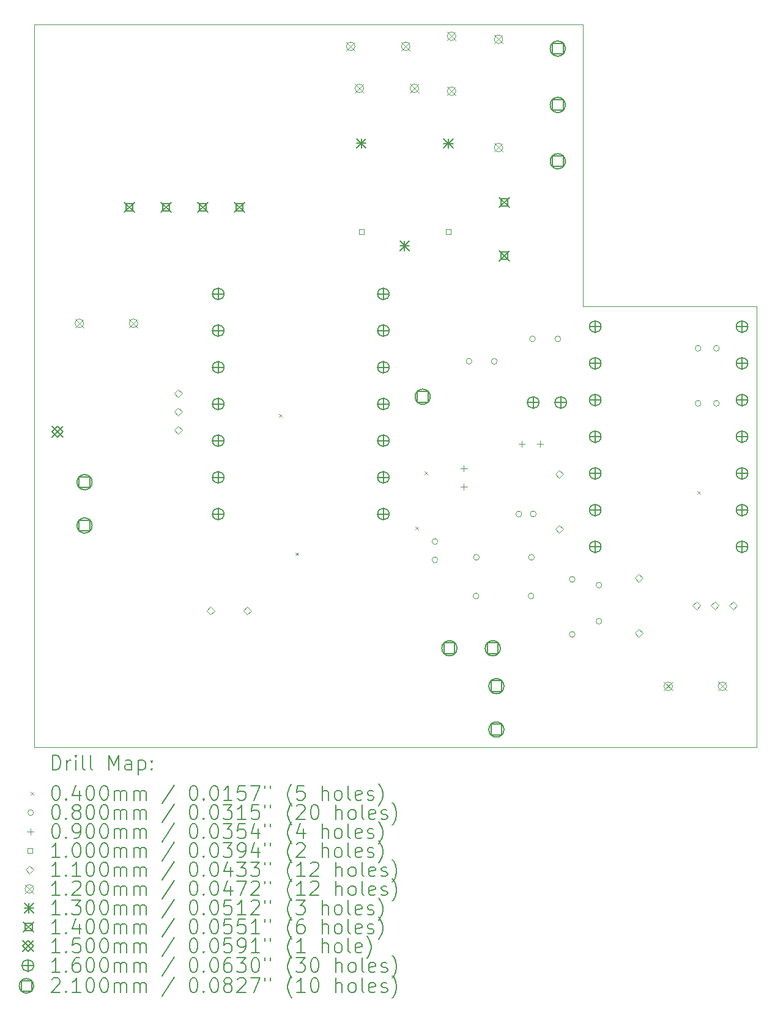
<source format=gbr>
%TF.GenerationSoftware,KiCad,Pcbnew,7.0.6-7.0.6~ubuntu22.04.1*%
%TF.CreationDate,2023-08-07T15:18:23+03:00*%
%TF.ProjectId,supply-uv,73757070-6c79-42d7-9576-2e6b69636164,rev?*%
%TF.SameCoordinates,Original*%
%TF.FileFunction,Drillmap*%
%TF.FilePolarity,Positive*%
%FSLAX45Y45*%
G04 Gerber Fmt 4.5, Leading zero omitted, Abs format (unit mm)*
G04 Created by KiCad (PCBNEW 7.0.6-7.0.6~ubuntu22.04.1) date 2023-08-07 15:18:23*
%MOMM*%
%LPD*%
G01*
G04 APERTURE LIST*
%ADD10C,0.100000*%
%ADD11C,0.200000*%
%ADD12C,0.040000*%
%ADD13C,0.080000*%
%ADD14C,0.090000*%
%ADD15C,0.110000*%
%ADD16C,0.120000*%
%ADD17C,0.130000*%
%ADD18C,0.140000*%
%ADD19C,0.150000*%
%ADD20C,0.160000*%
%ADD21C,0.210000*%
G04 APERTURE END LIST*
D10*
X13600000Y-5000000D02*
X6000000Y-5000000D01*
X6000000Y-15000000D02*
X16000000Y-15000000D01*
X13600000Y-8900000D02*
X13600000Y-5000000D01*
X16000000Y-15000000D02*
X16000000Y-8900000D01*
X6000000Y-5000000D02*
X6000000Y-15000000D01*
X16000000Y-8900000D02*
X13600000Y-8900000D01*
D11*
D12*
X9390000Y-10388750D02*
X9430000Y-10428750D01*
X9430000Y-10388750D02*
X9390000Y-10428750D01*
X9620000Y-12308750D02*
X9660000Y-12348750D01*
X9660000Y-12308750D02*
X9620000Y-12348750D01*
X11280000Y-11950000D02*
X11320000Y-11990000D01*
X11320000Y-11950000D02*
X11280000Y-11990000D01*
X11405000Y-11188750D02*
X11445000Y-11228750D01*
X11445000Y-11188750D02*
X11405000Y-11228750D01*
X15180000Y-11460000D02*
X15220000Y-11500000D01*
X15220000Y-11460000D02*
X15180000Y-11500000D01*
D13*
X11590000Y-12154750D02*
G75*
G03*
X11590000Y-12154750I-40000J0D01*
G01*
X11590000Y-12408750D02*
G75*
G03*
X11590000Y-12408750I-40000J0D01*
G01*
X12060000Y-9660000D02*
G75*
G03*
X12060000Y-9660000I-40000J0D01*
G01*
X12159000Y-12908750D02*
G75*
G03*
X12159000Y-12908750I-40000J0D01*
G01*
X12163000Y-12373750D02*
G75*
G03*
X12163000Y-12373750I-40000J0D01*
G01*
X12410000Y-9660000D02*
G75*
G03*
X12410000Y-9660000I-40000J0D01*
G01*
X12750511Y-11773750D02*
G75*
G03*
X12750511Y-11773750I-40000J0D01*
G01*
X12921000Y-12908750D02*
G75*
G03*
X12921000Y-12908750I-40000J0D01*
G01*
X12925000Y-12373750D02*
G75*
G03*
X12925000Y-12373750I-40000J0D01*
G01*
X12940000Y-9350000D02*
G75*
G03*
X12940000Y-9350000I-40000J0D01*
G01*
X12950511Y-11773750D02*
G75*
G03*
X12950511Y-11773750I-40000J0D01*
G01*
X13290000Y-9350000D02*
G75*
G03*
X13290000Y-9350000I-40000J0D01*
G01*
X13490000Y-12679000D02*
G75*
G03*
X13490000Y-12679000I-40000J0D01*
G01*
X13490000Y-13441000D02*
G75*
G03*
X13490000Y-13441000I-40000J0D01*
G01*
X13860000Y-12758750D02*
G75*
G03*
X13860000Y-12758750I-40000J0D01*
G01*
X13860000Y-13258750D02*
G75*
G03*
X13860000Y-13258750I-40000J0D01*
G01*
X15232500Y-9480000D02*
G75*
G03*
X15232500Y-9480000I-40000J0D01*
G01*
X15232500Y-10242000D02*
G75*
G03*
X15232500Y-10242000I-40000J0D01*
G01*
X15486500Y-9480000D02*
G75*
G03*
X15486500Y-9480000I-40000J0D01*
G01*
X15486500Y-10242000D02*
G75*
G03*
X15486500Y-10242000I-40000J0D01*
G01*
D14*
X11950000Y-11098500D02*
X11950000Y-11188500D01*
X11905000Y-11143500D02*
X11995000Y-11143500D01*
X11950000Y-11352500D02*
X11950000Y-11442500D01*
X11905000Y-11397500D02*
X11995000Y-11397500D01*
X12751000Y-10758750D02*
X12751000Y-10848750D01*
X12706000Y-10803750D02*
X12796000Y-10803750D01*
X13005000Y-10758750D02*
X13005000Y-10848750D01*
X12960000Y-10803750D02*
X13050000Y-10803750D01*
D10*
X10570356Y-7900356D02*
X10570356Y-7829644D01*
X10499644Y-7829644D01*
X10499644Y-7900356D01*
X10570356Y-7900356D01*
X11770356Y-7900356D02*
X11770356Y-7829644D01*
X11699644Y-7829644D01*
X11699644Y-7900356D01*
X11770356Y-7900356D01*
D15*
X7994500Y-10159750D02*
X8049500Y-10104750D01*
X7994500Y-10049750D01*
X7939500Y-10104750D01*
X7994500Y-10159750D01*
X7994500Y-10413750D02*
X8049500Y-10358750D01*
X7994500Y-10303750D01*
X7939500Y-10358750D01*
X7994500Y-10413750D01*
X7994500Y-10667750D02*
X8049500Y-10612750D01*
X7994500Y-10557750D01*
X7939500Y-10612750D01*
X7994500Y-10667750D01*
X8446000Y-13169250D02*
X8501000Y-13114250D01*
X8446000Y-13059250D01*
X8391000Y-13114250D01*
X8446000Y-13169250D01*
X8954000Y-13169250D02*
X9009000Y-13114250D01*
X8954000Y-13059250D01*
X8899000Y-13114250D01*
X8954000Y-13169250D01*
X13270000Y-11276750D02*
X13325000Y-11221750D01*
X13270000Y-11166750D01*
X13215000Y-11221750D01*
X13270000Y-11276750D01*
X13270000Y-12038750D02*
X13325000Y-11983750D01*
X13270000Y-11928750D01*
X13215000Y-11983750D01*
X13270000Y-12038750D01*
X14370000Y-12714000D02*
X14425000Y-12659000D01*
X14370000Y-12604000D01*
X14315000Y-12659000D01*
X14370000Y-12714000D01*
X14370000Y-13476000D02*
X14425000Y-13421000D01*
X14370000Y-13366000D01*
X14315000Y-13421000D01*
X14370000Y-13476000D01*
X15172000Y-13095000D02*
X15227000Y-13040000D01*
X15172000Y-12985000D01*
X15117000Y-13040000D01*
X15172000Y-13095000D01*
X15426000Y-13095000D02*
X15481000Y-13040000D01*
X15426000Y-12985000D01*
X15371000Y-13040000D01*
X15426000Y-13095000D01*
X15680000Y-13095000D02*
X15735000Y-13040000D01*
X15680000Y-12985000D01*
X15625000Y-13040000D01*
X15680000Y-13095000D01*
D16*
X6567222Y-9073750D02*
X6687222Y-9193750D01*
X6687222Y-9073750D02*
X6567222Y-9193750D01*
X6687222Y-9133750D02*
G75*
G03*
X6687222Y-9133750I-60000J0D01*
G01*
X7317222Y-9073750D02*
X7437222Y-9193750D01*
X7437222Y-9073750D02*
X7317222Y-9193750D01*
X7437222Y-9133750D02*
G75*
G03*
X7437222Y-9133750I-60000J0D01*
G01*
X10324000Y-5240000D02*
X10444000Y-5360000D01*
X10444000Y-5240000D02*
X10324000Y-5360000D01*
X10444000Y-5300000D02*
G75*
G03*
X10444000Y-5300000I-60000J0D01*
G01*
X10444000Y-5820000D02*
X10564000Y-5940000D01*
X10564000Y-5820000D02*
X10444000Y-5940000D01*
X10564000Y-5880000D02*
G75*
G03*
X10564000Y-5880000I-60000J0D01*
G01*
X11086000Y-5240000D02*
X11206000Y-5360000D01*
X11206000Y-5240000D02*
X11086000Y-5360000D01*
X11206000Y-5300000D02*
G75*
G03*
X11206000Y-5300000I-60000J0D01*
G01*
X11206000Y-5820000D02*
X11326000Y-5940000D01*
X11326000Y-5820000D02*
X11206000Y-5940000D01*
X11326000Y-5880000D02*
G75*
G03*
X11326000Y-5880000I-60000J0D01*
G01*
X11720000Y-5099000D02*
X11840000Y-5219000D01*
X11840000Y-5099000D02*
X11720000Y-5219000D01*
X11840000Y-5159000D02*
G75*
G03*
X11840000Y-5159000I-60000J0D01*
G01*
X11720000Y-5861000D02*
X11840000Y-5981000D01*
X11840000Y-5861000D02*
X11720000Y-5981000D01*
X11840000Y-5921000D02*
G75*
G03*
X11840000Y-5921000I-60000J0D01*
G01*
X12370000Y-5140000D02*
X12490000Y-5260000D01*
X12490000Y-5140000D02*
X12370000Y-5260000D01*
X12490000Y-5200000D02*
G75*
G03*
X12490000Y-5200000I-60000J0D01*
G01*
X12370000Y-6640000D02*
X12490000Y-6760000D01*
X12490000Y-6640000D02*
X12370000Y-6760000D01*
X12490000Y-6700000D02*
G75*
G03*
X12490000Y-6700000I-60000J0D01*
G01*
X14718725Y-14100000D02*
X14838725Y-14220000D01*
X14838725Y-14100000D02*
X14718725Y-14220000D01*
X14838725Y-14160000D02*
G75*
G03*
X14838725Y-14160000I-60000J0D01*
G01*
X15468725Y-14100000D02*
X15588725Y-14220000D01*
X15588725Y-14100000D02*
X15468725Y-14220000D01*
X15588725Y-14160000D02*
G75*
G03*
X15588725Y-14160000I-60000J0D01*
G01*
D17*
X10465000Y-6575000D02*
X10595000Y-6705000D01*
X10595000Y-6575000D02*
X10465000Y-6705000D01*
X10530000Y-6575000D02*
X10530000Y-6705000D01*
X10465000Y-6640000D02*
X10595000Y-6640000D01*
X11065000Y-7995000D02*
X11195000Y-8125000D01*
X11195000Y-7995000D02*
X11065000Y-8125000D01*
X11130000Y-7995000D02*
X11130000Y-8125000D01*
X11065000Y-8060000D02*
X11195000Y-8060000D01*
X11670000Y-6580000D02*
X11800000Y-6710000D01*
X11800000Y-6580000D02*
X11670000Y-6710000D01*
X11735000Y-6580000D02*
X11735000Y-6710000D01*
X11670000Y-6645000D02*
X11800000Y-6645000D01*
D18*
X7249250Y-7458000D02*
X7389250Y-7598000D01*
X7389250Y-7458000D02*
X7249250Y-7598000D01*
X7368748Y-7577498D02*
X7368748Y-7478502D01*
X7269752Y-7478502D01*
X7269752Y-7577498D01*
X7368748Y-7577498D01*
X7757250Y-7458000D02*
X7897250Y-7598000D01*
X7897250Y-7458000D02*
X7757250Y-7598000D01*
X7876748Y-7577498D02*
X7876748Y-7478502D01*
X7777752Y-7478502D01*
X7777752Y-7577498D01*
X7876748Y-7577498D01*
X8265250Y-7458000D02*
X8405250Y-7598000D01*
X8405250Y-7458000D02*
X8265250Y-7598000D01*
X8384748Y-7577498D02*
X8384748Y-7478502D01*
X8285752Y-7478502D01*
X8285752Y-7577498D01*
X8384748Y-7577498D01*
X8773250Y-7458000D02*
X8913250Y-7598000D01*
X8913250Y-7458000D02*
X8773250Y-7598000D01*
X8892748Y-7577498D02*
X8892748Y-7478502D01*
X8793752Y-7478502D01*
X8793752Y-7577498D01*
X8892748Y-7577498D01*
X12440000Y-7391500D02*
X12580000Y-7531500D01*
X12580000Y-7391500D02*
X12440000Y-7531500D01*
X12559498Y-7510998D02*
X12559498Y-7412002D01*
X12460502Y-7412002D01*
X12460502Y-7510998D01*
X12559498Y-7510998D01*
X12440000Y-8128500D02*
X12580000Y-8268500D01*
X12580000Y-8128500D02*
X12440000Y-8268500D01*
X12559498Y-8247998D02*
X12559498Y-8149002D01*
X12460502Y-8149002D01*
X12460502Y-8247998D01*
X12559498Y-8247998D01*
D19*
X6250000Y-10558750D02*
X6400000Y-10708750D01*
X6400000Y-10558750D02*
X6250000Y-10708750D01*
X6325000Y-10708750D02*
X6400000Y-10633750D01*
X6325000Y-10558750D01*
X6250000Y-10633750D01*
X6325000Y-10708750D01*
D20*
X8550000Y-8646750D02*
X8550000Y-8806750D01*
X8470000Y-8726750D02*
X8630000Y-8726750D01*
X8630000Y-8726750D02*
G75*
G03*
X8630000Y-8726750I-80000J0D01*
G01*
X8550000Y-9154750D02*
X8550000Y-9314750D01*
X8470000Y-9234750D02*
X8630000Y-9234750D01*
X8630000Y-9234750D02*
G75*
G03*
X8630000Y-9234750I-80000J0D01*
G01*
X8550000Y-9662750D02*
X8550000Y-9822750D01*
X8470000Y-9742750D02*
X8630000Y-9742750D01*
X8630000Y-9742750D02*
G75*
G03*
X8630000Y-9742750I-80000J0D01*
G01*
X8550000Y-10170750D02*
X8550000Y-10330750D01*
X8470000Y-10250750D02*
X8630000Y-10250750D01*
X8630000Y-10250750D02*
G75*
G03*
X8630000Y-10250750I-80000J0D01*
G01*
X8550000Y-10678750D02*
X8550000Y-10838750D01*
X8470000Y-10758750D02*
X8630000Y-10758750D01*
X8630000Y-10758750D02*
G75*
G03*
X8630000Y-10758750I-80000J0D01*
G01*
X8550000Y-11186750D02*
X8550000Y-11346750D01*
X8470000Y-11266750D02*
X8630000Y-11266750D01*
X8630000Y-11266750D02*
G75*
G03*
X8630000Y-11266750I-80000J0D01*
G01*
X8550000Y-11694750D02*
X8550000Y-11854750D01*
X8470000Y-11774750D02*
X8630000Y-11774750D01*
X8630000Y-11774750D02*
G75*
G03*
X8630000Y-11774750I-80000J0D01*
G01*
X10836000Y-8646750D02*
X10836000Y-8806750D01*
X10756000Y-8726750D02*
X10916000Y-8726750D01*
X10916000Y-8726750D02*
G75*
G03*
X10916000Y-8726750I-80000J0D01*
G01*
X10836000Y-9154750D02*
X10836000Y-9314750D01*
X10756000Y-9234750D02*
X10916000Y-9234750D01*
X10916000Y-9234750D02*
G75*
G03*
X10916000Y-9234750I-80000J0D01*
G01*
X10836000Y-9662750D02*
X10836000Y-9822750D01*
X10756000Y-9742750D02*
X10916000Y-9742750D01*
X10916000Y-9742750D02*
G75*
G03*
X10916000Y-9742750I-80000J0D01*
G01*
X10836000Y-10170750D02*
X10836000Y-10330750D01*
X10756000Y-10250750D02*
X10916000Y-10250750D01*
X10916000Y-10250750D02*
G75*
G03*
X10916000Y-10250750I-80000J0D01*
G01*
X10836000Y-10678750D02*
X10836000Y-10838750D01*
X10756000Y-10758750D02*
X10916000Y-10758750D01*
X10916000Y-10758750D02*
G75*
G03*
X10916000Y-10758750I-80000J0D01*
G01*
X10836000Y-11186750D02*
X10836000Y-11346750D01*
X10756000Y-11266750D02*
X10916000Y-11266750D01*
X10916000Y-11266750D02*
G75*
G03*
X10916000Y-11266750I-80000J0D01*
G01*
X10836000Y-11694750D02*
X10836000Y-11854750D01*
X10756000Y-11774750D02*
X10916000Y-11774750D01*
X10916000Y-11774750D02*
G75*
G03*
X10916000Y-11774750I-80000J0D01*
G01*
X12909500Y-10150000D02*
X12909500Y-10310000D01*
X12829500Y-10230000D02*
X12989500Y-10230000D01*
X12989500Y-10230000D02*
G75*
G03*
X12989500Y-10230000I-80000J0D01*
G01*
X13290500Y-10150000D02*
X13290500Y-10310000D01*
X13210500Y-10230000D02*
X13370500Y-10230000D01*
X13370500Y-10230000D02*
G75*
G03*
X13370500Y-10230000I-80000J0D01*
G01*
X13769000Y-9099750D02*
X13769000Y-9259750D01*
X13689000Y-9179750D02*
X13849000Y-9179750D01*
X13849000Y-9179750D02*
G75*
G03*
X13849000Y-9179750I-80000J0D01*
G01*
X13769000Y-9607750D02*
X13769000Y-9767750D01*
X13689000Y-9687750D02*
X13849000Y-9687750D01*
X13849000Y-9687750D02*
G75*
G03*
X13849000Y-9687750I-80000J0D01*
G01*
X13769000Y-10115750D02*
X13769000Y-10275750D01*
X13689000Y-10195750D02*
X13849000Y-10195750D01*
X13849000Y-10195750D02*
G75*
G03*
X13849000Y-10195750I-80000J0D01*
G01*
X13769000Y-10623750D02*
X13769000Y-10783750D01*
X13689000Y-10703750D02*
X13849000Y-10703750D01*
X13849000Y-10703750D02*
G75*
G03*
X13849000Y-10703750I-80000J0D01*
G01*
X13769000Y-11131750D02*
X13769000Y-11291750D01*
X13689000Y-11211750D02*
X13849000Y-11211750D01*
X13849000Y-11211750D02*
G75*
G03*
X13849000Y-11211750I-80000J0D01*
G01*
X13769000Y-11639750D02*
X13769000Y-11799750D01*
X13689000Y-11719750D02*
X13849000Y-11719750D01*
X13849000Y-11719750D02*
G75*
G03*
X13849000Y-11719750I-80000J0D01*
G01*
X13769000Y-12147750D02*
X13769000Y-12307750D01*
X13689000Y-12227750D02*
X13849000Y-12227750D01*
X13849000Y-12227750D02*
G75*
G03*
X13849000Y-12227750I-80000J0D01*
G01*
X15801000Y-9099750D02*
X15801000Y-9259750D01*
X15721000Y-9179750D02*
X15881000Y-9179750D01*
X15881000Y-9179750D02*
G75*
G03*
X15881000Y-9179750I-80000J0D01*
G01*
X15801000Y-9607750D02*
X15801000Y-9767750D01*
X15721000Y-9687750D02*
X15881000Y-9687750D01*
X15881000Y-9687750D02*
G75*
G03*
X15881000Y-9687750I-80000J0D01*
G01*
X15801000Y-10115750D02*
X15801000Y-10275750D01*
X15721000Y-10195750D02*
X15881000Y-10195750D01*
X15881000Y-10195750D02*
G75*
G03*
X15881000Y-10195750I-80000J0D01*
G01*
X15801000Y-10623750D02*
X15801000Y-10783750D01*
X15721000Y-10703750D02*
X15881000Y-10703750D01*
X15881000Y-10703750D02*
G75*
G03*
X15881000Y-10703750I-80000J0D01*
G01*
X15801000Y-11131750D02*
X15801000Y-11291750D01*
X15721000Y-11211750D02*
X15881000Y-11211750D01*
X15881000Y-11211750D02*
G75*
G03*
X15881000Y-11211750I-80000J0D01*
G01*
X15801000Y-11639750D02*
X15801000Y-11799750D01*
X15721000Y-11719750D02*
X15881000Y-11719750D01*
X15881000Y-11719750D02*
G75*
G03*
X15881000Y-11719750I-80000J0D01*
G01*
X15801000Y-12147750D02*
X15801000Y-12307750D01*
X15721000Y-12227750D02*
X15881000Y-12227750D01*
X15881000Y-12227750D02*
G75*
G03*
X15881000Y-12227750I-80000J0D01*
G01*
D21*
X6774247Y-11407997D02*
X6774247Y-11259503D01*
X6625753Y-11259503D01*
X6625753Y-11407997D01*
X6774247Y-11407997D01*
X6805000Y-11333750D02*
G75*
G03*
X6805000Y-11333750I-105000J0D01*
G01*
X6774247Y-12007997D02*
X6774247Y-11859503D01*
X6625753Y-11859503D01*
X6625753Y-12007997D01*
X6774247Y-12007997D01*
X6805000Y-11933750D02*
G75*
G03*
X6805000Y-11933750I-105000J0D01*
G01*
X11454247Y-10224247D02*
X11454247Y-10075753D01*
X11305753Y-10075753D01*
X11305753Y-10224247D01*
X11454247Y-10224247D01*
X11485000Y-10150000D02*
G75*
G03*
X11485000Y-10150000I-105000J0D01*
G01*
X11824247Y-13707997D02*
X11824247Y-13559503D01*
X11675753Y-13559503D01*
X11675753Y-13707997D01*
X11824247Y-13707997D01*
X11855000Y-13633750D02*
G75*
G03*
X11855000Y-13633750I-105000J0D01*
G01*
X12424247Y-13707997D02*
X12424247Y-13559503D01*
X12275753Y-13559503D01*
X12275753Y-13707997D01*
X12424247Y-13707997D01*
X12455000Y-13633750D02*
G75*
G03*
X12455000Y-13633750I-105000J0D01*
G01*
X12474247Y-14232997D02*
X12474247Y-14084503D01*
X12325753Y-14084503D01*
X12325753Y-14232997D01*
X12474247Y-14232997D01*
X12505000Y-14158750D02*
G75*
G03*
X12505000Y-14158750I-105000J0D01*
G01*
X12474247Y-14832997D02*
X12474247Y-14684503D01*
X12325753Y-14684503D01*
X12325753Y-14832997D01*
X12474247Y-14832997D01*
X12505000Y-14758750D02*
G75*
G03*
X12505000Y-14758750I-105000J0D01*
G01*
X13324247Y-5404247D02*
X13324247Y-5255753D01*
X13175753Y-5255753D01*
X13175753Y-5404247D01*
X13324247Y-5404247D01*
X13355000Y-5330000D02*
G75*
G03*
X13355000Y-5330000I-105000J0D01*
G01*
X13324247Y-6184247D02*
X13324247Y-6035753D01*
X13175753Y-6035753D01*
X13175753Y-6184247D01*
X13324247Y-6184247D01*
X13355000Y-6110000D02*
G75*
G03*
X13355000Y-6110000I-105000J0D01*
G01*
X13324247Y-6964247D02*
X13324247Y-6815753D01*
X13175753Y-6815753D01*
X13175753Y-6964247D01*
X13324247Y-6964247D01*
X13355000Y-6890000D02*
G75*
G03*
X13355000Y-6890000I-105000J0D01*
G01*
D11*
X6255777Y-15316484D02*
X6255777Y-15116484D01*
X6255777Y-15116484D02*
X6303396Y-15116484D01*
X6303396Y-15116484D02*
X6331967Y-15126008D01*
X6331967Y-15126008D02*
X6351015Y-15145055D01*
X6351015Y-15145055D02*
X6360539Y-15164103D01*
X6360539Y-15164103D02*
X6370062Y-15202198D01*
X6370062Y-15202198D02*
X6370062Y-15230769D01*
X6370062Y-15230769D02*
X6360539Y-15268865D01*
X6360539Y-15268865D02*
X6351015Y-15287912D01*
X6351015Y-15287912D02*
X6331967Y-15306960D01*
X6331967Y-15306960D02*
X6303396Y-15316484D01*
X6303396Y-15316484D02*
X6255777Y-15316484D01*
X6455777Y-15316484D02*
X6455777Y-15183150D01*
X6455777Y-15221246D02*
X6465301Y-15202198D01*
X6465301Y-15202198D02*
X6474824Y-15192674D01*
X6474824Y-15192674D02*
X6493872Y-15183150D01*
X6493872Y-15183150D02*
X6512920Y-15183150D01*
X6579586Y-15316484D02*
X6579586Y-15183150D01*
X6579586Y-15116484D02*
X6570062Y-15126008D01*
X6570062Y-15126008D02*
X6579586Y-15135531D01*
X6579586Y-15135531D02*
X6589110Y-15126008D01*
X6589110Y-15126008D02*
X6579586Y-15116484D01*
X6579586Y-15116484D02*
X6579586Y-15135531D01*
X6703396Y-15316484D02*
X6684348Y-15306960D01*
X6684348Y-15306960D02*
X6674824Y-15287912D01*
X6674824Y-15287912D02*
X6674824Y-15116484D01*
X6808158Y-15316484D02*
X6789110Y-15306960D01*
X6789110Y-15306960D02*
X6779586Y-15287912D01*
X6779586Y-15287912D02*
X6779586Y-15116484D01*
X7036729Y-15316484D02*
X7036729Y-15116484D01*
X7036729Y-15116484D02*
X7103396Y-15259341D01*
X7103396Y-15259341D02*
X7170062Y-15116484D01*
X7170062Y-15116484D02*
X7170062Y-15316484D01*
X7351015Y-15316484D02*
X7351015Y-15211722D01*
X7351015Y-15211722D02*
X7341491Y-15192674D01*
X7341491Y-15192674D02*
X7322443Y-15183150D01*
X7322443Y-15183150D02*
X7284348Y-15183150D01*
X7284348Y-15183150D02*
X7265301Y-15192674D01*
X7351015Y-15306960D02*
X7331967Y-15316484D01*
X7331967Y-15316484D02*
X7284348Y-15316484D01*
X7284348Y-15316484D02*
X7265301Y-15306960D01*
X7265301Y-15306960D02*
X7255777Y-15287912D01*
X7255777Y-15287912D02*
X7255777Y-15268865D01*
X7255777Y-15268865D02*
X7265301Y-15249817D01*
X7265301Y-15249817D02*
X7284348Y-15240293D01*
X7284348Y-15240293D02*
X7331967Y-15240293D01*
X7331967Y-15240293D02*
X7351015Y-15230769D01*
X7446253Y-15183150D02*
X7446253Y-15383150D01*
X7446253Y-15192674D02*
X7465301Y-15183150D01*
X7465301Y-15183150D02*
X7503396Y-15183150D01*
X7503396Y-15183150D02*
X7522443Y-15192674D01*
X7522443Y-15192674D02*
X7531967Y-15202198D01*
X7531967Y-15202198D02*
X7541491Y-15221246D01*
X7541491Y-15221246D02*
X7541491Y-15278388D01*
X7541491Y-15278388D02*
X7531967Y-15297436D01*
X7531967Y-15297436D02*
X7522443Y-15306960D01*
X7522443Y-15306960D02*
X7503396Y-15316484D01*
X7503396Y-15316484D02*
X7465301Y-15316484D01*
X7465301Y-15316484D02*
X7446253Y-15306960D01*
X7627205Y-15297436D02*
X7636729Y-15306960D01*
X7636729Y-15306960D02*
X7627205Y-15316484D01*
X7627205Y-15316484D02*
X7617682Y-15306960D01*
X7617682Y-15306960D02*
X7627205Y-15297436D01*
X7627205Y-15297436D02*
X7627205Y-15316484D01*
X7627205Y-15192674D02*
X7636729Y-15202198D01*
X7636729Y-15202198D02*
X7627205Y-15211722D01*
X7627205Y-15211722D02*
X7617682Y-15202198D01*
X7617682Y-15202198D02*
X7627205Y-15192674D01*
X7627205Y-15192674D02*
X7627205Y-15211722D01*
D12*
X5955000Y-15625000D02*
X5995000Y-15665000D01*
X5995000Y-15625000D02*
X5955000Y-15665000D01*
D11*
X6293872Y-15536484D02*
X6312920Y-15536484D01*
X6312920Y-15536484D02*
X6331967Y-15546008D01*
X6331967Y-15546008D02*
X6341491Y-15555531D01*
X6341491Y-15555531D02*
X6351015Y-15574579D01*
X6351015Y-15574579D02*
X6360539Y-15612674D01*
X6360539Y-15612674D02*
X6360539Y-15660293D01*
X6360539Y-15660293D02*
X6351015Y-15698388D01*
X6351015Y-15698388D02*
X6341491Y-15717436D01*
X6341491Y-15717436D02*
X6331967Y-15726960D01*
X6331967Y-15726960D02*
X6312920Y-15736484D01*
X6312920Y-15736484D02*
X6293872Y-15736484D01*
X6293872Y-15736484D02*
X6274824Y-15726960D01*
X6274824Y-15726960D02*
X6265301Y-15717436D01*
X6265301Y-15717436D02*
X6255777Y-15698388D01*
X6255777Y-15698388D02*
X6246253Y-15660293D01*
X6246253Y-15660293D02*
X6246253Y-15612674D01*
X6246253Y-15612674D02*
X6255777Y-15574579D01*
X6255777Y-15574579D02*
X6265301Y-15555531D01*
X6265301Y-15555531D02*
X6274824Y-15546008D01*
X6274824Y-15546008D02*
X6293872Y-15536484D01*
X6446253Y-15717436D02*
X6455777Y-15726960D01*
X6455777Y-15726960D02*
X6446253Y-15736484D01*
X6446253Y-15736484D02*
X6436729Y-15726960D01*
X6436729Y-15726960D02*
X6446253Y-15717436D01*
X6446253Y-15717436D02*
X6446253Y-15736484D01*
X6627205Y-15603150D02*
X6627205Y-15736484D01*
X6579586Y-15526960D02*
X6531967Y-15669817D01*
X6531967Y-15669817D02*
X6655777Y-15669817D01*
X6770062Y-15536484D02*
X6789110Y-15536484D01*
X6789110Y-15536484D02*
X6808158Y-15546008D01*
X6808158Y-15546008D02*
X6817682Y-15555531D01*
X6817682Y-15555531D02*
X6827205Y-15574579D01*
X6827205Y-15574579D02*
X6836729Y-15612674D01*
X6836729Y-15612674D02*
X6836729Y-15660293D01*
X6836729Y-15660293D02*
X6827205Y-15698388D01*
X6827205Y-15698388D02*
X6817682Y-15717436D01*
X6817682Y-15717436D02*
X6808158Y-15726960D01*
X6808158Y-15726960D02*
X6789110Y-15736484D01*
X6789110Y-15736484D02*
X6770062Y-15736484D01*
X6770062Y-15736484D02*
X6751015Y-15726960D01*
X6751015Y-15726960D02*
X6741491Y-15717436D01*
X6741491Y-15717436D02*
X6731967Y-15698388D01*
X6731967Y-15698388D02*
X6722443Y-15660293D01*
X6722443Y-15660293D02*
X6722443Y-15612674D01*
X6722443Y-15612674D02*
X6731967Y-15574579D01*
X6731967Y-15574579D02*
X6741491Y-15555531D01*
X6741491Y-15555531D02*
X6751015Y-15546008D01*
X6751015Y-15546008D02*
X6770062Y-15536484D01*
X6960539Y-15536484D02*
X6979586Y-15536484D01*
X6979586Y-15536484D02*
X6998634Y-15546008D01*
X6998634Y-15546008D02*
X7008158Y-15555531D01*
X7008158Y-15555531D02*
X7017682Y-15574579D01*
X7017682Y-15574579D02*
X7027205Y-15612674D01*
X7027205Y-15612674D02*
X7027205Y-15660293D01*
X7027205Y-15660293D02*
X7017682Y-15698388D01*
X7017682Y-15698388D02*
X7008158Y-15717436D01*
X7008158Y-15717436D02*
X6998634Y-15726960D01*
X6998634Y-15726960D02*
X6979586Y-15736484D01*
X6979586Y-15736484D02*
X6960539Y-15736484D01*
X6960539Y-15736484D02*
X6941491Y-15726960D01*
X6941491Y-15726960D02*
X6931967Y-15717436D01*
X6931967Y-15717436D02*
X6922443Y-15698388D01*
X6922443Y-15698388D02*
X6912920Y-15660293D01*
X6912920Y-15660293D02*
X6912920Y-15612674D01*
X6912920Y-15612674D02*
X6922443Y-15574579D01*
X6922443Y-15574579D02*
X6931967Y-15555531D01*
X6931967Y-15555531D02*
X6941491Y-15546008D01*
X6941491Y-15546008D02*
X6960539Y-15536484D01*
X7112920Y-15736484D02*
X7112920Y-15603150D01*
X7112920Y-15622198D02*
X7122443Y-15612674D01*
X7122443Y-15612674D02*
X7141491Y-15603150D01*
X7141491Y-15603150D02*
X7170063Y-15603150D01*
X7170063Y-15603150D02*
X7189110Y-15612674D01*
X7189110Y-15612674D02*
X7198634Y-15631722D01*
X7198634Y-15631722D02*
X7198634Y-15736484D01*
X7198634Y-15631722D02*
X7208158Y-15612674D01*
X7208158Y-15612674D02*
X7227205Y-15603150D01*
X7227205Y-15603150D02*
X7255777Y-15603150D01*
X7255777Y-15603150D02*
X7274824Y-15612674D01*
X7274824Y-15612674D02*
X7284348Y-15631722D01*
X7284348Y-15631722D02*
X7284348Y-15736484D01*
X7379586Y-15736484D02*
X7379586Y-15603150D01*
X7379586Y-15622198D02*
X7389110Y-15612674D01*
X7389110Y-15612674D02*
X7408158Y-15603150D01*
X7408158Y-15603150D02*
X7436729Y-15603150D01*
X7436729Y-15603150D02*
X7455777Y-15612674D01*
X7455777Y-15612674D02*
X7465301Y-15631722D01*
X7465301Y-15631722D02*
X7465301Y-15736484D01*
X7465301Y-15631722D02*
X7474824Y-15612674D01*
X7474824Y-15612674D02*
X7493872Y-15603150D01*
X7493872Y-15603150D02*
X7522443Y-15603150D01*
X7522443Y-15603150D02*
X7541491Y-15612674D01*
X7541491Y-15612674D02*
X7551015Y-15631722D01*
X7551015Y-15631722D02*
X7551015Y-15736484D01*
X7941491Y-15526960D02*
X7770063Y-15784103D01*
X8198634Y-15536484D02*
X8217682Y-15536484D01*
X8217682Y-15536484D02*
X8236729Y-15546008D01*
X8236729Y-15546008D02*
X8246253Y-15555531D01*
X8246253Y-15555531D02*
X8255777Y-15574579D01*
X8255777Y-15574579D02*
X8265301Y-15612674D01*
X8265301Y-15612674D02*
X8265301Y-15660293D01*
X8265301Y-15660293D02*
X8255777Y-15698388D01*
X8255777Y-15698388D02*
X8246253Y-15717436D01*
X8246253Y-15717436D02*
X8236729Y-15726960D01*
X8236729Y-15726960D02*
X8217682Y-15736484D01*
X8217682Y-15736484D02*
X8198634Y-15736484D01*
X8198634Y-15736484D02*
X8179586Y-15726960D01*
X8179586Y-15726960D02*
X8170063Y-15717436D01*
X8170063Y-15717436D02*
X8160539Y-15698388D01*
X8160539Y-15698388D02*
X8151015Y-15660293D01*
X8151015Y-15660293D02*
X8151015Y-15612674D01*
X8151015Y-15612674D02*
X8160539Y-15574579D01*
X8160539Y-15574579D02*
X8170063Y-15555531D01*
X8170063Y-15555531D02*
X8179586Y-15546008D01*
X8179586Y-15546008D02*
X8198634Y-15536484D01*
X8351015Y-15717436D02*
X8360539Y-15726960D01*
X8360539Y-15726960D02*
X8351015Y-15736484D01*
X8351015Y-15736484D02*
X8341491Y-15726960D01*
X8341491Y-15726960D02*
X8351015Y-15717436D01*
X8351015Y-15717436D02*
X8351015Y-15736484D01*
X8484348Y-15536484D02*
X8503396Y-15536484D01*
X8503396Y-15536484D02*
X8522444Y-15546008D01*
X8522444Y-15546008D02*
X8531968Y-15555531D01*
X8531968Y-15555531D02*
X8541491Y-15574579D01*
X8541491Y-15574579D02*
X8551015Y-15612674D01*
X8551015Y-15612674D02*
X8551015Y-15660293D01*
X8551015Y-15660293D02*
X8541491Y-15698388D01*
X8541491Y-15698388D02*
X8531968Y-15717436D01*
X8531968Y-15717436D02*
X8522444Y-15726960D01*
X8522444Y-15726960D02*
X8503396Y-15736484D01*
X8503396Y-15736484D02*
X8484348Y-15736484D01*
X8484348Y-15736484D02*
X8465301Y-15726960D01*
X8465301Y-15726960D02*
X8455777Y-15717436D01*
X8455777Y-15717436D02*
X8446253Y-15698388D01*
X8446253Y-15698388D02*
X8436729Y-15660293D01*
X8436729Y-15660293D02*
X8436729Y-15612674D01*
X8436729Y-15612674D02*
X8446253Y-15574579D01*
X8446253Y-15574579D02*
X8455777Y-15555531D01*
X8455777Y-15555531D02*
X8465301Y-15546008D01*
X8465301Y-15546008D02*
X8484348Y-15536484D01*
X8741491Y-15736484D02*
X8627206Y-15736484D01*
X8684348Y-15736484D02*
X8684348Y-15536484D01*
X8684348Y-15536484D02*
X8665301Y-15565055D01*
X8665301Y-15565055D02*
X8646253Y-15584103D01*
X8646253Y-15584103D02*
X8627206Y-15593627D01*
X8922444Y-15536484D02*
X8827206Y-15536484D01*
X8827206Y-15536484D02*
X8817682Y-15631722D01*
X8817682Y-15631722D02*
X8827206Y-15622198D01*
X8827206Y-15622198D02*
X8846253Y-15612674D01*
X8846253Y-15612674D02*
X8893872Y-15612674D01*
X8893872Y-15612674D02*
X8912920Y-15622198D01*
X8912920Y-15622198D02*
X8922444Y-15631722D01*
X8922444Y-15631722D02*
X8931968Y-15650769D01*
X8931968Y-15650769D02*
X8931968Y-15698388D01*
X8931968Y-15698388D02*
X8922444Y-15717436D01*
X8922444Y-15717436D02*
X8912920Y-15726960D01*
X8912920Y-15726960D02*
X8893872Y-15736484D01*
X8893872Y-15736484D02*
X8846253Y-15736484D01*
X8846253Y-15736484D02*
X8827206Y-15726960D01*
X8827206Y-15726960D02*
X8817682Y-15717436D01*
X8998634Y-15536484D02*
X9131968Y-15536484D01*
X9131968Y-15536484D02*
X9046253Y-15736484D01*
X9198634Y-15536484D02*
X9198634Y-15574579D01*
X9274825Y-15536484D02*
X9274825Y-15574579D01*
X9570063Y-15812674D02*
X9560539Y-15803150D01*
X9560539Y-15803150D02*
X9541491Y-15774579D01*
X9541491Y-15774579D02*
X9531968Y-15755531D01*
X9531968Y-15755531D02*
X9522444Y-15726960D01*
X9522444Y-15726960D02*
X9512920Y-15679341D01*
X9512920Y-15679341D02*
X9512920Y-15641246D01*
X9512920Y-15641246D02*
X9522444Y-15593627D01*
X9522444Y-15593627D02*
X9531968Y-15565055D01*
X9531968Y-15565055D02*
X9541491Y-15546008D01*
X9541491Y-15546008D02*
X9560539Y-15517436D01*
X9560539Y-15517436D02*
X9570063Y-15507912D01*
X9741491Y-15536484D02*
X9646253Y-15536484D01*
X9646253Y-15536484D02*
X9636730Y-15631722D01*
X9636730Y-15631722D02*
X9646253Y-15622198D01*
X9646253Y-15622198D02*
X9665301Y-15612674D01*
X9665301Y-15612674D02*
X9712920Y-15612674D01*
X9712920Y-15612674D02*
X9731968Y-15622198D01*
X9731968Y-15622198D02*
X9741491Y-15631722D01*
X9741491Y-15631722D02*
X9751015Y-15650769D01*
X9751015Y-15650769D02*
X9751015Y-15698388D01*
X9751015Y-15698388D02*
X9741491Y-15717436D01*
X9741491Y-15717436D02*
X9731968Y-15726960D01*
X9731968Y-15726960D02*
X9712920Y-15736484D01*
X9712920Y-15736484D02*
X9665301Y-15736484D01*
X9665301Y-15736484D02*
X9646253Y-15726960D01*
X9646253Y-15726960D02*
X9636730Y-15717436D01*
X9989111Y-15736484D02*
X9989111Y-15536484D01*
X10074825Y-15736484D02*
X10074825Y-15631722D01*
X10074825Y-15631722D02*
X10065301Y-15612674D01*
X10065301Y-15612674D02*
X10046253Y-15603150D01*
X10046253Y-15603150D02*
X10017682Y-15603150D01*
X10017682Y-15603150D02*
X9998634Y-15612674D01*
X9998634Y-15612674D02*
X9989111Y-15622198D01*
X10198634Y-15736484D02*
X10179587Y-15726960D01*
X10179587Y-15726960D02*
X10170063Y-15717436D01*
X10170063Y-15717436D02*
X10160539Y-15698388D01*
X10160539Y-15698388D02*
X10160539Y-15641246D01*
X10160539Y-15641246D02*
X10170063Y-15622198D01*
X10170063Y-15622198D02*
X10179587Y-15612674D01*
X10179587Y-15612674D02*
X10198634Y-15603150D01*
X10198634Y-15603150D02*
X10227206Y-15603150D01*
X10227206Y-15603150D02*
X10246253Y-15612674D01*
X10246253Y-15612674D02*
X10255777Y-15622198D01*
X10255777Y-15622198D02*
X10265301Y-15641246D01*
X10265301Y-15641246D02*
X10265301Y-15698388D01*
X10265301Y-15698388D02*
X10255777Y-15717436D01*
X10255777Y-15717436D02*
X10246253Y-15726960D01*
X10246253Y-15726960D02*
X10227206Y-15736484D01*
X10227206Y-15736484D02*
X10198634Y-15736484D01*
X10379587Y-15736484D02*
X10360539Y-15726960D01*
X10360539Y-15726960D02*
X10351015Y-15707912D01*
X10351015Y-15707912D02*
X10351015Y-15536484D01*
X10531968Y-15726960D02*
X10512920Y-15736484D01*
X10512920Y-15736484D02*
X10474825Y-15736484D01*
X10474825Y-15736484D02*
X10455777Y-15726960D01*
X10455777Y-15726960D02*
X10446253Y-15707912D01*
X10446253Y-15707912D02*
X10446253Y-15631722D01*
X10446253Y-15631722D02*
X10455777Y-15612674D01*
X10455777Y-15612674D02*
X10474825Y-15603150D01*
X10474825Y-15603150D02*
X10512920Y-15603150D01*
X10512920Y-15603150D02*
X10531968Y-15612674D01*
X10531968Y-15612674D02*
X10541492Y-15631722D01*
X10541492Y-15631722D02*
X10541492Y-15650769D01*
X10541492Y-15650769D02*
X10446253Y-15669817D01*
X10617682Y-15726960D02*
X10636730Y-15736484D01*
X10636730Y-15736484D02*
X10674825Y-15736484D01*
X10674825Y-15736484D02*
X10693873Y-15726960D01*
X10693873Y-15726960D02*
X10703396Y-15707912D01*
X10703396Y-15707912D02*
X10703396Y-15698388D01*
X10703396Y-15698388D02*
X10693873Y-15679341D01*
X10693873Y-15679341D02*
X10674825Y-15669817D01*
X10674825Y-15669817D02*
X10646253Y-15669817D01*
X10646253Y-15669817D02*
X10627206Y-15660293D01*
X10627206Y-15660293D02*
X10617682Y-15641246D01*
X10617682Y-15641246D02*
X10617682Y-15631722D01*
X10617682Y-15631722D02*
X10627206Y-15612674D01*
X10627206Y-15612674D02*
X10646253Y-15603150D01*
X10646253Y-15603150D02*
X10674825Y-15603150D01*
X10674825Y-15603150D02*
X10693873Y-15612674D01*
X10770063Y-15812674D02*
X10779587Y-15803150D01*
X10779587Y-15803150D02*
X10798634Y-15774579D01*
X10798634Y-15774579D02*
X10808158Y-15755531D01*
X10808158Y-15755531D02*
X10817682Y-15726960D01*
X10817682Y-15726960D02*
X10827206Y-15679341D01*
X10827206Y-15679341D02*
X10827206Y-15641246D01*
X10827206Y-15641246D02*
X10817682Y-15593627D01*
X10817682Y-15593627D02*
X10808158Y-15565055D01*
X10808158Y-15565055D02*
X10798634Y-15546008D01*
X10798634Y-15546008D02*
X10779587Y-15517436D01*
X10779587Y-15517436D02*
X10770063Y-15507912D01*
D13*
X5995000Y-15909000D02*
G75*
G03*
X5995000Y-15909000I-40000J0D01*
G01*
D11*
X6293872Y-15800484D02*
X6312920Y-15800484D01*
X6312920Y-15800484D02*
X6331967Y-15810008D01*
X6331967Y-15810008D02*
X6341491Y-15819531D01*
X6341491Y-15819531D02*
X6351015Y-15838579D01*
X6351015Y-15838579D02*
X6360539Y-15876674D01*
X6360539Y-15876674D02*
X6360539Y-15924293D01*
X6360539Y-15924293D02*
X6351015Y-15962388D01*
X6351015Y-15962388D02*
X6341491Y-15981436D01*
X6341491Y-15981436D02*
X6331967Y-15990960D01*
X6331967Y-15990960D02*
X6312920Y-16000484D01*
X6312920Y-16000484D02*
X6293872Y-16000484D01*
X6293872Y-16000484D02*
X6274824Y-15990960D01*
X6274824Y-15990960D02*
X6265301Y-15981436D01*
X6265301Y-15981436D02*
X6255777Y-15962388D01*
X6255777Y-15962388D02*
X6246253Y-15924293D01*
X6246253Y-15924293D02*
X6246253Y-15876674D01*
X6246253Y-15876674D02*
X6255777Y-15838579D01*
X6255777Y-15838579D02*
X6265301Y-15819531D01*
X6265301Y-15819531D02*
X6274824Y-15810008D01*
X6274824Y-15810008D02*
X6293872Y-15800484D01*
X6446253Y-15981436D02*
X6455777Y-15990960D01*
X6455777Y-15990960D02*
X6446253Y-16000484D01*
X6446253Y-16000484D02*
X6436729Y-15990960D01*
X6436729Y-15990960D02*
X6446253Y-15981436D01*
X6446253Y-15981436D02*
X6446253Y-16000484D01*
X6570062Y-15886198D02*
X6551015Y-15876674D01*
X6551015Y-15876674D02*
X6541491Y-15867150D01*
X6541491Y-15867150D02*
X6531967Y-15848103D01*
X6531967Y-15848103D02*
X6531967Y-15838579D01*
X6531967Y-15838579D02*
X6541491Y-15819531D01*
X6541491Y-15819531D02*
X6551015Y-15810008D01*
X6551015Y-15810008D02*
X6570062Y-15800484D01*
X6570062Y-15800484D02*
X6608158Y-15800484D01*
X6608158Y-15800484D02*
X6627205Y-15810008D01*
X6627205Y-15810008D02*
X6636729Y-15819531D01*
X6636729Y-15819531D02*
X6646253Y-15838579D01*
X6646253Y-15838579D02*
X6646253Y-15848103D01*
X6646253Y-15848103D02*
X6636729Y-15867150D01*
X6636729Y-15867150D02*
X6627205Y-15876674D01*
X6627205Y-15876674D02*
X6608158Y-15886198D01*
X6608158Y-15886198D02*
X6570062Y-15886198D01*
X6570062Y-15886198D02*
X6551015Y-15895722D01*
X6551015Y-15895722D02*
X6541491Y-15905246D01*
X6541491Y-15905246D02*
X6531967Y-15924293D01*
X6531967Y-15924293D02*
X6531967Y-15962388D01*
X6531967Y-15962388D02*
X6541491Y-15981436D01*
X6541491Y-15981436D02*
X6551015Y-15990960D01*
X6551015Y-15990960D02*
X6570062Y-16000484D01*
X6570062Y-16000484D02*
X6608158Y-16000484D01*
X6608158Y-16000484D02*
X6627205Y-15990960D01*
X6627205Y-15990960D02*
X6636729Y-15981436D01*
X6636729Y-15981436D02*
X6646253Y-15962388D01*
X6646253Y-15962388D02*
X6646253Y-15924293D01*
X6646253Y-15924293D02*
X6636729Y-15905246D01*
X6636729Y-15905246D02*
X6627205Y-15895722D01*
X6627205Y-15895722D02*
X6608158Y-15886198D01*
X6770062Y-15800484D02*
X6789110Y-15800484D01*
X6789110Y-15800484D02*
X6808158Y-15810008D01*
X6808158Y-15810008D02*
X6817682Y-15819531D01*
X6817682Y-15819531D02*
X6827205Y-15838579D01*
X6827205Y-15838579D02*
X6836729Y-15876674D01*
X6836729Y-15876674D02*
X6836729Y-15924293D01*
X6836729Y-15924293D02*
X6827205Y-15962388D01*
X6827205Y-15962388D02*
X6817682Y-15981436D01*
X6817682Y-15981436D02*
X6808158Y-15990960D01*
X6808158Y-15990960D02*
X6789110Y-16000484D01*
X6789110Y-16000484D02*
X6770062Y-16000484D01*
X6770062Y-16000484D02*
X6751015Y-15990960D01*
X6751015Y-15990960D02*
X6741491Y-15981436D01*
X6741491Y-15981436D02*
X6731967Y-15962388D01*
X6731967Y-15962388D02*
X6722443Y-15924293D01*
X6722443Y-15924293D02*
X6722443Y-15876674D01*
X6722443Y-15876674D02*
X6731967Y-15838579D01*
X6731967Y-15838579D02*
X6741491Y-15819531D01*
X6741491Y-15819531D02*
X6751015Y-15810008D01*
X6751015Y-15810008D02*
X6770062Y-15800484D01*
X6960539Y-15800484D02*
X6979586Y-15800484D01*
X6979586Y-15800484D02*
X6998634Y-15810008D01*
X6998634Y-15810008D02*
X7008158Y-15819531D01*
X7008158Y-15819531D02*
X7017682Y-15838579D01*
X7017682Y-15838579D02*
X7027205Y-15876674D01*
X7027205Y-15876674D02*
X7027205Y-15924293D01*
X7027205Y-15924293D02*
X7017682Y-15962388D01*
X7017682Y-15962388D02*
X7008158Y-15981436D01*
X7008158Y-15981436D02*
X6998634Y-15990960D01*
X6998634Y-15990960D02*
X6979586Y-16000484D01*
X6979586Y-16000484D02*
X6960539Y-16000484D01*
X6960539Y-16000484D02*
X6941491Y-15990960D01*
X6941491Y-15990960D02*
X6931967Y-15981436D01*
X6931967Y-15981436D02*
X6922443Y-15962388D01*
X6922443Y-15962388D02*
X6912920Y-15924293D01*
X6912920Y-15924293D02*
X6912920Y-15876674D01*
X6912920Y-15876674D02*
X6922443Y-15838579D01*
X6922443Y-15838579D02*
X6931967Y-15819531D01*
X6931967Y-15819531D02*
X6941491Y-15810008D01*
X6941491Y-15810008D02*
X6960539Y-15800484D01*
X7112920Y-16000484D02*
X7112920Y-15867150D01*
X7112920Y-15886198D02*
X7122443Y-15876674D01*
X7122443Y-15876674D02*
X7141491Y-15867150D01*
X7141491Y-15867150D02*
X7170063Y-15867150D01*
X7170063Y-15867150D02*
X7189110Y-15876674D01*
X7189110Y-15876674D02*
X7198634Y-15895722D01*
X7198634Y-15895722D02*
X7198634Y-16000484D01*
X7198634Y-15895722D02*
X7208158Y-15876674D01*
X7208158Y-15876674D02*
X7227205Y-15867150D01*
X7227205Y-15867150D02*
X7255777Y-15867150D01*
X7255777Y-15867150D02*
X7274824Y-15876674D01*
X7274824Y-15876674D02*
X7284348Y-15895722D01*
X7284348Y-15895722D02*
X7284348Y-16000484D01*
X7379586Y-16000484D02*
X7379586Y-15867150D01*
X7379586Y-15886198D02*
X7389110Y-15876674D01*
X7389110Y-15876674D02*
X7408158Y-15867150D01*
X7408158Y-15867150D02*
X7436729Y-15867150D01*
X7436729Y-15867150D02*
X7455777Y-15876674D01*
X7455777Y-15876674D02*
X7465301Y-15895722D01*
X7465301Y-15895722D02*
X7465301Y-16000484D01*
X7465301Y-15895722D02*
X7474824Y-15876674D01*
X7474824Y-15876674D02*
X7493872Y-15867150D01*
X7493872Y-15867150D02*
X7522443Y-15867150D01*
X7522443Y-15867150D02*
X7541491Y-15876674D01*
X7541491Y-15876674D02*
X7551015Y-15895722D01*
X7551015Y-15895722D02*
X7551015Y-16000484D01*
X7941491Y-15790960D02*
X7770063Y-16048103D01*
X8198634Y-15800484D02*
X8217682Y-15800484D01*
X8217682Y-15800484D02*
X8236729Y-15810008D01*
X8236729Y-15810008D02*
X8246253Y-15819531D01*
X8246253Y-15819531D02*
X8255777Y-15838579D01*
X8255777Y-15838579D02*
X8265301Y-15876674D01*
X8265301Y-15876674D02*
X8265301Y-15924293D01*
X8265301Y-15924293D02*
X8255777Y-15962388D01*
X8255777Y-15962388D02*
X8246253Y-15981436D01*
X8246253Y-15981436D02*
X8236729Y-15990960D01*
X8236729Y-15990960D02*
X8217682Y-16000484D01*
X8217682Y-16000484D02*
X8198634Y-16000484D01*
X8198634Y-16000484D02*
X8179586Y-15990960D01*
X8179586Y-15990960D02*
X8170063Y-15981436D01*
X8170063Y-15981436D02*
X8160539Y-15962388D01*
X8160539Y-15962388D02*
X8151015Y-15924293D01*
X8151015Y-15924293D02*
X8151015Y-15876674D01*
X8151015Y-15876674D02*
X8160539Y-15838579D01*
X8160539Y-15838579D02*
X8170063Y-15819531D01*
X8170063Y-15819531D02*
X8179586Y-15810008D01*
X8179586Y-15810008D02*
X8198634Y-15800484D01*
X8351015Y-15981436D02*
X8360539Y-15990960D01*
X8360539Y-15990960D02*
X8351015Y-16000484D01*
X8351015Y-16000484D02*
X8341491Y-15990960D01*
X8341491Y-15990960D02*
X8351015Y-15981436D01*
X8351015Y-15981436D02*
X8351015Y-16000484D01*
X8484348Y-15800484D02*
X8503396Y-15800484D01*
X8503396Y-15800484D02*
X8522444Y-15810008D01*
X8522444Y-15810008D02*
X8531968Y-15819531D01*
X8531968Y-15819531D02*
X8541491Y-15838579D01*
X8541491Y-15838579D02*
X8551015Y-15876674D01*
X8551015Y-15876674D02*
X8551015Y-15924293D01*
X8551015Y-15924293D02*
X8541491Y-15962388D01*
X8541491Y-15962388D02*
X8531968Y-15981436D01*
X8531968Y-15981436D02*
X8522444Y-15990960D01*
X8522444Y-15990960D02*
X8503396Y-16000484D01*
X8503396Y-16000484D02*
X8484348Y-16000484D01*
X8484348Y-16000484D02*
X8465301Y-15990960D01*
X8465301Y-15990960D02*
X8455777Y-15981436D01*
X8455777Y-15981436D02*
X8446253Y-15962388D01*
X8446253Y-15962388D02*
X8436729Y-15924293D01*
X8436729Y-15924293D02*
X8436729Y-15876674D01*
X8436729Y-15876674D02*
X8446253Y-15838579D01*
X8446253Y-15838579D02*
X8455777Y-15819531D01*
X8455777Y-15819531D02*
X8465301Y-15810008D01*
X8465301Y-15810008D02*
X8484348Y-15800484D01*
X8617682Y-15800484D02*
X8741491Y-15800484D01*
X8741491Y-15800484D02*
X8674825Y-15876674D01*
X8674825Y-15876674D02*
X8703396Y-15876674D01*
X8703396Y-15876674D02*
X8722444Y-15886198D01*
X8722444Y-15886198D02*
X8731968Y-15895722D01*
X8731968Y-15895722D02*
X8741491Y-15914769D01*
X8741491Y-15914769D02*
X8741491Y-15962388D01*
X8741491Y-15962388D02*
X8731968Y-15981436D01*
X8731968Y-15981436D02*
X8722444Y-15990960D01*
X8722444Y-15990960D02*
X8703396Y-16000484D01*
X8703396Y-16000484D02*
X8646253Y-16000484D01*
X8646253Y-16000484D02*
X8627206Y-15990960D01*
X8627206Y-15990960D02*
X8617682Y-15981436D01*
X8931968Y-16000484D02*
X8817682Y-16000484D01*
X8874825Y-16000484D02*
X8874825Y-15800484D01*
X8874825Y-15800484D02*
X8855777Y-15829055D01*
X8855777Y-15829055D02*
X8836729Y-15848103D01*
X8836729Y-15848103D02*
X8817682Y-15857627D01*
X9112920Y-15800484D02*
X9017682Y-15800484D01*
X9017682Y-15800484D02*
X9008158Y-15895722D01*
X9008158Y-15895722D02*
X9017682Y-15886198D01*
X9017682Y-15886198D02*
X9036729Y-15876674D01*
X9036729Y-15876674D02*
X9084349Y-15876674D01*
X9084349Y-15876674D02*
X9103396Y-15886198D01*
X9103396Y-15886198D02*
X9112920Y-15895722D01*
X9112920Y-15895722D02*
X9122444Y-15914769D01*
X9122444Y-15914769D02*
X9122444Y-15962388D01*
X9122444Y-15962388D02*
X9112920Y-15981436D01*
X9112920Y-15981436D02*
X9103396Y-15990960D01*
X9103396Y-15990960D02*
X9084349Y-16000484D01*
X9084349Y-16000484D02*
X9036729Y-16000484D01*
X9036729Y-16000484D02*
X9017682Y-15990960D01*
X9017682Y-15990960D02*
X9008158Y-15981436D01*
X9198634Y-15800484D02*
X9198634Y-15838579D01*
X9274825Y-15800484D02*
X9274825Y-15838579D01*
X9570063Y-16076674D02*
X9560539Y-16067150D01*
X9560539Y-16067150D02*
X9541491Y-16038579D01*
X9541491Y-16038579D02*
X9531968Y-16019531D01*
X9531968Y-16019531D02*
X9522444Y-15990960D01*
X9522444Y-15990960D02*
X9512920Y-15943341D01*
X9512920Y-15943341D02*
X9512920Y-15905246D01*
X9512920Y-15905246D02*
X9522444Y-15857627D01*
X9522444Y-15857627D02*
X9531968Y-15829055D01*
X9531968Y-15829055D02*
X9541491Y-15810008D01*
X9541491Y-15810008D02*
X9560539Y-15781436D01*
X9560539Y-15781436D02*
X9570063Y-15771912D01*
X9636730Y-15819531D02*
X9646253Y-15810008D01*
X9646253Y-15810008D02*
X9665301Y-15800484D01*
X9665301Y-15800484D02*
X9712920Y-15800484D01*
X9712920Y-15800484D02*
X9731968Y-15810008D01*
X9731968Y-15810008D02*
X9741491Y-15819531D01*
X9741491Y-15819531D02*
X9751015Y-15838579D01*
X9751015Y-15838579D02*
X9751015Y-15857627D01*
X9751015Y-15857627D02*
X9741491Y-15886198D01*
X9741491Y-15886198D02*
X9627206Y-16000484D01*
X9627206Y-16000484D02*
X9751015Y-16000484D01*
X9874825Y-15800484D02*
X9893872Y-15800484D01*
X9893872Y-15800484D02*
X9912920Y-15810008D01*
X9912920Y-15810008D02*
X9922444Y-15819531D01*
X9922444Y-15819531D02*
X9931968Y-15838579D01*
X9931968Y-15838579D02*
X9941491Y-15876674D01*
X9941491Y-15876674D02*
X9941491Y-15924293D01*
X9941491Y-15924293D02*
X9931968Y-15962388D01*
X9931968Y-15962388D02*
X9922444Y-15981436D01*
X9922444Y-15981436D02*
X9912920Y-15990960D01*
X9912920Y-15990960D02*
X9893872Y-16000484D01*
X9893872Y-16000484D02*
X9874825Y-16000484D01*
X9874825Y-16000484D02*
X9855777Y-15990960D01*
X9855777Y-15990960D02*
X9846253Y-15981436D01*
X9846253Y-15981436D02*
X9836730Y-15962388D01*
X9836730Y-15962388D02*
X9827206Y-15924293D01*
X9827206Y-15924293D02*
X9827206Y-15876674D01*
X9827206Y-15876674D02*
X9836730Y-15838579D01*
X9836730Y-15838579D02*
X9846253Y-15819531D01*
X9846253Y-15819531D02*
X9855777Y-15810008D01*
X9855777Y-15810008D02*
X9874825Y-15800484D01*
X10179587Y-16000484D02*
X10179587Y-15800484D01*
X10265301Y-16000484D02*
X10265301Y-15895722D01*
X10265301Y-15895722D02*
X10255777Y-15876674D01*
X10255777Y-15876674D02*
X10236730Y-15867150D01*
X10236730Y-15867150D02*
X10208158Y-15867150D01*
X10208158Y-15867150D02*
X10189111Y-15876674D01*
X10189111Y-15876674D02*
X10179587Y-15886198D01*
X10389111Y-16000484D02*
X10370063Y-15990960D01*
X10370063Y-15990960D02*
X10360539Y-15981436D01*
X10360539Y-15981436D02*
X10351015Y-15962388D01*
X10351015Y-15962388D02*
X10351015Y-15905246D01*
X10351015Y-15905246D02*
X10360539Y-15886198D01*
X10360539Y-15886198D02*
X10370063Y-15876674D01*
X10370063Y-15876674D02*
X10389111Y-15867150D01*
X10389111Y-15867150D02*
X10417682Y-15867150D01*
X10417682Y-15867150D02*
X10436730Y-15876674D01*
X10436730Y-15876674D02*
X10446253Y-15886198D01*
X10446253Y-15886198D02*
X10455777Y-15905246D01*
X10455777Y-15905246D02*
X10455777Y-15962388D01*
X10455777Y-15962388D02*
X10446253Y-15981436D01*
X10446253Y-15981436D02*
X10436730Y-15990960D01*
X10436730Y-15990960D02*
X10417682Y-16000484D01*
X10417682Y-16000484D02*
X10389111Y-16000484D01*
X10570063Y-16000484D02*
X10551015Y-15990960D01*
X10551015Y-15990960D02*
X10541492Y-15971912D01*
X10541492Y-15971912D02*
X10541492Y-15800484D01*
X10722444Y-15990960D02*
X10703396Y-16000484D01*
X10703396Y-16000484D02*
X10665301Y-16000484D01*
X10665301Y-16000484D02*
X10646253Y-15990960D01*
X10646253Y-15990960D02*
X10636730Y-15971912D01*
X10636730Y-15971912D02*
X10636730Y-15895722D01*
X10636730Y-15895722D02*
X10646253Y-15876674D01*
X10646253Y-15876674D02*
X10665301Y-15867150D01*
X10665301Y-15867150D02*
X10703396Y-15867150D01*
X10703396Y-15867150D02*
X10722444Y-15876674D01*
X10722444Y-15876674D02*
X10731968Y-15895722D01*
X10731968Y-15895722D02*
X10731968Y-15914769D01*
X10731968Y-15914769D02*
X10636730Y-15933817D01*
X10808158Y-15990960D02*
X10827206Y-16000484D01*
X10827206Y-16000484D02*
X10865301Y-16000484D01*
X10865301Y-16000484D02*
X10884349Y-15990960D01*
X10884349Y-15990960D02*
X10893873Y-15971912D01*
X10893873Y-15971912D02*
X10893873Y-15962388D01*
X10893873Y-15962388D02*
X10884349Y-15943341D01*
X10884349Y-15943341D02*
X10865301Y-15933817D01*
X10865301Y-15933817D02*
X10836730Y-15933817D01*
X10836730Y-15933817D02*
X10817682Y-15924293D01*
X10817682Y-15924293D02*
X10808158Y-15905246D01*
X10808158Y-15905246D02*
X10808158Y-15895722D01*
X10808158Y-15895722D02*
X10817682Y-15876674D01*
X10817682Y-15876674D02*
X10836730Y-15867150D01*
X10836730Y-15867150D02*
X10865301Y-15867150D01*
X10865301Y-15867150D02*
X10884349Y-15876674D01*
X10960539Y-16076674D02*
X10970063Y-16067150D01*
X10970063Y-16067150D02*
X10989111Y-16038579D01*
X10989111Y-16038579D02*
X10998634Y-16019531D01*
X10998634Y-16019531D02*
X11008158Y-15990960D01*
X11008158Y-15990960D02*
X11017682Y-15943341D01*
X11017682Y-15943341D02*
X11017682Y-15905246D01*
X11017682Y-15905246D02*
X11008158Y-15857627D01*
X11008158Y-15857627D02*
X10998634Y-15829055D01*
X10998634Y-15829055D02*
X10989111Y-15810008D01*
X10989111Y-15810008D02*
X10970063Y-15781436D01*
X10970063Y-15781436D02*
X10960539Y-15771912D01*
D14*
X5950000Y-16128000D02*
X5950000Y-16218000D01*
X5905000Y-16173000D02*
X5995000Y-16173000D01*
D11*
X6293872Y-16064484D02*
X6312920Y-16064484D01*
X6312920Y-16064484D02*
X6331967Y-16074008D01*
X6331967Y-16074008D02*
X6341491Y-16083531D01*
X6341491Y-16083531D02*
X6351015Y-16102579D01*
X6351015Y-16102579D02*
X6360539Y-16140674D01*
X6360539Y-16140674D02*
X6360539Y-16188293D01*
X6360539Y-16188293D02*
X6351015Y-16226388D01*
X6351015Y-16226388D02*
X6341491Y-16245436D01*
X6341491Y-16245436D02*
X6331967Y-16254960D01*
X6331967Y-16254960D02*
X6312920Y-16264484D01*
X6312920Y-16264484D02*
X6293872Y-16264484D01*
X6293872Y-16264484D02*
X6274824Y-16254960D01*
X6274824Y-16254960D02*
X6265301Y-16245436D01*
X6265301Y-16245436D02*
X6255777Y-16226388D01*
X6255777Y-16226388D02*
X6246253Y-16188293D01*
X6246253Y-16188293D02*
X6246253Y-16140674D01*
X6246253Y-16140674D02*
X6255777Y-16102579D01*
X6255777Y-16102579D02*
X6265301Y-16083531D01*
X6265301Y-16083531D02*
X6274824Y-16074008D01*
X6274824Y-16074008D02*
X6293872Y-16064484D01*
X6446253Y-16245436D02*
X6455777Y-16254960D01*
X6455777Y-16254960D02*
X6446253Y-16264484D01*
X6446253Y-16264484D02*
X6436729Y-16254960D01*
X6436729Y-16254960D02*
X6446253Y-16245436D01*
X6446253Y-16245436D02*
X6446253Y-16264484D01*
X6551015Y-16264484D02*
X6589110Y-16264484D01*
X6589110Y-16264484D02*
X6608158Y-16254960D01*
X6608158Y-16254960D02*
X6617682Y-16245436D01*
X6617682Y-16245436D02*
X6636729Y-16216865D01*
X6636729Y-16216865D02*
X6646253Y-16178769D01*
X6646253Y-16178769D02*
X6646253Y-16102579D01*
X6646253Y-16102579D02*
X6636729Y-16083531D01*
X6636729Y-16083531D02*
X6627205Y-16074008D01*
X6627205Y-16074008D02*
X6608158Y-16064484D01*
X6608158Y-16064484D02*
X6570062Y-16064484D01*
X6570062Y-16064484D02*
X6551015Y-16074008D01*
X6551015Y-16074008D02*
X6541491Y-16083531D01*
X6541491Y-16083531D02*
X6531967Y-16102579D01*
X6531967Y-16102579D02*
X6531967Y-16150198D01*
X6531967Y-16150198D02*
X6541491Y-16169246D01*
X6541491Y-16169246D02*
X6551015Y-16178769D01*
X6551015Y-16178769D02*
X6570062Y-16188293D01*
X6570062Y-16188293D02*
X6608158Y-16188293D01*
X6608158Y-16188293D02*
X6627205Y-16178769D01*
X6627205Y-16178769D02*
X6636729Y-16169246D01*
X6636729Y-16169246D02*
X6646253Y-16150198D01*
X6770062Y-16064484D02*
X6789110Y-16064484D01*
X6789110Y-16064484D02*
X6808158Y-16074008D01*
X6808158Y-16074008D02*
X6817682Y-16083531D01*
X6817682Y-16083531D02*
X6827205Y-16102579D01*
X6827205Y-16102579D02*
X6836729Y-16140674D01*
X6836729Y-16140674D02*
X6836729Y-16188293D01*
X6836729Y-16188293D02*
X6827205Y-16226388D01*
X6827205Y-16226388D02*
X6817682Y-16245436D01*
X6817682Y-16245436D02*
X6808158Y-16254960D01*
X6808158Y-16254960D02*
X6789110Y-16264484D01*
X6789110Y-16264484D02*
X6770062Y-16264484D01*
X6770062Y-16264484D02*
X6751015Y-16254960D01*
X6751015Y-16254960D02*
X6741491Y-16245436D01*
X6741491Y-16245436D02*
X6731967Y-16226388D01*
X6731967Y-16226388D02*
X6722443Y-16188293D01*
X6722443Y-16188293D02*
X6722443Y-16140674D01*
X6722443Y-16140674D02*
X6731967Y-16102579D01*
X6731967Y-16102579D02*
X6741491Y-16083531D01*
X6741491Y-16083531D02*
X6751015Y-16074008D01*
X6751015Y-16074008D02*
X6770062Y-16064484D01*
X6960539Y-16064484D02*
X6979586Y-16064484D01*
X6979586Y-16064484D02*
X6998634Y-16074008D01*
X6998634Y-16074008D02*
X7008158Y-16083531D01*
X7008158Y-16083531D02*
X7017682Y-16102579D01*
X7017682Y-16102579D02*
X7027205Y-16140674D01*
X7027205Y-16140674D02*
X7027205Y-16188293D01*
X7027205Y-16188293D02*
X7017682Y-16226388D01*
X7017682Y-16226388D02*
X7008158Y-16245436D01*
X7008158Y-16245436D02*
X6998634Y-16254960D01*
X6998634Y-16254960D02*
X6979586Y-16264484D01*
X6979586Y-16264484D02*
X6960539Y-16264484D01*
X6960539Y-16264484D02*
X6941491Y-16254960D01*
X6941491Y-16254960D02*
X6931967Y-16245436D01*
X6931967Y-16245436D02*
X6922443Y-16226388D01*
X6922443Y-16226388D02*
X6912920Y-16188293D01*
X6912920Y-16188293D02*
X6912920Y-16140674D01*
X6912920Y-16140674D02*
X6922443Y-16102579D01*
X6922443Y-16102579D02*
X6931967Y-16083531D01*
X6931967Y-16083531D02*
X6941491Y-16074008D01*
X6941491Y-16074008D02*
X6960539Y-16064484D01*
X7112920Y-16264484D02*
X7112920Y-16131150D01*
X7112920Y-16150198D02*
X7122443Y-16140674D01*
X7122443Y-16140674D02*
X7141491Y-16131150D01*
X7141491Y-16131150D02*
X7170063Y-16131150D01*
X7170063Y-16131150D02*
X7189110Y-16140674D01*
X7189110Y-16140674D02*
X7198634Y-16159722D01*
X7198634Y-16159722D02*
X7198634Y-16264484D01*
X7198634Y-16159722D02*
X7208158Y-16140674D01*
X7208158Y-16140674D02*
X7227205Y-16131150D01*
X7227205Y-16131150D02*
X7255777Y-16131150D01*
X7255777Y-16131150D02*
X7274824Y-16140674D01*
X7274824Y-16140674D02*
X7284348Y-16159722D01*
X7284348Y-16159722D02*
X7284348Y-16264484D01*
X7379586Y-16264484D02*
X7379586Y-16131150D01*
X7379586Y-16150198D02*
X7389110Y-16140674D01*
X7389110Y-16140674D02*
X7408158Y-16131150D01*
X7408158Y-16131150D02*
X7436729Y-16131150D01*
X7436729Y-16131150D02*
X7455777Y-16140674D01*
X7455777Y-16140674D02*
X7465301Y-16159722D01*
X7465301Y-16159722D02*
X7465301Y-16264484D01*
X7465301Y-16159722D02*
X7474824Y-16140674D01*
X7474824Y-16140674D02*
X7493872Y-16131150D01*
X7493872Y-16131150D02*
X7522443Y-16131150D01*
X7522443Y-16131150D02*
X7541491Y-16140674D01*
X7541491Y-16140674D02*
X7551015Y-16159722D01*
X7551015Y-16159722D02*
X7551015Y-16264484D01*
X7941491Y-16054960D02*
X7770063Y-16312103D01*
X8198634Y-16064484D02*
X8217682Y-16064484D01*
X8217682Y-16064484D02*
X8236729Y-16074008D01*
X8236729Y-16074008D02*
X8246253Y-16083531D01*
X8246253Y-16083531D02*
X8255777Y-16102579D01*
X8255777Y-16102579D02*
X8265301Y-16140674D01*
X8265301Y-16140674D02*
X8265301Y-16188293D01*
X8265301Y-16188293D02*
X8255777Y-16226388D01*
X8255777Y-16226388D02*
X8246253Y-16245436D01*
X8246253Y-16245436D02*
X8236729Y-16254960D01*
X8236729Y-16254960D02*
X8217682Y-16264484D01*
X8217682Y-16264484D02*
X8198634Y-16264484D01*
X8198634Y-16264484D02*
X8179586Y-16254960D01*
X8179586Y-16254960D02*
X8170063Y-16245436D01*
X8170063Y-16245436D02*
X8160539Y-16226388D01*
X8160539Y-16226388D02*
X8151015Y-16188293D01*
X8151015Y-16188293D02*
X8151015Y-16140674D01*
X8151015Y-16140674D02*
X8160539Y-16102579D01*
X8160539Y-16102579D02*
X8170063Y-16083531D01*
X8170063Y-16083531D02*
X8179586Y-16074008D01*
X8179586Y-16074008D02*
X8198634Y-16064484D01*
X8351015Y-16245436D02*
X8360539Y-16254960D01*
X8360539Y-16254960D02*
X8351015Y-16264484D01*
X8351015Y-16264484D02*
X8341491Y-16254960D01*
X8341491Y-16254960D02*
X8351015Y-16245436D01*
X8351015Y-16245436D02*
X8351015Y-16264484D01*
X8484348Y-16064484D02*
X8503396Y-16064484D01*
X8503396Y-16064484D02*
X8522444Y-16074008D01*
X8522444Y-16074008D02*
X8531968Y-16083531D01*
X8531968Y-16083531D02*
X8541491Y-16102579D01*
X8541491Y-16102579D02*
X8551015Y-16140674D01*
X8551015Y-16140674D02*
X8551015Y-16188293D01*
X8551015Y-16188293D02*
X8541491Y-16226388D01*
X8541491Y-16226388D02*
X8531968Y-16245436D01*
X8531968Y-16245436D02*
X8522444Y-16254960D01*
X8522444Y-16254960D02*
X8503396Y-16264484D01*
X8503396Y-16264484D02*
X8484348Y-16264484D01*
X8484348Y-16264484D02*
X8465301Y-16254960D01*
X8465301Y-16254960D02*
X8455777Y-16245436D01*
X8455777Y-16245436D02*
X8446253Y-16226388D01*
X8446253Y-16226388D02*
X8436729Y-16188293D01*
X8436729Y-16188293D02*
X8436729Y-16140674D01*
X8436729Y-16140674D02*
X8446253Y-16102579D01*
X8446253Y-16102579D02*
X8455777Y-16083531D01*
X8455777Y-16083531D02*
X8465301Y-16074008D01*
X8465301Y-16074008D02*
X8484348Y-16064484D01*
X8617682Y-16064484D02*
X8741491Y-16064484D01*
X8741491Y-16064484D02*
X8674825Y-16140674D01*
X8674825Y-16140674D02*
X8703396Y-16140674D01*
X8703396Y-16140674D02*
X8722444Y-16150198D01*
X8722444Y-16150198D02*
X8731968Y-16159722D01*
X8731968Y-16159722D02*
X8741491Y-16178769D01*
X8741491Y-16178769D02*
X8741491Y-16226388D01*
X8741491Y-16226388D02*
X8731968Y-16245436D01*
X8731968Y-16245436D02*
X8722444Y-16254960D01*
X8722444Y-16254960D02*
X8703396Y-16264484D01*
X8703396Y-16264484D02*
X8646253Y-16264484D01*
X8646253Y-16264484D02*
X8627206Y-16254960D01*
X8627206Y-16254960D02*
X8617682Y-16245436D01*
X8922444Y-16064484D02*
X8827206Y-16064484D01*
X8827206Y-16064484D02*
X8817682Y-16159722D01*
X8817682Y-16159722D02*
X8827206Y-16150198D01*
X8827206Y-16150198D02*
X8846253Y-16140674D01*
X8846253Y-16140674D02*
X8893872Y-16140674D01*
X8893872Y-16140674D02*
X8912920Y-16150198D01*
X8912920Y-16150198D02*
X8922444Y-16159722D01*
X8922444Y-16159722D02*
X8931968Y-16178769D01*
X8931968Y-16178769D02*
X8931968Y-16226388D01*
X8931968Y-16226388D02*
X8922444Y-16245436D01*
X8922444Y-16245436D02*
X8912920Y-16254960D01*
X8912920Y-16254960D02*
X8893872Y-16264484D01*
X8893872Y-16264484D02*
X8846253Y-16264484D01*
X8846253Y-16264484D02*
X8827206Y-16254960D01*
X8827206Y-16254960D02*
X8817682Y-16245436D01*
X9103396Y-16131150D02*
X9103396Y-16264484D01*
X9055777Y-16054960D02*
X9008158Y-16197817D01*
X9008158Y-16197817D02*
X9131968Y-16197817D01*
X9198634Y-16064484D02*
X9198634Y-16102579D01*
X9274825Y-16064484D02*
X9274825Y-16102579D01*
X9570063Y-16340674D02*
X9560539Y-16331150D01*
X9560539Y-16331150D02*
X9541491Y-16302579D01*
X9541491Y-16302579D02*
X9531968Y-16283531D01*
X9531968Y-16283531D02*
X9522444Y-16254960D01*
X9522444Y-16254960D02*
X9512920Y-16207341D01*
X9512920Y-16207341D02*
X9512920Y-16169246D01*
X9512920Y-16169246D02*
X9522444Y-16121627D01*
X9522444Y-16121627D02*
X9531968Y-16093055D01*
X9531968Y-16093055D02*
X9541491Y-16074008D01*
X9541491Y-16074008D02*
X9560539Y-16045436D01*
X9560539Y-16045436D02*
X9570063Y-16035912D01*
X9731968Y-16131150D02*
X9731968Y-16264484D01*
X9684349Y-16054960D02*
X9636730Y-16197817D01*
X9636730Y-16197817D02*
X9760539Y-16197817D01*
X9989111Y-16264484D02*
X9989111Y-16064484D01*
X10074825Y-16264484D02*
X10074825Y-16159722D01*
X10074825Y-16159722D02*
X10065301Y-16140674D01*
X10065301Y-16140674D02*
X10046253Y-16131150D01*
X10046253Y-16131150D02*
X10017682Y-16131150D01*
X10017682Y-16131150D02*
X9998634Y-16140674D01*
X9998634Y-16140674D02*
X9989111Y-16150198D01*
X10198634Y-16264484D02*
X10179587Y-16254960D01*
X10179587Y-16254960D02*
X10170063Y-16245436D01*
X10170063Y-16245436D02*
X10160539Y-16226388D01*
X10160539Y-16226388D02*
X10160539Y-16169246D01*
X10160539Y-16169246D02*
X10170063Y-16150198D01*
X10170063Y-16150198D02*
X10179587Y-16140674D01*
X10179587Y-16140674D02*
X10198634Y-16131150D01*
X10198634Y-16131150D02*
X10227206Y-16131150D01*
X10227206Y-16131150D02*
X10246253Y-16140674D01*
X10246253Y-16140674D02*
X10255777Y-16150198D01*
X10255777Y-16150198D02*
X10265301Y-16169246D01*
X10265301Y-16169246D02*
X10265301Y-16226388D01*
X10265301Y-16226388D02*
X10255777Y-16245436D01*
X10255777Y-16245436D02*
X10246253Y-16254960D01*
X10246253Y-16254960D02*
X10227206Y-16264484D01*
X10227206Y-16264484D02*
X10198634Y-16264484D01*
X10379587Y-16264484D02*
X10360539Y-16254960D01*
X10360539Y-16254960D02*
X10351015Y-16235912D01*
X10351015Y-16235912D02*
X10351015Y-16064484D01*
X10531968Y-16254960D02*
X10512920Y-16264484D01*
X10512920Y-16264484D02*
X10474825Y-16264484D01*
X10474825Y-16264484D02*
X10455777Y-16254960D01*
X10455777Y-16254960D02*
X10446253Y-16235912D01*
X10446253Y-16235912D02*
X10446253Y-16159722D01*
X10446253Y-16159722D02*
X10455777Y-16140674D01*
X10455777Y-16140674D02*
X10474825Y-16131150D01*
X10474825Y-16131150D02*
X10512920Y-16131150D01*
X10512920Y-16131150D02*
X10531968Y-16140674D01*
X10531968Y-16140674D02*
X10541492Y-16159722D01*
X10541492Y-16159722D02*
X10541492Y-16178769D01*
X10541492Y-16178769D02*
X10446253Y-16197817D01*
X10617682Y-16254960D02*
X10636730Y-16264484D01*
X10636730Y-16264484D02*
X10674825Y-16264484D01*
X10674825Y-16264484D02*
X10693873Y-16254960D01*
X10693873Y-16254960D02*
X10703396Y-16235912D01*
X10703396Y-16235912D02*
X10703396Y-16226388D01*
X10703396Y-16226388D02*
X10693873Y-16207341D01*
X10693873Y-16207341D02*
X10674825Y-16197817D01*
X10674825Y-16197817D02*
X10646253Y-16197817D01*
X10646253Y-16197817D02*
X10627206Y-16188293D01*
X10627206Y-16188293D02*
X10617682Y-16169246D01*
X10617682Y-16169246D02*
X10617682Y-16159722D01*
X10617682Y-16159722D02*
X10627206Y-16140674D01*
X10627206Y-16140674D02*
X10646253Y-16131150D01*
X10646253Y-16131150D02*
X10674825Y-16131150D01*
X10674825Y-16131150D02*
X10693873Y-16140674D01*
X10770063Y-16340674D02*
X10779587Y-16331150D01*
X10779587Y-16331150D02*
X10798634Y-16302579D01*
X10798634Y-16302579D02*
X10808158Y-16283531D01*
X10808158Y-16283531D02*
X10817682Y-16254960D01*
X10817682Y-16254960D02*
X10827206Y-16207341D01*
X10827206Y-16207341D02*
X10827206Y-16169246D01*
X10827206Y-16169246D02*
X10817682Y-16121627D01*
X10817682Y-16121627D02*
X10808158Y-16093055D01*
X10808158Y-16093055D02*
X10798634Y-16074008D01*
X10798634Y-16074008D02*
X10779587Y-16045436D01*
X10779587Y-16045436D02*
X10770063Y-16035912D01*
D10*
X5980356Y-16472356D02*
X5980356Y-16401644D01*
X5909644Y-16401644D01*
X5909644Y-16472356D01*
X5980356Y-16472356D01*
D11*
X6360539Y-16528484D02*
X6246253Y-16528484D01*
X6303396Y-16528484D02*
X6303396Y-16328484D01*
X6303396Y-16328484D02*
X6284348Y-16357055D01*
X6284348Y-16357055D02*
X6265301Y-16376103D01*
X6265301Y-16376103D02*
X6246253Y-16385627D01*
X6446253Y-16509436D02*
X6455777Y-16518960D01*
X6455777Y-16518960D02*
X6446253Y-16528484D01*
X6446253Y-16528484D02*
X6436729Y-16518960D01*
X6436729Y-16518960D02*
X6446253Y-16509436D01*
X6446253Y-16509436D02*
X6446253Y-16528484D01*
X6579586Y-16328484D02*
X6598634Y-16328484D01*
X6598634Y-16328484D02*
X6617682Y-16338008D01*
X6617682Y-16338008D02*
X6627205Y-16347531D01*
X6627205Y-16347531D02*
X6636729Y-16366579D01*
X6636729Y-16366579D02*
X6646253Y-16404674D01*
X6646253Y-16404674D02*
X6646253Y-16452293D01*
X6646253Y-16452293D02*
X6636729Y-16490388D01*
X6636729Y-16490388D02*
X6627205Y-16509436D01*
X6627205Y-16509436D02*
X6617682Y-16518960D01*
X6617682Y-16518960D02*
X6598634Y-16528484D01*
X6598634Y-16528484D02*
X6579586Y-16528484D01*
X6579586Y-16528484D02*
X6560539Y-16518960D01*
X6560539Y-16518960D02*
X6551015Y-16509436D01*
X6551015Y-16509436D02*
X6541491Y-16490388D01*
X6541491Y-16490388D02*
X6531967Y-16452293D01*
X6531967Y-16452293D02*
X6531967Y-16404674D01*
X6531967Y-16404674D02*
X6541491Y-16366579D01*
X6541491Y-16366579D02*
X6551015Y-16347531D01*
X6551015Y-16347531D02*
X6560539Y-16338008D01*
X6560539Y-16338008D02*
X6579586Y-16328484D01*
X6770062Y-16328484D02*
X6789110Y-16328484D01*
X6789110Y-16328484D02*
X6808158Y-16338008D01*
X6808158Y-16338008D02*
X6817682Y-16347531D01*
X6817682Y-16347531D02*
X6827205Y-16366579D01*
X6827205Y-16366579D02*
X6836729Y-16404674D01*
X6836729Y-16404674D02*
X6836729Y-16452293D01*
X6836729Y-16452293D02*
X6827205Y-16490388D01*
X6827205Y-16490388D02*
X6817682Y-16509436D01*
X6817682Y-16509436D02*
X6808158Y-16518960D01*
X6808158Y-16518960D02*
X6789110Y-16528484D01*
X6789110Y-16528484D02*
X6770062Y-16528484D01*
X6770062Y-16528484D02*
X6751015Y-16518960D01*
X6751015Y-16518960D02*
X6741491Y-16509436D01*
X6741491Y-16509436D02*
X6731967Y-16490388D01*
X6731967Y-16490388D02*
X6722443Y-16452293D01*
X6722443Y-16452293D02*
X6722443Y-16404674D01*
X6722443Y-16404674D02*
X6731967Y-16366579D01*
X6731967Y-16366579D02*
X6741491Y-16347531D01*
X6741491Y-16347531D02*
X6751015Y-16338008D01*
X6751015Y-16338008D02*
X6770062Y-16328484D01*
X6960539Y-16328484D02*
X6979586Y-16328484D01*
X6979586Y-16328484D02*
X6998634Y-16338008D01*
X6998634Y-16338008D02*
X7008158Y-16347531D01*
X7008158Y-16347531D02*
X7017682Y-16366579D01*
X7017682Y-16366579D02*
X7027205Y-16404674D01*
X7027205Y-16404674D02*
X7027205Y-16452293D01*
X7027205Y-16452293D02*
X7017682Y-16490388D01*
X7017682Y-16490388D02*
X7008158Y-16509436D01*
X7008158Y-16509436D02*
X6998634Y-16518960D01*
X6998634Y-16518960D02*
X6979586Y-16528484D01*
X6979586Y-16528484D02*
X6960539Y-16528484D01*
X6960539Y-16528484D02*
X6941491Y-16518960D01*
X6941491Y-16518960D02*
X6931967Y-16509436D01*
X6931967Y-16509436D02*
X6922443Y-16490388D01*
X6922443Y-16490388D02*
X6912920Y-16452293D01*
X6912920Y-16452293D02*
X6912920Y-16404674D01*
X6912920Y-16404674D02*
X6922443Y-16366579D01*
X6922443Y-16366579D02*
X6931967Y-16347531D01*
X6931967Y-16347531D02*
X6941491Y-16338008D01*
X6941491Y-16338008D02*
X6960539Y-16328484D01*
X7112920Y-16528484D02*
X7112920Y-16395150D01*
X7112920Y-16414198D02*
X7122443Y-16404674D01*
X7122443Y-16404674D02*
X7141491Y-16395150D01*
X7141491Y-16395150D02*
X7170063Y-16395150D01*
X7170063Y-16395150D02*
X7189110Y-16404674D01*
X7189110Y-16404674D02*
X7198634Y-16423722D01*
X7198634Y-16423722D02*
X7198634Y-16528484D01*
X7198634Y-16423722D02*
X7208158Y-16404674D01*
X7208158Y-16404674D02*
X7227205Y-16395150D01*
X7227205Y-16395150D02*
X7255777Y-16395150D01*
X7255777Y-16395150D02*
X7274824Y-16404674D01*
X7274824Y-16404674D02*
X7284348Y-16423722D01*
X7284348Y-16423722D02*
X7284348Y-16528484D01*
X7379586Y-16528484D02*
X7379586Y-16395150D01*
X7379586Y-16414198D02*
X7389110Y-16404674D01*
X7389110Y-16404674D02*
X7408158Y-16395150D01*
X7408158Y-16395150D02*
X7436729Y-16395150D01*
X7436729Y-16395150D02*
X7455777Y-16404674D01*
X7455777Y-16404674D02*
X7465301Y-16423722D01*
X7465301Y-16423722D02*
X7465301Y-16528484D01*
X7465301Y-16423722D02*
X7474824Y-16404674D01*
X7474824Y-16404674D02*
X7493872Y-16395150D01*
X7493872Y-16395150D02*
X7522443Y-16395150D01*
X7522443Y-16395150D02*
X7541491Y-16404674D01*
X7541491Y-16404674D02*
X7551015Y-16423722D01*
X7551015Y-16423722D02*
X7551015Y-16528484D01*
X7941491Y-16318960D02*
X7770063Y-16576103D01*
X8198634Y-16328484D02*
X8217682Y-16328484D01*
X8217682Y-16328484D02*
X8236729Y-16338008D01*
X8236729Y-16338008D02*
X8246253Y-16347531D01*
X8246253Y-16347531D02*
X8255777Y-16366579D01*
X8255777Y-16366579D02*
X8265301Y-16404674D01*
X8265301Y-16404674D02*
X8265301Y-16452293D01*
X8265301Y-16452293D02*
X8255777Y-16490388D01*
X8255777Y-16490388D02*
X8246253Y-16509436D01*
X8246253Y-16509436D02*
X8236729Y-16518960D01*
X8236729Y-16518960D02*
X8217682Y-16528484D01*
X8217682Y-16528484D02*
X8198634Y-16528484D01*
X8198634Y-16528484D02*
X8179586Y-16518960D01*
X8179586Y-16518960D02*
X8170063Y-16509436D01*
X8170063Y-16509436D02*
X8160539Y-16490388D01*
X8160539Y-16490388D02*
X8151015Y-16452293D01*
X8151015Y-16452293D02*
X8151015Y-16404674D01*
X8151015Y-16404674D02*
X8160539Y-16366579D01*
X8160539Y-16366579D02*
X8170063Y-16347531D01*
X8170063Y-16347531D02*
X8179586Y-16338008D01*
X8179586Y-16338008D02*
X8198634Y-16328484D01*
X8351015Y-16509436D02*
X8360539Y-16518960D01*
X8360539Y-16518960D02*
X8351015Y-16528484D01*
X8351015Y-16528484D02*
X8341491Y-16518960D01*
X8341491Y-16518960D02*
X8351015Y-16509436D01*
X8351015Y-16509436D02*
X8351015Y-16528484D01*
X8484348Y-16328484D02*
X8503396Y-16328484D01*
X8503396Y-16328484D02*
X8522444Y-16338008D01*
X8522444Y-16338008D02*
X8531968Y-16347531D01*
X8531968Y-16347531D02*
X8541491Y-16366579D01*
X8541491Y-16366579D02*
X8551015Y-16404674D01*
X8551015Y-16404674D02*
X8551015Y-16452293D01*
X8551015Y-16452293D02*
X8541491Y-16490388D01*
X8541491Y-16490388D02*
X8531968Y-16509436D01*
X8531968Y-16509436D02*
X8522444Y-16518960D01*
X8522444Y-16518960D02*
X8503396Y-16528484D01*
X8503396Y-16528484D02*
X8484348Y-16528484D01*
X8484348Y-16528484D02*
X8465301Y-16518960D01*
X8465301Y-16518960D02*
X8455777Y-16509436D01*
X8455777Y-16509436D02*
X8446253Y-16490388D01*
X8446253Y-16490388D02*
X8436729Y-16452293D01*
X8436729Y-16452293D02*
X8436729Y-16404674D01*
X8436729Y-16404674D02*
X8446253Y-16366579D01*
X8446253Y-16366579D02*
X8455777Y-16347531D01*
X8455777Y-16347531D02*
X8465301Y-16338008D01*
X8465301Y-16338008D02*
X8484348Y-16328484D01*
X8617682Y-16328484D02*
X8741491Y-16328484D01*
X8741491Y-16328484D02*
X8674825Y-16404674D01*
X8674825Y-16404674D02*
X8703396Y-16404674D01*
X8703396Y-16404674D02*
X8722444Y-16414198D01*
X8722444Y-16414198D02*
X8731968Y-16423722D01*
X8731968Y-16423722D02*
X8741491Y-16442769D01*
X8741491Y-16442769D02*
X8741491Y-16490388D01*
X8741491Y-16490388D02*
X8731968Y-16509436D01*
X8731968Y-16509436D02*
X8722444Y-16518960D01*
X8722444Y-16518960D02*
X8703396Y-16528484D01*
X8703396Y-16528484D02*
X8646253Y-16528484D01*
X8646253Y-16528484D02*
X8627206Y-16518960D01*
X8627206Y-16518960D02*
X8617682Y-16509436D01*
X8836729Y-16528484D02*
X8874825Y-16528484D01*
X8874825Y-16528484D02*
X8893872Y-16518960D01*
X8893872Y-16518960D02*
X8903396Y-16509436D01*
X8903396Y-16509436D02*
X8922444Y-16480865D01*
X8922444Y-16480865D02*
X8931968Y-16442769D01*
X8931968Y-16442769D02*
X8931968Y-16366579D01*
X8931968Y-16366579D02*
X8922444Y-16347531D01*
X8922444Y-16347531D02*
X8912920Y-16338008D01*
X8912920Y-16338008D02*
X8893872Y-16328484D01*
X8893872Y-16328484D02*
X8855777Y-16328484D01*
X8855777Y-16328484D02*
X8836729Y-16338008D01*
X8836729Y-16338008D02*
X8827206Y-16347531D01*
X8827206Y-16347531D02*
X8817682Y-16366579D01*
X8817682Y-16366579D02*
X8817682Y-16414198D01*
X8817682Y-16414198D02*
X8827206Y-16433246D01*
X8827206Y-16433246D02*
X8836729Y-16442769D01*
X8836729Y-16442769D02*
X8855777Y-16452293D01*
X8855777Y-16452293D02*
X8893872Y-16452293D01*
X8893872Y-16452293D02*
X8912920Y-16442769D01*
X8912920Y-16442769D02*
X8922444Y-16433246D01*
X8922444Y-16433246D02*
X8931968Y-16414198D01*
X9103396Y-16395150D02*
X9103396Y-16528484D01*
X9055777Y-16318960D02*
X9008158Y-16461817D01*
X9008158Y-16461817D02*
X9131968Y-16461817D01*
X9198634Y-16328484D02*
X9198634Y-16366579D01*
X9274825Y-16328484D02*
X9274825Y-16366579D01*
X9570063Y-16604674D02*
X9560539Y-16595150D01*
X9560539Y-16595150D02*
X9541491Y-16566579D01*
X9541491Y-16566579D02*
X9531968Y-16547531D01*
X9531968Y-16547531D02*
X9522444Y-16518960D01*
X9522444Y-16518960D02*
X9512920Y-16471341D01*
X9512920Y-16471341D02*
X9512920Y-16433246D01*
X9512920Y-16433246D02*
X9522444Y-16385627D01*
X9522444Y-16385627D02*
X9531968Y-16357055D01*
X9531968Y-16357055D02*
X9541491Y-16338008D01*
X9541491Y-16338008D02*
X9560539Y-16309436D01*
X9560539Y-16309436D02*
X9570063Y-16299912D01*
X9636730Y-16347531D02*
X9646253Y-16338008D01*
X9646253Y-16338008D02*
X9665301Y-16328484D01*
X9665301Y-16328484D02*
X9712920Y-16328484D01*
X9712920Y-16328484D02*
X9731968Y-16338008D01*
X9731968Y-16338008D02*
X9741491Y-16347531D01*
X9741491Y-16347531D02*
X9751015Y-16366579D01*
X9751015Y-16366579D02*
X9751015Y-16385627D01*
X9751015Y-16385627D02*
X9741491Y-16414198D01*
X9741491Y-16414198D02*
X9627206Y-16528484D01*
X9627206Y-16528484D02*
X9751015Y-16528484D01*
X9989111Y-16528484D02*
X9989111Y-16328484D01*
X10074825Y-16528484D02*
X10074825Y-16423722D01*
X10074825Y-16423722D02*
X10065301Y-16404674D01*
X10065301Y-16404674D02*
X10046253Y-16395150D01*
X10046253Y-16395150D02*
X10017682Y-16395150D01*
X10017682Y-16395150D02*
X9998634Y-16404674D01*
X9998634Y-16404674D02*
X9989111Y-16414198D01*
X10198634Y-16528484D02*
X10179587Y-16518960D01*
X10179587Y-16518960D02*
X10170063Y-16509436D01*
X10170063Y-16509436D02*
X10160539Y-16490388D01*
X10160539Y-16490388D02*
X10160539Y-16433246D01*
X10160539Y-16433246D02*
X10170063Y-16414198D01*
X10170063Y-16414198D02*
X10179587Y-16404674D01*
X10179587Y-16404674D02*
X10198634Y-16395150D01*
X10198634Y-16395150D02*
X10227206Y-16395150D01*
X10227206Y-16395150D02*
X10246253Y-16404674D01*
X10246253Y-16404674D02*
X10255777Y-16414198D01*
X10255777Y-16414198D02*
X10265301Y-16433246D01*
X10265301Y-16433246D02*
X10265301Y-16490388D01*
X10265301Y-16490388D02*
X10255777Y-16509436D01*
X10255777Y-16509436D02*
X10246253Y-16518960D01*
X10246253Y-16518960D02*
X10227206Y-16528484D01*
X10227206Y-16528484D02*
X10198634Y-16528484D01*
X10379587Y-16528484D02*
X10360539Y-16518960D01*
X10360539Y-16518960D02*
X10351015Y-16499912D01*
X10351015Y-16499912D02*
X10351015Y-16328484D01*
X10531968Y-16518960D02*
X10512920Y-16528484D01*
X10512920Y-16528484D02*
X10474825Y-16528484D01*
X10474825Y-16528484D02*
X10455777Y-16518960D01*
X10455777Y-16518960D02*
X10446253Y-16499912D01*
X10446253Y-16499912D02*
X10446253Y-16423722D01*
X10446253Y-16423722D02*
X10455777Y-16404674D01*
X10455777Y-16404674D02*
X10474825Y-16395150D01*
X10474825Y-16395150D02*
X10512920Y-16395150D01*
X10512920Y-16395150D02*
X10531968Y-16404674D01*
X10531968Y-16404674D02*
X10541492Y-16423722D01*
X10541492Y-16423722D02*
X10541492Y-16442769D01*
X10541492Y-16442769D02*
X10446253Y-16461817D01*
X10617682Y-16518960D02*
X10636730Y-16528484D01*
X10636730Y-16528484D02*
X10674825Y-16528484D01*
X10674825Y-16528484D02*
X10693873Y-16518960D01*
X10693873Y-16518960D02*
X10703396Y-16499912D01*
X10703396Y-16499912D02*
X10703396Y-16490388D01*
X10703396Y-16490388D02*
X10693873Y-16471341D01*
X10693873Y-16471341D02*
X10674825Y-16461817D01*
X10674825Y-16461817D02*
X10646253Y-16461817D01*
X10646253Y-16461817D02*
X10627206Y-16452293D01*
X10627206Y-16452293D02*
X10617682Y-16433246D01*
X10617682Y-16433246D02*
X10617682Y-16423722D01*
X10617682Y-16423722D02*
X10627206Y-16404674D01*
X10627206Y-16404674D02*
X10646253Y-16395150D01*
X10646253Y-16395150D02*
X10674825Y-16395150D01*
X10674825Y-16395150D02*
X10693873Y-16404674D01*
X10770063Y-16604674D02*
X10779587Y-16595150D01*
X10779587Y-16595150D02*
X10798634Y-16566579D01*
X10798634Y-16566579D02*
X10808158Y-16547531D01*
X10808158Y-16547531D02*
X10817682Y-16518960D01*
X10817682Y-16518960D02*
X10827206Y-16471341D01*
X10827206Y-16471341D02*
X10827206Y-16433246D01*
X10827206Y-16433246D02*
X10817682Y-16385627D01*
X10817682Y-16385627D02*
X10808158Y-16357055D01*
X10808158Y-16357055D02*
X10798634Y-16338008D01*
X10798634Y-16338008D02*
X10779587Y-16309436D01*
X10779587Y-16309436D02*
X10770063Y-16299912D01*
D15*
X5940000Y-16756000D02*
X5995000Y-16701000D01*
X5940000Y-16646000D01*
X5885000Y-16701000D01*
X5940000Y-16756000D01*
D11*
X6360539Y-16792484D02*
X6246253Y-16792484D01*
X6303396Y-16792484D02*
X6303396Y-16592484D01*
X6303396Y-16592484D02*
X6284348Y-16621055D01*
X6284348Y-16621055D02*
X6265301Y-16640103D01*
X6265301Y-16640103D02*
X6246253Y-16649627D01*
X6446253Y-16773436D02*
X6455777Y-16782960D01*
X6455777Y-16782960D02*
X6446253Y-16792484D01*
X6446253Y-16792484D02*
X6436729Y-16782960D01*
X6436729Y-16782960D02*
X6446253Y-16773436D01*
X6446253Y-16773436D02*
X6446253Y-16792484D01*
X6646253Y-16792484D02*
X6531967Y-16792484D01*
X6589110Y-16792484D02*
X6589110Y-16592484D01*
X6589110Y-16592484D02*
X6570062Y-16621055D01*
X6570062Y-16621055D02*
X6551015Y-16640103D01*
X6551015Y-16640103D02*
X6531967Y-16649627D01*
X6770062Y-16592484D02*
X6789110Y-16592484D01*
X6789110Y-16592484D02*
X6808158Y-16602008D01*
X6808158Y-16602008D02*
X6817682Y-16611531D01*
X6817682Y-16611531D02*
X6827205Y-16630579D01*
X6827205Y-16630579D02*
X6836729Y-16668674D01*
X6836729Y-16668674D02*
X6836729Y-16716293D01*
X6836729Y-16716293D02*
X6827205Y-16754388D01*
X6827205Y-16754388D02*
X6817682Y-16773436D01*
X6817682Y-16773436D02*
X6808158Y-16782960D01*
X6808158Y-16782960D02*
X6789110Y-16792484D01*
X6789110Y-16792484D02*
X6770062Y-16792484D01*
X6770062Y-16792484D02*
X6751015Y-16782960D01*
X6751015Y-16782960D02*
X6741491Y-16773436D01*
X6741491Y-16773436D02*
X6731967Y-16754388D01*
X6731967Y-16754388D02*
X6722443Y-16716293D01*
X6722443Y-16716293D02*
X6722443Y-16668674D01*
X6722443Y-16668674D02*
X6731967Y-16630579D01*
X6731967Y-16630579D02*
X6741491Y-16611531D01*
X6741491Y-16611531D02*
X6751015Y-16602008D01*
X6751015Y-16602008D02*
X6770062Y-16592484D01*
X6960539Y-16592484D02*
X6979586Y-16592484D01*
X6979586Y-16592484D02*
X6998634Y-16602008D01*
X6998634Y-16602008D02*
X7008158Y-16611531D01*
X7008158Y-16611531D02*
X7017682Y-16630579D01*
X7017682Y-16630579D02*
X7027205Y-16668674D01*
X7027205Y-16668674D02*
X7027205Y-16716293D01*
X7027205Y-16716293D02*
X7017682Y-16754388D01*
X7017682Y-16754388D02*
X7008158Y-16773436D01*
X7008158Y-16773436D02*
X6998634Y-16782960D01*
X6998634Y-16782960D02*
X6979586Y-16792484D01*
X6979586Y-16792484D02*
X6960539Y-16792484D01*
X6960539Y-16792484D02*
X6941491Y-16782960D01*
X6941491Y-16782960D02*
X6931967Y-16773436D01*
X6931967Y-16773436D02*
X6922443Y-16754388D01*
X6922443Y-16754388D02*
X6912920Y-16716293D01*
X6912920Y-16716293D02*
X6912920Y-16668674D01*
X6912920Y-16668674D02*
X6922443Y-16630579D01*
X6922443Y-16630579D02*
X6931967Y-16611531D01*
X6931967Y-16611531D02*
X6941491Y-16602008D01*
X6941491Y-16602008D02*
X6960539Y-16592484D01*
X7112920Y-16792484D02*
X7112920Y-16659150D01*
X7112920Y-16678198D02*
X7122443Y-16668674D01*
X7122443Y-16668674D02*
X7141491Y-16659150D01*
X7141491Y-16659150D02*
X7170063Y-16659150D01*
X7170063Y-16659150D02*
X7189110Y-16668674D01*
X7189110Y-16668674D02*
X7198634Y-16687722D01*
X7198634Y-16687722D02*
X7198634Y-16792484D01*
X7198634Y-16687722D02*
X7208158Y-16668674D01*
X7208158Y-16668674D02*
X7227205Y-16659150D01*
X7227205Y-16659150D02*
X7255777Y-16659150D01*
X7255777Y-16659150D02*
X7274824Y-16668674D01*
X7274824Y-16668674D02*
X7284348Y-16687722D01*
X7284348Y-16687722D02*
X7284348Y-16792484D01*
X7379586Y-16792484D02*
X7379586Y-16659150D01*
X7379586Y-16678198D02*
X7389110Y-16668674D01*
X7389110Y-16668674D02*
X7408158Y-16659150D01*
X7408158Y-16659150D02*
X7436729Y-16659150D01*
X7436729Y-16659150D02*
X7455777Y-16668674D01*
X7455777Y-16668674D02*
X7465301Y-16687722D01*
X7465301Y-16687722D02*
X7465301Y-16792484D01*
X7465301Y-16687722D02*
X7474824Y-16668674D01*
X7474824Y-16668674D02*
X7493872Y-16659150D01*
X7493872Y-16659150D02*
X7522443Y-16659150D01*
X7522443Y-16659150D02*
X7541491Y-16668674D01*
X7541491Y-16668674D02*
X7551015Y-16687722D01*
X7551015Y-16687722D02*
X7551015Y-16792484D01*
X7941491Y-16582960D02*
X7770063Y-16840103D01*
X8198634Y-16592484D02*
X8217682Y-16592484D01*
X8217682Y-16592484D02*
X8236729Y-16602008D01*
X8236729Y-16602008D02*
X8246253Y-16611531D01*
X8246253Y-16611531D02*
X8255777Y-16630579D01*
X8255777Y-16630579D02*
X8265301Y-16668674D01*
X8265301Y-16668674D02*
X8265301Y-16716293D01*
X8265301Y-16716293D02*
X8255777Y-16754388D01*
X8255777Y-16754388D02*
X8246253Y-16773436D01*
X8246253Y-16773436D02*
X8236729Y-16782960D01*
X8236729Y-16782960D02*
X8217682Y-16792484D01*
X8217682Y-16792484D02*
X8198634Y-16792484D01*
X8198634Y-16792484D02*
X8179586Y-16782960D01*
X8179586Y-16782960D02*
X8170063Y-16773436D01*
X8170063Y-16773436D02*
X8160539Y-16754388D01*
X8160539Y-16754388D02*
X8151015Y-16716293D01*
X8151015Y-16716293D02*
X8151015Y-16668674D01*
X8151015Y-16668674D02*
X8160539Y-16630579D01*
X8160539Y-16630579D02*
X8170063Y-16611531D01*
X8170063Y-16611531D02*
X8179586Y-16602008D01*
X8179586Y-16602008D02*
X8198634Y-16592484D01*
X8351015Y-16773436D02*
X8360539Y-16782960D01*
X8360539Y-16782960D02*
X8351015Y-16792484D01*
X8351015Y-16792484D02*
X8341491Y-16782960D01*
X8341491Y-16782960D02*
X8351015Y-16773436D01*
X8351015Y-16773436D02*
X8351015Y-16792484D01*
X8484348Y-16592484D02*
X8503396Y-16592484D01*
X8503396Y-16592484D02*
X8522444Y-16602008D01*
X8522444Y-16602008D02*
X8531968Y-16611531D01*
X8531968Y-16611531D02*
X8541491Y-16630579D01*
X8541491Y-16630579D02*
X8551015Y-16668674D01*
X8551015Y-16668674D02*
X8551015Y-16716293D01*
X8551015Y-16716293D02*
X8541491Y-16754388D01*
X8541491Y-16754388D02*
X8531968Y-16773436D01*
X8531968Y-16773436D02*
X8522444Y-16782960D01*
X8522444Y-16782960D02*
X8503396Y-16792484D01*
X8503396Y-16792484D02*
X8484348Y-16792484D01*
X8484348Y-16792484D02*
X8465301Y-16782960D01*
X8465301Y-16782960D02*
X8455777Y-16773436D01*
X8455777Y-16773436D02*
X8446253Y-16754388D01*
X8446253Y-16754388D02*
X8436729Y-16716293D01*
X8436729Y-16716293D02*
X8436729Y-16668674D01*
X8436729Y-16668674D02*
X8446253Y-16630579D01*
X8446253Y-16630579D02*
X8455777Y-16611531D01*
X8455777Y-16611531D02*
X8465301Y-16602008D01*
X8465301Y-16602008D02*
X8484348Y-16592484D01*
X8722444Y-16659150D02*
X8722444Y-16792484D01*
X8674825Y-16582960D02*
X8627206Y-16725817D01*
X8627206Y-16725817D02*
X8751015Y-16725817D01*
X8808158Y-16592484D02*
X8931968Y-16592484D01*
X8931968Y-16592484D02*
X8865301Y-16668674D01*
X8865301Y-16668674D02*
X8893872Y-16668674D01*
X8893872Y-16668674D02*
X8912920Y-16678198D01*
X8912920Y-16678198D02*
X8922444Y-16687722D01*
X8922444Y-16687722D02*
X8931968Y-16706769D01*
X8931968Y-16706769D02*
X8931968Y-16754388D01*
X8931968Y-16754388D02*
X8922444Y-16773436D01*
X8922444Y-16773436D02*
X8912920Y-16782960D01*
X8912920Y-16782960D02*
X8893872Y-16792484D01*
X8893872Y-16792484D02*
X8836729Y-16792484D01*
X8836729Y-16792484D02*
X8817682Y-16782960D01*
X8817682Y-16782960D02*
X8808158Y-16773436D01*
X8998634Y-16592484D02*
X9122444Y-16592484D01*
X9122444Y-16592484D02*
X9055777Y-16668674D01*
X9055777Y-16668674D02*
X9084349Y-16668674D01*
X9084349Y-16668674D02*
X9103396Y-16678198D01*
X9103396Y-16678198D02*
X9112920Y-16687722D01*
X9112920Y-16687722D02*
X9122444Y-16706769D01*
X9122444Y-16706769D02*
X9122444Y-16754388D01*
X9122444Y-16754388D02*
X9112920Y-16773436D01*
X9112920Y-16773436D02*
X9103396Y-16782960D01*
X9103396Y-16782960D02*
X9084349Y-16792484D01*
X9084349Y-16792484D02*
X9027206Y-16792484D01*
X9027206Y-16792484D02*
X9008158Y-16782960D01*
X9008158Y-16782960D02*
X8998634Y-16773436D01*
X9198634Y-16592484D02*
X9198634Y-16630579D01*
X9274825Y-16592484D02*
X9274825Y-16630579D01*
X9570063Y-16868674D02*
X9560539Y-16859150D01*
X9560539Y-16859150D02*
X9541491Y-16830579D01*
X9541491Y-16830579D02*
X9531968Y-16811531D01*
X9531968Y-16811531D02*
X9522444Y-16782960D01*
X9522444Y-16782960D02*
X9512920Y-16735341D01*
X9512920Y-16735341D02*
X9512920Y-16697246D01*
X9512920Y-16697246D02*
X9522444Y-16649627D01*
X9522444Y-16649627D02*
X9531968Y-16621055D01*
X9531968Y-16621055D02*
X9541491Y-16602008D01*
X9541491Y-16602008D02*
X9560539Y-16573436D01*
X9560539Y-16573436D02*
X9570063Y-16563912D01*
X9751015Y-16792484D02*
X9636730Y-16792484D01*
X9693872Y-16792484D02*
X9693872Y-16592484D01*
X9693872Y-16592484D02*
X9674825Y-16621055D01*
X9674825Y-16621055D02*
X9655777Y-16640103D01*
X9655777Y-16640103D02*
X9636730Y-16649627D01*
X9827206Y-16611531D02*
X9836730Y-16602008D01*
X9836730Y-16602008D02*
X9855777Y-16592484D01*
X9855777Y-16592484D02*
X9903396Y-16592484D01*
X9903396Y-16592484D02*
X9922444Y-16602008D01*
X9922444Y-16602008D02*
X9931968Y-16611531D01*
X9931968Y-16611531D02*
X9941491Y-16630579D01*
X9941491Y-16630579D02*
X9941491Y-16649627D01*
X9941491Y-16649627D02*
X9931968Y-16678198D01*
X9931968Y-16678198D02*
X9817682Y-16792484D01*
X9817682Y-16792484D02*
X9941491Y-16792484D01*
X10179587Y-16792484D02*
X10179587Y-16592484D01*
X10265301Y-16792484D02*
X10265301Y-16687722D01*
X10265301Y-16687722D02*
X10255777Y-16668674D01*
X10255777Y-16668674D02*
X10236730Y-16659150D01*
X10236730Y-16659150D02*
X10208158Y-16659150D01*
X10208158Y-16659150D02*
X10189111Y-16668674D01*
X10189111Y-16668674D02*
X10179587Y-16678198D01*
X10389111Y-16792484D02*
X10370063Y-16782960D01*
X10370063Y-16782960D02*
X10360539Y-16773436D01*
X10360539Y-16773436D02*
X10351015Y-16754388D01*
X10351015Y-16754388D02*
X10351015Y-16697246D01*
X10351015Y-16697246D02*
X10360539Y-16678198D01*
X10360539Y-16678198D02*
X10370063Y-16668674D01*
X10370063Y-16668674D02*
X10389111Y-16659150D01*
X10389111Y-16659150D02*
X10417682Y-16659150D01*
X10417682Y-16659150D02*
X10436730Y-16668674D01*
X10436730Y-16668674D02*
X10446253Y-16678198D01*
X10446253Y-16678198D02*
X10455777Y-16697246D01*
X10455777Y-16697246D02*
X10455777Y-16754388D01*
X10455777Y-16754388D02*
X10446253Y-16773436D01*
X10446253Y-16773436D02*
X10436730Y-16782960D01*
X10436730Y-16782960D02*
X10417682Y-16792484D01*
X10417682Y-16792484D02*
X10389111Y-16792484D01*
X10570063Y-16792484D02*
X10551015Y-16782960D01*
X10551015Y-16782960D02*
X10541492Y-16763912D01*
X10541492Y-16763912D02*
X10541492Y-16592484D01*
X10722444Y-16782960D02*
X10703396Y-16792484D01*
X10703396Y-16792484D02*
X10665301Y-16792484D01*
X10665301Y-16792484D02*
X10646253Y-16782960D01*
X10646253Y-16782960D02*
X10636730Y-16763912D01*
X10636730Y-16763912D02*
X10636730Y-16687722D01*
X10636730Y-16687722D02*
X10646253Y-16668674D01*
X10646253Y-16668674D02*
X10665301Y-16659150D01*
X10665301Y-16659150D02*
X10703396Y-16659150D01*
X10703396Y-16659150D02*
X10722444Y-16668674D01*
X10722444Y-16668674D02*
X10731968Y-16687722D01*
X10731968Y-16687722D02*
X10731968Y-16706769D01*
X10731968Y-16706769D02*
X10636730Y-16725817D01*
X10808158Y-16782960D02*
X10827206Y-16792484D01*
X10827206Y-16792484D02*
X10865301Y-16792484D01*
X10865301Y-16792484D02*
X10884349Y-16782960D01*
X10884349Y-16782960D02*
X10893873Y-16763912D01*
X10893873Y-16763912D02*
X10893873Y-16754388D01*
X10893873Y-16754388D02*
X10884349Y-16735341D01*
X10884349Y-16735341D02*
X10865301Y-16725817D01*
X10865301Y-16725817D02*
X10836730Y-16725817D01*
X10836730Y-16725817D02*
X10817682Y-16716293D01*
X10817682Y-16716293D02*
X10808158Y-16697246D01*
X10808158Y-16697246D02*
X10808158Y-16687722D01*
X10808158Y-16687722D02*
X10817682Y-16668674D01*
X10817682Y-16668674D02*
X10836730Y-16659150D01*
X10836730Y-16659150D02*
X10865301Y-16659150D01*
X10865301Y-16659150D02*
X10884349Y-16668674D01*
X10960539Y-16868674D02*
X10970063Y-16859150D01*
X10970063Y-16859150D02*
X10989111Y-16830579D01*
X10989111Y-16830579D02*
X10998634Y-16811531D01*
X10998634Y-16811531D02*
X11008158Y-16782960D01*
X11008158Y-16782960D02*
X11017682Y-16735341D01*
X11017682Y-16735341D02*
X11017682Y-16697246D01*
X11017682Y-16697246D02*
X11008158Y-16649627D01*
X11008158Y-16649627D02*
X10998634Y-16621055D01*
X10998634Y-16621055D02*
X10989111Y-16602008D01*
X10989111Y-16602008D02*
X10970063Y-16573436D01*
X10970063Y-16573436D02*
X10960539Y-16563912D01*
D16*
X5875000Y-16905000D02*
X5995000Y-17025000D01*
X5995000Y-16905000D02*
X5875000Y-17025000D01*
X5995000Y-16965000D02*
G75*
G03*
X5995000Y-16965000I-60000J0D01*
G01*
D11*
X6360539Y-17056484D02*
X6246253Y-17056484D01*
X6303396Y-17056484D02*
X6303396Y-16856484D01*
X6303396Y-16856484D02*
X6284348Y-16885055D01*
X6284348Y-16885055D02*
X6265301Y-16904103D01*
X6265301Y-16904103D02*
X6246253Y-16913627D01*
X6446253Y-17037436D02*
X6455777Y-17046960D01*
X6455777Y-17046960D02*
X6446253Y-17056484D01*
X6446253Y-17056484D02*
X6436729Y-17046960D01*
X6436729Y-17046960D02*
X6446253Y-17037436D01*
X6446253Y-17037436D02*
X6446253Y-17056484D01*
X6531967Y-16875531D02*
X6541491Y-16866008D01*
X6541491Y-16866008D02*
X6560539Y-16856484D01*
X6560539Y-16856484D02*
X6608158Y-16856484D01*
X6608158Y-16856484D02*
X6627205Y-16866008D01*
X6627205Y-16866008D02*
X6636729Y-16875531D01*
X6636729Y-16875531D02*
X6646253Y-16894579D01*
X6646253Y-16894579D02*
X6646253Y-16913627D01*
X6646253Y-16913627D02*
X6636729Y-16942198D01*
X6636729Y-16942198D02*
X6522443Y-17056484D01*
X6522443Y-17056484D02*
X6646253Y-17056484D01*
X6770062Y-16856484D02*
X6789110Y-16856484D01*
X6789110Y-16856484D02*
X6808158Y-16866008D01*
X6808158Y-16866008D02*
X6817682Y-16875531D01*
X6817682Y-16875531D02*
X6827205Y-16894579D01*
X6827205Y-16894579D02*
X6836729Y-16932674D01*
X6836729Y-16932674D02*
X6836729Y-16980293D01*
X6836729Y-16980293D02*
X6827205Y-17018389D01*
X6827205Y-17018389D02*
X6817682Y-17037436D01*
X6817682Y-17037436D02*
X6808158Y-17046960D01*
X6808158Y-17046960D02*
X6789110Y-17056484D01*
X6789110Y-17056484D02*
X6770062Y-17056484D01*
X6770062Y-17056484D02*
X6751015Y-17046960D01*
X6751015Y-17046960D02*
X6741491Y-17037436D01*
X6741491Y-17037436D02*
X6731967Y-17018389D01*
X6731967Y-17018389D02*
X6722443Y-16980293D01*
X6722443Y-16980293D02*
X6722443Y-16932674D01*
X6722443Y-16932674D02*
X6731967Y-16894579D01*
X6731967Y-16894579D02*
X6741491Y-16875531D01*
X6741491Y-16875531D02*
X6751015Y-16866008D01*
X6751015Y-16866008D02*
X6770062Y-16856484D01*
X6960539Y-16856484D02*
X6979586Y-16856484D01*
X6979586Y-16856484D02*
X6998634Y-16866008D01*
X6998634Y-16866008D02*
X7008158Y-16875531D01*
X7008158Y-16875531D02*
X7017682Y-16894579D01*
X7017682Y-16894579D02*
X7027205Y-16932674D01*
X7027205Y-16932674D02*
X7027205Y-16980293D01*
X7027205Y-16980293D02*
X7017682Y-17018389D01*
X7017682Y-17018389D02*
X7008158Y-17037436D01*
X7008158Y-17037436D02*
X6998634Y-17046960D01*
X6998634Y-17046960D02*
X6979586Y-17056484D01*
X6979586Y-17056484D02*
X6960539Y-17056484D01*
X6960539Y-17056484D02*
X6941491Y-17046960D01*
X6941491Y-17046960D02*
X6931967Y-17037436D01*
X6931967Y-17037436D02*
X6922443Y-17018389D01*
X6922443Y-17018389D02*
X6912920Y-16980293D01*
X6912920Y-16980293D02*
X6912920Y-16932674D01*
X6912920Y-16932674D02*
X6922443Y-16894579D01*
X6922443Y-16894579D02*
X6931967Y-16875531D01*
X6931967Y-16875531D02*
X6941491Y-16866008D01*
X6941491Y-16866008D02*
X6960539Y-16856484D01*
X7112920Y-17056484D02*
X7112920Y-16923150D01*
X7112920Y-16942198D02*
X7122443Y-16932674D01*
X7122443Y-16932674D02*
X7141491Y-16923150D01*
X7141491Y-16923150D02*
X7170063Y-16923150D01*
X7170063Y-16923150D02*
X7189110Y-16932674D01*
X7189110Y-16932674D02*
X7198634Y-16951722D01*
X7198634Y-16951722D02*
X7198634Y-17056484D01*
X7198634Y-16951722D02*
X7208158Y-16932674D01*
X7208158Y-16932674D02*
X7227205Y-16923150D01*
X7227205Y-16923150D02*
X7255777Y-16923150D01*
X7255777Y-16923150D02*
X7274824Y-16932674D01*
X7274824Y-16932674D02*
X7284348Y-16951722D01*
X7284348Y-16951722D02*
X7284348Y-17056484D01*
X7379586Y-17056484D02*
X7379586Y-16923150D01*
X7379586Y-16942198D02*
X7389110Y-16932674D01*
X7389110Y-16932674D02*
X7408158Y-16923150D01*
X7408158Y-16923150D02*
X7436729Y-16923150D01*
X7436729Y-16923150D02*
X7455777Y-16932674D01*
X7455777Y-16932674D02*
X7465301Y-16951722D01*
X7465301Y-16951722D02*
X7465301Y-17056484D01*
X7465301Y-16951722D02*
X7474824Y-16932674D01*
X7474824Y-16932674D02*
X7493872Y-16923150D01*
X7493872Y-16923150D02*
X7522443Y-16923150D01*
X7522443Y-16923150D02*
X7541491Y-16932674D01*
X7541491Y-16932674D02*
X7551015Y-16951722D01*
X7551015Y-16951722D02*
X7551015Y-17056484D01*
X7941491Y-16846960D02*
X7770063Y-17104103D01*
X8198634Y-16856484D02*
X8217682Y-16856484D01*
X8217682Y-16856484D02*
X8236729Y-16866008D01*
X8236729Y-16866008D02*
X8246253Y-16875531D01*
X8246253Y-16875531D02*
X8255777Y-16894579D01*
X8255777Y-16894579D02*
X8265301Y-16932674D01*
X8265301Y-16932674D02*
X8265301Y-16980293D01*
X8265301Y-16980293D02*
X8255777Y-17018389D01*
X8255777Y-17018389D02*
X8246253Y-17037436D01*
X8246253Y-17037436D02*
X8236729Y-17046960D01*
X8236729Y-17046960D02*
X8217682Y-17056484D01*
X8217682Y-17056484D02*
X8198634Y-17056484D01*
X8198634Y-17056484D02*
X8179586Y-17046960D01*
X8179586Y-17046960D02*
X8170063Y-17037436D01*
X8170063Y-17037436D02*
X8160539Y-17018389D01*
X8160539Y-17018389D02*
X8151015Y-16980293D01*
X8151015Y-16980293D02*
X8151015Y-16932674D01*
X8151015Y-16932674D02*
X8160539Y-16894579D01*
X8160539Y-16894579D02*
X8170063Y-16875531D01*
X8170063Y-16875531D02*
X8179586Y-16866008D01*
X8179586Y-16866008D02*
X8198634Y-16856484D01*
X8351015Y-17037436D02*
X8360539Y-17046960D01*
X8360539Y-17046960D02*
X8351015Y-17056484D01*
X8351015Y-17056484D02*
X8341491Y-17046960D01*
X8341491Y-17046960D02*
X8351015Y-17037436D01*
X8351015Y-17037436D02*
X8351015Y-17056484D01*
X8484348Y-16856484D02*
X8503396Y-16856484D01*
X8503396Y-16856484D02*
X8522444Y-16866008D01*
X8522444Y-16866008D02*
X8531968Y-16875531D01*
X8531968Y-16875531D02*
X8541491Y-16894579D01*
X8541491Y-16894579D02*
X8551015Y-16932674D01*
X8551015Y-16932674D02*
X8551015Y-16980293D01*
X8551015Y-16980293D02*
X8541491Y-17018389D01*
X8541491Y-17018389D02*
X8531968Y-17037436D01*
X8531968Y-17037436D02*
X8522444Y-17046960D01*
X8522444Y-17046960D02*
X8503396Y-17056484D01*
X8503396Y-17056484D02*
X8484348Y-17056484D01*
X8484348Y-17056484D02*
X8465301Y-17046960D01*
X8465301Y-17046960D02*
X8455777Y-17037436D01*
X8455777Y-17037436D02*
X8446253Y-17018389D01*
X8446253Y-17018389D02*
X8436729Y-16980293D01*
X8436729Y-16980293D02*
X8436729Y-16932674D01*
X8436729Y-16932674D02*
X8446253Y-16894579D01*
X8446253Y-16894579D02*
X8455777Y-16875531D01*
X8455777Y-16875531D02*
X8465301Y-16866008D01*
X8465301Y-16866008D02*
X8484348Y-16856484D01*
X8722444Y-16923150D02*
X8722444Y-17056484D01*
X8674825Y-16846960D02*
X8627206Y-16989817D01*
X8627206Y-16989817D02*
X8751015Y-16989817D01*
X8808158Y-16856484D02*
X8941491Y-16856484D01*
X8941491Y-16856484D02*
X8855777Y-17056484D01*
X9008158Y-16875531D02*
X9017682Y-16866008D01*
X9017682Y-16866008D02*
X9036729Y-16856484D01*
X9036729Y-16856484D02*
X9084349Y-16856484D01*
X9084349Y-16856484D02*
X9103396Y-16866008D01*
X9103396Y-16866008D02*
X9112920Y-16875531D01*
X9112920Y-16875531D02*
X9122444Y-16894579D01*
X9122444Y-16894579D02*
X9122444Y-16913627D01*
X9122444Y-16913627D02*
X9112920Y-16942198D01*
X9112920Y-16942198D02*
X8998634Y-17056484D01*
X8998634Y-17056484D02*
X9122444Y-17056484D01*
X9198634Y-16856484D02*
X9198634Y-16894579D01*
X9274825Y-16856484D02*
X9274825Y-16894579D01*
X9570063Y-17132674D02*
X9560539Y-17123150D01*
X9560539Y-17123150D02*
X9541491Y-17094579D01*
X9541491Y-17094579D02*
X9531968Y-17075531D01*
X9531968Y-17075531D02*
X9522444Y-17046960D01*
X9522444Y-17046960D02*
X9512920Y-16999341D01*
X9512920Y-16999341D02*
X9512920Y-16961246D01*
X9512920Y-16961246D02*
X9522444Y-16913627D01*
X9522444Y-16913627D02*
X9531968Y-16885055D01*
X9531968Y-16885055D02*
X9541491Y-16866008D01*
X9541491Y-16866008D02*
X9560539Y-16837436D01*
X9560539Y-16837436D02*
X9570063Y-16827912D01*
X9751015Y-17056484D02*
X9636730Y-17056484D01*
X9693872Y-17056484D02*
X9693872Y-16856484D01*
X9693872Y-16856484D02*
X9674825Y-16885055D01*
X9674825Y-16885055D02*
X9655777Y-16904103D01*
X9655777Y-16904103D02*
X9636730Y-16913627D01*
X9827206Y-16875531D02*
X9836730Y-16866008D01*
X9836730Y-16866008D02*
X9855777Y-16856484D01*
X9855777Y-16856484D02*
X9903396Y-16856484D01*
X9903396Y-16856484D02*
X9922444Y-16866008D01*
X9922444Y-16866008D02*
X9931968Y-16875531D01*
X9931968Y-16875531D02*
X9941491Y-16894579D01*
X9941491Y-16894579D02*
X9941491Y-16913627D01*
X9941491Y-16913627D02*
X9931968Y-16942198D01*
X9931968Y-16942198D02*
X9817682Y-17056484D01*
X9817682Y-17056484D02*
X9941491Y-17056484D01*
X10179587Y-17056484D02*
X10179587Y-16856484D01*
X10265301Y-17056484D02*
X10265301Y-16951722D01*
X10265301Y-16951722D02*
X10255777Y-16932674D01*
X10255777Y-16932674D02*
X10236730Y-16923150D01*
X10236730Y-16923150D02*
X10208158Y-16923150D01*
X10208158Y-16923150D02*
X10189111Y-16932674D01*
X10189111Y-16932674D02*
X10179587Y-16942198D01*
X10389111Y-17056484D02*
X10370063Y-17046960D01*
X10370063Y-17046960D02*
X10360539Y-17037436D01*
X10360539Y-17037436D02*
X10351015Y-17018389D01*
X10351015Y-17018389D02*
X10351015Y-16961246D01*
X10351015Y-16961246D02*
X10360539Y-16942198D01*
X10360539Y-16942198D02*
X10370063Y-16932674D01*
X10370063Y-16932674D02*
X10389111Y-16923150D01*
X10389111Y-16923150D02*
X10417682Y-16923150D01*
X10417682Y-16923150D02*
X10436730Y-16932674D01*
X10436730Y-16932674D02*
X10446253Y-16942198D01*
X10446253Y-16942198D02*
X10455777Y-16961246D01*
X10455777Y-16961246D02*
X10455777Y-17018389D01*
X10455777Y-17018389D02*
X10446253Y-17037436D01*
X10446253Y-17037436D02*
X10436730Y-17046960D01*
X10436730Y-17046960D02*
X10417682Y-17056484D01*
X10417682Y-17056484D02*
X10389111Y-17056484D01*
X10570063Y-17056484D02*
X10551015Y-17046960D01*
X10551015Y-17046960D02*
X10541492Y-17027912D01*
X10541492Y-17027912D02*
X10541492Y-16856484D01*
X10722444Y-17046960D02*
X10703396Y-17056484D01*
X10703396Y-17056484D02*
X10665301Y-17056484D01*
X10665301Y-17056484D02*
X10646253Y-17046960D01*
X10646253Y-17046960D02*
X10636730Y-17027912D01*
X10636730Y-17027912D02*
X10636730Y-16951722D01*
X10636730Y-16951722D02*
X10646253Y-16932674D01*
X10646253Y-16932674D02*
X10665301Y-16923150D01*
X10665301Y-16923150D02*
X10703396Y-16923150D01*
X10703396Y-16923150D02*
X10722444Y-16932674D01*
X10722444Y-16932674D02*
X10731968Y-16951722D01*
X10731968Y-16951722D02*
X10731968Y-16970770D01*
X10731968Y-16970770D02*
X10636730Y-16989817D01*
X10808158Y-17046960D02*
X10827206Y-17056484D01*
X10827206Y-17056484D02*
X10865301Y-17056484D01*
X10865301Y-17056484D02*
X10884349Y-17046960D01*
X10884349Y-17046960D02*
X10893873Y-17027912D01*
X10893873Y-17027912D02*
X10893873Y-17018389D01*
X10893873Y-17018389D02*
X10884349Y-16999341D01*
X10884349Y-16999341D02*
X10865301Y-16989817D01*
X10865301Y-16989817D02*
X10836730Y-16989817D01*
X10836730Y-16989817D02*
X10817682Y-16980293D01*
X10817682Y-16980293D02*
X10808158Y-16961246D01*
X10808158Y-16961246D02*
X10808158Y-16951722D01*
X10808158Y-16951722D02*
X10817682Y-16932674D01*
X10817682Y-16932674D02*
X10836730Y-16923150D01*
X10836730Y-16923150D02*
X10865301Y-16923150D01*
X10865301Y-16923150D02*
X10884349Y-16932674D01*
X10960539Y-17132674D02*
X10970063Y-17123150D01*
X10970063Y-17123150D02*
X10989111Y-17094579D01*
X10989111Y-17094579D02*
X10998634Y-17075531D01*
X10998634Y-17075531D02*
X11008158Y-17046960D01*
X11008158Y-17046960D02*
X11017682Y-16999341D01*
X11017682Y-16999341D02*
X11017682Y-16961246D01*
X11017682Y-16961246D02*
X11008158Y-16913627D01*
X11008158Y-16913627D02*
X10998634Y-16885055D01*
X10998634Y-16885055D02*
X10989111Y-16866008D01*
X10989111Y-16866008D02*
X10970063Y-16837436D01*
X10970063Y-16837436D02*
X10960539Y-16827912D01*
D17*
X5865000Y-17164000D02*
X5995000Y-17294000D01*
X5995000Y-17164000D02*
X5865000Y-17294000D01*
X5930000Y-17164000D02*
X5930000Y-17294000D01*
X5865000Y-17229000D02*
X5995000Y-17229000D01*
D11*
X6360539Y-17320484D02*
X6246253Y-17320484D01*
X6303396Y-17320484D02*
X6303396Y-17120484D01*
X6303396Y-17120484D02*
X6284348Y-17149055D01*
X6284348Y-17149055D02*
X6265301Y-17168103D01*
X6265301Y-17168103D02*
X6246253Y-17177627D01*
X6446253Y-17301436D02*
X6455777Y-17310960D01*
X6455777Y-17310960D02*
X6446253Y-17320484D01*
X6446253Y-17320484D02*
X6436729Y-17310960D01*
X6436729Y-17310960D02*
X6446253Y-17301436D01*
X6446253Y-17301436D02*
X6446253Y-17320484D01*
X6522443Y-17120484D02*
X6646253Y-17120484D01*
X6646253Y-17120484D02*
X6579586Y-17196674D01*
X6579586Y-17196674D02*
X6608158Y-17196674D01*
X6608158Y-17196674D02*
X6627205Y-17206198D01*
X6627205Y-17206198D02*
X6636729Y-17215722D01*
X6636729Y-17215722D02*
X6646253Y-17234770D01*
X6646253Y-17234770D02*
X6646253Y-17282389D01*
X6646253Y-17282389D02*
X6636729Y-17301436D01*
X6636729Y-17301436D02*
X6627205Y-17310960D01*
X6627205Y-17310960D02*
X6608158Y-17320484D01*
X6608158Y-17320484D02*
X6551015Y-17320484D01*
X6551015Y-17320484D02*
X6531967Y-17310960D01*
X6531967Y-17310960D02*
X6522443Y-17301436D01*
X6770062Y-17120484D02*
X6789110Y-17120484D01*
X6789110Y-17120484D02*
X6808158Y-17130008D01*
X6808158Y-17130008D02*
X6817682Y-17139531D01*
X6817682Y-17139531D02*
X6827205Y-17158579D01*
X6827205Y-17158579D02*
X6836729Y-17196674D01*
X6836729Y-17196674D02*
X6836729Y-17244293D01*
X6836729Y-17244293D02*
X6827205Y-17282389D01*
X6827205Y-17282389D02*
X6817682Y-17301436D01*
X6817682Y-17301436D02*
X6808158Y-17310960D01*
X6808158Y-17310960D02*
X6789110Y-17320484D01*
X6789110Y-17320484D02*
X6770062Y-17320484D01*
X6770062Y-17320484D02*
X6751015Y-17310960D01*
X6751015Y-17310960D02*
X6741491Y-17301436D01*
X6741491Y-17301436D02*
X6731967Y-17282389D01*
X6731967Y-17282389D02*
X6722443Y-17244293D01*
X6722443Y-17244293D02*
X6722443Y-17196674D01*
X6722443Y-17196674D02*
X6731967Y-17158579D01*
X6731967Y-17158579D02*
X6741491Y-17139531D01*
X6741491Y-17139531D02*
X6751015Y-17130008D01*
X6751015Y-17130008D02*
X6770062Y-17120484D01*
X6960539Y-17120484D02*
X6979586Y-17120484D01*
X6979586Y-17120484D02*
X6998634Y-17130008D01*
X6998634Y-17130008D02*
X7008158Y-17139531D01*
X7008158Y-17139531D02*
X7017682Y-17158579D01*
X7017682Y-17158579D02*
X7027205Y-17196674D01*
X7027205Y-17196674D02*
X7027205Y-17244293D01*
X7027205Y-17244293D02*
X7017682Y-17282389D01*
X7017682Y-17282389D02*
X7008158Y-17301436D01*
X7008158Y-17301436D02*
X6998634Y-17310960D01*
X6998634Y-17310960D02*
X6979586Y-17320484D01*
X6979586Y-17320484D02*
X6960539Y-17320484D01*
X6960539Y-17320484D02*
X6941491Y-17310960D01*
X6941491Y-17310960D02*
X6931967Y-17301436D01*
X6931967Y-17301436D02*
X6922443Y-17282389D01*
X6922443Y-17282389D02*
X6912920Y-17244293D01*
X6912920Y-17244293D02*
X6912920Y-17196674D01*
X6912920Y-17196674D02*
X6922443Y-17158579D01*
X6922443Y-17158579D02*
X6931967Y-17139531D01*
X6931967Y-17139531D02*
X6941491Y-17130008D01*
X6941491Y-17130008D02*
X6960539Y-17120484D01*
X7112920Y-17320484D02*
X7112920Y-17187150D01*
X7112920Y-17206198D02*
X7122443Y-17196674D01*
X7122443Y-17196674D02*
X7141491Y-17187150D01*
X7141491Y-17187150D02*
X7170063Y-17187150D01*
X7170063Y-17187150D02*
X7189110Y-17196674D01*
X7189110Y-17196674D02*
X7198634Y-17215722D01*
X7198634Y-17215722D02*
X7198634Y-17320484D01*
X7198634Y-17215722D02*
X7208158Y-17196674D01*
X7208158Y-17196674D02*
X7227205Y-17187150D01*
X7227205Y-17187150D02*
X7255777Y-17187150D01*
X7255777Y-17187150D02*
X7274824Y-17196674D01*
X7274824Y-17196674D02*
X7284348Y-17215722D01*
X7284348Y-17215722D02*
X7284348Y-17320484D01*
X7379586Y-17320484D02*
X7379586Y-17187150D01*
X7379586Y-17206198D02*
X7389110Y-17196674D01*
X7389110Y-17196674D02*
X7408158Y-17187150D01*
X7408158Y-17187150D02*
X7436729Y-17187150D01*
X7436729Y-17187150D02*
X7455777Y-17196674D01*
X7455777Y-17196674D02*
X7465301Y-17215722D01*
X7465301Y-17215722D02*
X7465301Y-17320484D01*
X7465301Y-17215722D02*
X7474824Y-17196674D01*
X7474824Y-17196674D02*
X7493872Y-17187150D01*
X7493872Y-17187150D02*
X7522443Y-17187150D01*
X7522443Y-17187150D02*
X7541491Y-17196674D01*
X7541491Y-17196674D02*
X7551015Y-17215722D01*
X7551015Y-17215722D02*
X7551015Y-17320484D01*
X7941491Y-17110960D02*
X7770063Y-17368103D01*
X8198634Y-17120484D02*
X8217682Y-17120484D01*
X8217682Y-17120484D02*
X8236729Y-17130008D01*
X8236729Y-17130008D02*
X8246253Y-17139531D01*
X8246253Y-17139531D02*
X8255777Y-17158579D01*
X8255777Y-17158579D02*
X8265301Y-17196674D01*
X8265301Y-17196674D02*
X8265301Y-17244293D01*
X8265301Y-17244293D02*
X8255777Y-17282389D01*
X8255777Y-17282389D02*
X8246253Y-17301436D01*
X8246253Y-17301436D02*
X8236729Y-17310960D01*
X8236729Y-17310960D02*
X8217682Y-17320484D01*
X8217682Y-17320484D02*
X8198634Y-17320484D01*
X8198634Y-17320484D02*
X8179586Y-17310960D01*
X8179586Y-17310960D02*
X8170063Y-17301436D01*
X8170063Y-17301436D02*
X8160539Y-17282389D01*
X8160539Y-17282389D02*
X8151015Y-17244293D01*
X8151015Y-17244293D02*
X8151015Y-17196674D01*
X8151015Y-17196674D02*
X8160539Y-17158579D01*
X8160539Y-17158579D02*
X8170063Y-17139531D01*
X8170063Y-17139531D02*
X8179586Y-17130008D01*
X8179586Y-17130008D02*
X8198634Y-17120484D01*
X8351015Y-17301436D02*
X8360539Y-17310960D01*
X8360539Y-17310960D02*
X8351015Y-17320484D01*
X8351015Y-17320484D02*
X8341491Y-17310960D01*
X8341491Y-17310960D02*
X8351015Y-17301436D01*
X8351015Y-17301436D02*
X8351015Y-17320484D01*
X8484348Y-17120484D02*
X8503396Y-17120484D01*
X8503396Y-17120484D02*
X8522444Y-17130008D01*
X8522444Y-17130008D02*
X8531968Y-17139531D01*
X8531968Y-17139531D02*
X8541491Y-17158579D01*
X8541491Y-17158579D02*
X8551015Y-17196674D01*
X8551015Y-17196674D02*
X8551015Y-17244293D01*
X8551015Y-17244293D02*
X8541491Y-17282389D01*
X8541491Y-17282389D02*
X8531968Y-17301436D01*
X8531968Y-17301436D02*
X8522444Y-17310960D01*
X8522444Y-17310960D02*
X8503396Y-17320484D01*
X8503396Y-17320484D02*
X8484348Y-17320484D01*
X8484348Y-17320484D02*
X8465301Y-17310960D01*
X8465301Y-17310960D02*
X8455777Y-17301436D01*
X8455777Y-17301436D02*
X8446253Y-17282389D01*
X8446253Y-17282389D02*
X8436729Y-17244293D01*
X8436729Y-17244293D02*
X8436729Y-17196674D01*
X8436729Y-17196674D02*
X8446253Y-17158579D01*
X8446253Y-17158579D02*
X8455777Y-17139531D01*
X8455777Y-17139531D02*
X8465301Y-17130008D01*
X8465301Y-17130008D02*
X8484348Y-17120484D01*
X8731968Y-17120484D02*
X8636729Y-17120484D01*
X8636729Y-17120484D02*
X8627206Y-17215722D01*
X8627206Y-17215722D02*
X8636729Y-17206198D01*
X8636729Y-17206198D02*
X8655777Y-17196674D01*
X8655777Y-17196674D02*
X8703396Y-17196674D01*
X8703396Y-17196674D02*
X8722444Y-17206198D01*
X8722444Y-17206198D02*
X8731968Y-17215722D01*
X8731968Y-17215722D02*
X8741491Y-17234770D01*
X8741491Y-17234770D02*
X8741491Y-17282389D01*
X8741491Y-17282389D02*
X8731968Y-17301436D01*
X8731968Y-17301436D02*
X8722444Y-17310960D01*
X8722444Y-17310960D02*
X8703396Y-17320484D01*
X8703396Y-17320484D02*
X8655777Y-17320484D01*
X8655777Y-17320484D02*
X8636729Y-17310960D01*
X8636729Y-17310960D02*
X8627206Y-17301436D01*
X8931968Y-17320484D02*
X8817682Y-17320484D01*
X8874825Y-17320484D02*
X8874825Y-17120484D01*
X8874825Y-17120484D02*
X8855777Y-17149055D01*
X8855777Y-17149055D02*
X8836729Y-17168103D01*
X8836729Y-17168103D02*
X8817682Y-17177627D01*
X9008158Y-17139531D02*
X9017682Y-17130008D01*
X9017682Y-17130008D02*
X9036729Y-17120484D01*
X9036729Y-17120484D02*
X9084349Y-17120484D01*
X9084349Y-17120484D02*
X9103396Y-17130008D01*
X9103396Y-17130008D02*
X9112920Y-17139531D01*
X9112920Y-17139531D02*
X9122444Y-17158579D01*
X9122444Y-17158579D02*
X9122444Y-17177627D01*
X9122444Y-17177627D02*
X9112920Y-17206198D01*
X9112920Y-17206198D02*
X8998634Y-17320484D01*
X8998634Y-17320484D02*
X9122444Y-17320484D01*
X9198634Y-17120484D02*
X9198634Y-17158579D01*
X9274825Y-17120484D02*
X9274825Y-17158579D01*
X9570063Y-17396674D02*
X9560539Y-17387150D01*
X9560539Y-17387150D02*
X9541491Y-17358579D01*
X9541491Y-17358579D02*
X9531968Y-17339531D01*
X9531968Y-17339531D02*
X9522444Y-17310960D01*
X9522444Y-17310960D02*
X9512920Y-17263341D01*
X9512920Y-17263341D02*
X9512920Y-17225246D01*
X9512920Y-17225246D02*
X9522444Y-17177627D01*
X9522444Y-17177627D02*
X9531968Y-17149055D01*
X9531968Y-17149055D02*
X9541491Y-17130008D01*
X9541491Y-17130008D02*
X9560539Y-17101436D01*
X9560539Y-17101436D02*
X9570063Y-17091912D01*
X9627206Y-17120484D02*
X9751015Y-17120484D01*
X9751015Y-17120484D02*
X9684349Y-17196674D01*
X9684349Y-17196674D02*
X9712920Y-17196674D01*
X9712920Y-17196674D02*
X9731968Y-17206198D01*
X9731968Y-17206198D02*
X9741491Y-17215722D01*
X9741491Y-17215722D02*
X9751015Y-17234770D01*
X9751015Y-17234770D02*
X9751015Y-17282389D01*
X9751015Y-17282389D02*
X9741491Y-17301436D01*
X9741491Y-17301436D02*
X9731968Y-17310960D01*
X9731968Y-17310960D02*
X9712920Y-17320484D01*
X9712920Y-17320484D02*
X9655777Y-17320484D01*
X9655777Y-17320484D02*
X9636730Y-17310960D01*
X9636730Y-17310960D02*
X9627206Y-17301436D01*
X9989111Y-17320484D02*
X9989111Y-17120484D01*
X10074825Y-17320484D02*
X10074825Y-17215722D01*
X10074825Y-17215722D02*
X10065301Y-17196674D01*
X10065301Y-17196674D02*
X10046253Y-17187150D01*
X10046253Y-17187150D02*
X10017682Y-17187150D01*
X10017682Y-17187150D02*
X9998634Y-17196674D01*
X9998634Y-17196674D02*
X9989111Y-17206198D01*
X10198634Y-17320484D02*
X10179587Y-17310960D01*
X10179587Y-17310960D02*
X10170063Y-17301436D01*
X10170063Y-17301436D02*
X10160539Y-17282389D01*
X10160539Y-17282389D02*
X10160539Y-17225246D01*
X10160539Y-17225246D02*
X10170063Y-17206198D01*
X10170063Y-17206198D02*
X10179587Y-17196674D01*
X10179587Y-17196674D02*
X10198634Y-17187150D01*
X10198634Y-17187150D02*
X10227206Y-17187150D01*
X10227206Y-17187150D02*
X10246253Y-17196674D01*
X10246253Y-17196674D02*
X10255777Y-17206198D01*
X10255777Y-17206198D02*
X10265301Y-17225246D01*
X10265301Y-17225246D02*
X10265301Y-17282389D01*
X10265301Y-17282389D02*
X10255777Y-17301436D01*
X10255777Y-17301436D02*
X10246253Y-17310960D01*
X10246253Y-17310960D02*
X10227206Y-17320484D01*
X10227206Y-17320484D02*
X10198634Y-17320484D01*
X10379587Y-17320484D02*
X10360539Y-17310960D01*
X10360539Y-17310960D02*
X10351015Y-17291912D01*
X10351015Y-17291912D02*
X10351015Y-17120484D01*
X10531968Y-17310960D02*
X10512920Y-17320484D01*
X10512920Y-17320484D02*
X10474825Y-17320484D01*
X10474825Y-17320484D02*
X10455777Y-17310960D01*
X10455777Y-17310960D02*
X10446253Y-17291912D01*
X10446253Y-17291912D02*
X10446253Y-17215722D01*
X10446253Y-17215722D02*
X10455777Y-17196674D01*
X10455777Y-17196674D02*
X10474825Y-17187150D01*
X10474825Y-17187150D02*
X10512920Y-17187150D01*
X10512920Y-17187150D02*
X10531968Y-17196674D01*
X10531968Y-17196674D02*
X10541492Y-17215722D01*
X10541492Y-17215722D02*
X10541492Y-17234770D01*
X10541492Y-17234770D02*
X10446253Y-17253817D01*
X10617682Y-17310960D02*
X10636730Y-17320484D01*
X10636730Y-17320484D02*
X10674825Y-17320484D01*
X10674825Y-17320484D02*
X10693873Y-17310960D01*
X10693873Y-17310960D02*
X10703396Y-17291912D01*
X10703396Y-17291912D02*
X10703396Y-17282389D01*
X10703396Y-17282389D02*
X10693873Y-17263341D01*
X10693873Y-17263341D02*
X10674825Y-17253817D01*
X10674825Y-17253817D02*
X10646253Y-17253817D01*
X10646253Y-17253817D02*
X10627206Y-17244293D01*
X10627206Y-17244293D02*
X10617682Y-17225246D01*
X10617682Y-17225246D02*
X10617682Y-17215722D01*
X10617682Y-17215722D02*
X10627206Y-17196674D01*
X10627206Y-17196674D02*
X10646253Y-17187150D01*
X10646253Y-17187150D02*
X10674825Y-17187150D01*
X10674825Y-17187150D02*
X10693873Y-17196674D01*
X10770063Y-17396674D02*
X10779587Y-17387150D01*
X10779587Y-17387150D02*
X10798634Y-17358579D01*
X10798634Y-17358579D02*
X10808158Y-17339531D01*
X10808158Y-17339531D02*
X10817682Y-17310960D01*
X10817682Y-17310960D02*
X10827206Y-17263341D01*
X10827206Y-17263341D02*
X10827206Y-17225246D01*
X10827206Y-17225246D02*
X10817682Y-17177627D01*
X10817682Y-17177627D02*
X10808158Y-17149055D01*
X10808158Y-17149055D02*
X10798634Y-17130008D01*
X10798634Y-17130008D02*
X10779587Y-17101436D01*
X10779587Y-17101436D02*
X10770063Y-17091912D01*
D18*
X5855000Y-17423000D02*
X5995000Y-17563000D01*
X5995000Y-17423000D02*
X5855000Y-17563000D01*
X5974498Y-17542498D02*
X5974498Y-17443502D01*
X5875502Y-17443502D01*
X5875502Y-17542498D01*
X5974498Y-17542498D01*
D11*
X6360539Y-17584484D02*
X6246253Y-17584484D01*
X6303396Y-17584484D02*
X6303396Y-17384484D01*
X6303396Y-17384484D02*
X6284348Y-17413055D01*
X6284348Y-17413055D02*
X6265301Y-17432103D01*
X6265301Y-17432103D02*
X6246253Y-17441627D01*
X6446253Y-17565436D02*
X6455777Y-17574960D01*
X6455777Y-17574960D02*
X6446253Y-17584484D01*
X6446253Y-17584484D02*
X6436729Y-17574960D01*
X6436729Y-17574960D02*
X6446253Y-17565436D01*
X6446253Y-17565436D02*
X6446253Y-17584484D01*
X6627205Y-17451150D02*
X6627205Y-17584484D01*
X6579586Y-17374960D02*
X6531967Y-17517817D01*
X6531967Y-17517817D02*
X6655777Y-17517817D01*
X6770062Y-17384484D02*
X6789110Y-17384484D01*
X6789110Y-17384484D02*
X6808158Y-17394008D01*
X6808158Y-17394008D02*
X6817682Y-17403531D01*
X6817682Y-17403531D02*
X6827205Y-17422579D01*
X6827205Y-17422579D02*
X6836729Y-17460674D01*
X6836729Y-17460674D02*
X6836729Y-17508293D01*
X6836729Y-17508293D02*
X6827205Y-17546389D01*
X6827205Y-17546389D02*
X6817682Y-17565436D01*
X6817682Y-17565436D02*
X6808158Y-17574960D01*
X6808158Y-17574960D02*
X6789110Y-17584484D01*
X6789110Y-17584484D02*
X6770062Y-17584484D01*
X6770062Y-17584484D02*
X6751015Y-17574960D01*
X6751015Y-17574960D02*
X6741491Y-17565436D01*
X6741491Y-17565436D02*
X6731967Y-17546389D01*
X6731967Y-17546389D02*
X6722443Y-17508293D01*
X6722443Y-17508293D02*
X6722443Y-17460674D01*
X6722443Y-17460674D02*
X6731967Y-17422579D01*
X6731967Y-17422579D02*
X6741491Y-17403531D01*
X6741491Y-17403531D02*
X6751015Y-17394008D01*
X6751015Y-17394008D02*
X6770062Y-17384484D01*
X6960539Y-17384484D02*
X6979586Y-17384484D01*
X6979586Y-17384484D02*
X6998634Y-17394008D01*
X6998634Y-17394008D02*
X7008158Y-17403531D01*
X7008158Y-17403531D02*
X7017682Y-17422579D01*
X7017682Y-17422579D02*
X7027205Y-17460674D01*
X7027205Y-17460674D02*
X7027205Y-17508293D01*
X7027205Y-17508293D02*
X7017682Y-17546389D01*
X7017682Y-17546389D02*
X7008158Y-17565436D01*
X7008158Y-17565436D02*
X6998634Y-17574960D01*
X6998634Y-17574960D02*
X6979586Y-17584484D01*
X6979586Y-17584484D02*
X6960539Y-17584484D01*
X6960539Y-17584484D02*
X6941491Y-17574960D01*
X6941491Y-17574960D02*
X6931967Y-17565436D01*
X6931967Y-17565436D02*
X6922443Y-17546389D01*
X6922443Y-17546389D02*
X6912920Y-17508293D01*
X6912920Y-17508293D02*
X6912920Y-17460674D01*
X6912920Y-17460674D02*
X6922443Y-17422579D01*
X6922443Y-17422579D02*
X6931967Y-17403531D01*
X6931967Y-17403531D02*
X6941491Y-17394008D01*
X6941491Y-17394008D02*
X6960539Y-17384484D01*
X7112920Y-17584484D02*
X7112920Y-17451150D01*
X7112920Y-17470198D02*
X7122443Y-17460674D01*
X7122443Y-17460674D02*
X7141491Y-17451150D01*
X7141491Y-17451150D02*
X7170063Y-17451150D01*
X7170063Y-17451150D02*
X7189110Y-17460674D01*
X7189110Y-17460674D02*
X7198634Y-17479722D01*
X7198634Y-17479722D02*
X7198634Y-17584484D01*
X7198634Y-17479722D02*
X7208158Y-17460674D01*
X7208158Y-17460674D02*
X7227205Y-17451150D01*
X7227205Y-17451150D02*
X7255777Y-17451150D01*
X7255777Y-17451150D02*
X7274824Y-17460674D01*
X7274824Y-17460674D02*
X7284348Y-17479722D01*
X7284348Y-17479722D02*
X7284348Y-17584484D01*
X7379586Y-17584484D02*
X7379586Y-17451150D01*
X7379586Y-17470198D02*
X7389110Y-17460674D01*
X7389110Y-17460674D02*
X7408158Y-17451150D01*
X7408158Y-17451150D02*
X7436729Y-17451150D01*
X7436729Y-17451150D02*
X7455777Y-17460674D01*
X7455777Y-17460674D02*
X7465301Y-17479722D01*
X7465301Y-17479722D02*
X7465301Y-17584484D01*
X7465301Y-17479722D02*
X7474824Y-17460674D01*
X7474824Y-17460674D02*
X7493872Y-17451150D01*
X7493872Y-17451150D02*
X7522443Y-17451150D01*
X7522443Y-17451150D02*
X7541491Y-17460674D01*
X7541491Y-17460674D02*
X7551015Y-17479722D01*
X7551015Y-17479722D02*
X7551015Y-17584484D01*
X7941491Y-17374960D02*
X7770063Y-17632103D01*
X8198634Y-17384484D02*
X8217682Y-17384484D01*
X8217682Y-17384484D02*
X8236729Y-17394008D01*
X8236729Y-17394008D02*
X8246253Y-17403531D01*
X8246253Y-17403531D02*
X8255777Y-17422579D01*
X8255777Y-17422579D02*
X8265301Y-17460674D01*
X8265301Y-17460674D02*
X8265301Y-17508293D01*
X8265301Y-17508293D02*
X8255777Y-17546389D01*
X8255777Y-17546389D02*
X8246253Y-17565436D01*
X8246253Y-17565436D02*
X8236729Y-17574960D01*
X8236729Y-17574960D02*
X8217682Y-17584484D01*
X8217682Y-17584484D02*
X8198634Y-17584484D01*
X8198634Y-17584484D02*
X8179586Y-17574960D01*
X8179586Y-17574960D02*
X8170063Y-17565436D01*
X8170063Y-17565436D02*
X8160539Y-17546389D01*
X8160539Y-17546389D02*
X8151015Y-17508293D01*
X8151015Y-17508293D02*
X8151015Y-17460674D01*
X8151015Y-17460674D02*
X8160539Y-17422579D01*
X8160539Y-17422579D02*
X8170063Y-17403531D01*
X8170063Y-17403531D02*
X8179586Y-17394008D01*
X8179586Y-17394008D02*
X8198634Y-17384484D01*
X8351015Y-17565436D02*
X8360539Y-17574960D01*
X8360539Y-17574960D02*
X8351015Y-17584484D01*
X8351015Y-17584484D02*
X8341491Y-17574960D01*
X8341491Y-17574960D02*
X8351015Y-17565436D01*
X8351015Y-17565436D02*
X8351015Y-17584484D01*
X8484348Y-17384484D02*
X8503396Y-17384484D01*
X8503396Y-17384484D02*
X8522444Y-17394008D01*
X8522444Y-17394008D02*
X8531968Y-17403531D01*
X8531968Y-17403531D02*
X8541491Y-17422579D01*
X8541491Y-17422579D02*
X8551015Y-17460674D01*
X8551015Y-17460674D02*
X8551015Y-17508293D01*
X8551015Y-17508293D02*
X8541491Y-17546389D01*
X8541491Y-17546389D02*
X8531968Y-17565436D01*
X8531968Y-17565436D02*
X8522444Y-17574960D01*
X8522444Y-17574960D02*
X8503396Y-17584484D01*
X8503396Y-17584484D02*
X8484348Y-17584484D01*
X8484348Y-17584484D02*
X8465301Y-17574960D01*
X8465301Y-17574960D02*
X8455777Y-17565436D01*
X8455777Y-17565436D02*
X8446253Y-17546389D01*
X8446253Y-17546389D02*
X8436729Y-17508293D01*
X8436729Y-17508293D02*
X8436729Y-17460674D01*
X8436729Y-17460674D02*
X8446253Y-17422579D01*
X8446253Y-17422579D02*
X8455777Y-17403531D01*
X8455777Y-17403531D02*
X8465301Y-17394008D01*
X8465301Y-17394008D02*
X8484348Y-17384484D01*
X8731968Y-17384484D02*
X8636729Y-17384484D01*
X8636729Y-17384484D02*
X8627206Y-17479722D01*
X8627206Y-17479722D02*
X8636729Y-17470198D01*
X8636729Y-17470198D02*
X8655777Y-17460674D01*
X8655777Y-17460674D02*
X8703396Y-17460674D01*
X8703396Y-17460674D02*
X8722444Y-17470198D01*
X8722444Y-17470198D02*
X8731968Y-17479722D01*
X8731968Y-17479722D02*
X8741491Y-17498770D01*
X8741491Y-17498770D02*
X8741491Y-17546389D01*
X8741491Y-17546389D02*
X8731968Y-17565436D01*
X8731968Y-17565436D02*
X8722444Y-17574960D01*
X8722444Y-17574960D02*
X8703396Y-17584484D01*
X8703396Y-17584484D02*
X8655777Y-17584484D01*
X8655777Y-17584484D02*
X8636729Y-17574960D01*
X8636729Y-17574960D02*
X8627206Y-17565436D01*
X8922444Y-17384484D02*
X8827206Y-17384484D01*
X8827206Y-17384484D02*
X8817682Y-17479722D01*
X8817682Y-17479722D02*
X8827206Y-17470198D01*
X8827206Y-17470198D02*
X8846253Y-17460674D01*
X8846253Y-17460674D02*
X8893872Y-17460674D01*
X8893872Y-17460674D02*
X8912920Y-17470198D01*
X8912920Y-17470198D02*
X8922444Y-17479722D01*
X8922444Y-17479722D02*
X8931968Y-17498770D01*
X8931968Y-17498770D02*
X8931968Y-17546389D01*
X8931968Y-17546389D02*
X8922444Y-17565436D01*
X8922444Y-17565436D02*
X8912920Y-17574960D01*
X8912920Y-17574960D02*
X8893872Y-17584484D01*
X8893872Y-17584484D02*
X8846253Y-17584484D01*
X8846253Y-17584484D02*
X8827206Y-17574960D01*
X8827206Y-17574960D02*
X8817682Y-17565436D01*
X9122444Y-17584484D02*
X9008158Y-17584484D01*
X9065301Y-17584484D02*
X9065301Y-17384484D01*
X9065301Y-17384484D02*
X9046253Y-17413055D01*
X9046253Y-17413055D02*
X9027206Y-17432103D01*
X9027206Y-17432103D02*
X9008158Y-17441627D01*
X9198634Y-17384484D02*
X9198634Y-17422579D01*
X9274825Y-17384484D02*
X9274825Y-17422579D01*
X9570063Y-17660674D02*
X9560539Y-17651150D01*
X9560539Y-17651150D02*
X9541491Y-17622579D01*
X9541491Y-17622579D02*
X9531968Y-17603531D01*
X9531968Y-17603531D02*
X9522444Y-17574960D01*
X9522444Y-17574960D02*
X9512920Y-17527341D01*
X9512920Y-17527341D02*
X9512920Y-17489246D01*
X9512920Y-17489246D02*
X9522444Y-17441627D01*
X9522444Y-17441627D02*
X9531968Y-17413055D01*
X9531968Y-17413055D02*
X9541491Y-17394008D01*
X9541491Y-17394008D02*
X9560539Y-17365436D01*
X9560539Y-17365436D02*
X9570063Y-17355912D01*
X9731968Y-17384484D02*
X9693872Y-17384484D01*
X9693872Y-17384484D02*
X9674825Y-17394008D01*
X9674825Y-17394008D02*
X9665301Y-17403531D01*
X9665301Y-17403531D02*
X9646253Y-17432103D01*
X9646253Y-17432103D02*
X9636730Y-17470198D01*
X9636730Y-17470198D02*
X9636730Y-17546389D01*
X9636730Y-17546389D02*
X9646253Y-17565436D01*
X9646253Y-17565436D02*
X9655777Y-17574960D01*
X9655777Y-17574960D02*
X9674825Y-17584484D01*
X9674825Y-17584484D02*
X9712920Y-17584484D01*
X9712920Y-17584484D02*
X9731968Y-17574960D01*
X9731968Y-17574960D02*
X9741491Y-17565436D01*
X9741491Y-17565436D02*
X9751015Y-17546389D01*
X9751015Y-17546389D02*
X9751015Y-17498770D01*
X9751015Y-17498770D02*
X9741491Y-17479722D01*
X9741491Y-17479722D02*
X9731968Y-17470198D01*
X9731968Y-17470198D02*
X9712920Y-17460674D01*
X9712920Y-17460674D02*
X9674825Y-17460674D01*
X9674825Y-17460674D02*
X9655777Y-17470198D01*
X9655777Y-17470198D02*
X9646253Y-17479722D01*
X9646253Y-17479722D02*
X9636730Y-17498770D01*
X9989111Y-17584484D02*
X9989111Y-17384484D01*
X10074825Y-17584484D02*
X10074825Y-17479722D01*
X10074825Y-17479722D02*
X10065301Y-17460674D01*
X10065301Y-17460674D02*
X10046253Y-17451150D01*
X10046253Y-17451150D02*
X10017682Y-17451150D01*
X10017682Y-17451150D02*
X9998634Y-17460674D01*
X9998634Y-17460674D02*
X9989111Y-17470198D01*
X10198634Y-17584484D02*
X10179587Y-17574960D01*
X10179587Y-17574960D02*
X10170063Y-17565436D01*
X10170063Y-17565436D02*
X10160539Y-17546389D01*
X10160539Y-17546389D02*
X10160539Y-17489246D01*
X10160539Y-17489246D02*
X10170063Y-17470198D01*
X10170063Y-17470198D02*
X10179587Y-17460674D01*
X10179587Y-17460674D02*
X10198634Y-17451150D01*
X10198634Y-17451150D02*
X10227206Y-17451150D01*
X10227206Y-17451150D02*
X10246253Y-17460674D01*
X10246253Y-17460674D02*
X10255777Y-17470198D01*
X10255777Y-17470198D02*
X10265301Y-17489246D01*
X10265301Y-17489246D02*
X10265301Y-17546389D01*
X10265301Y-17546389D02*
X10255777Y-17565436D01*
X10255777Y-17565436D02*
X10246253Y-17574960D01*
X10246253Y-17574960D02*
X10227206Y-17584484D01*
X10227206Y-17584484D02*
X10198634Y-17584484D01*
X10379587Y-17584484D02*
X10360539Y-17574960D01*
X10360539Y-17574960D02*
X10351015Y-17555912D01*
X10351015Y-17555912D02*
X10351015Y-17384484D01*
X10531968Y-17574960D02*
X10512920Y-17584484D01*
X10512920Y-17584484D02*
X10474825Y-17584484D01*
X10474825Y-17584484D02*
X10455777Y-17574960D01*
X10455777Y-17574960D02*
X10446253Y-17555912D01*
X10446253Y-17555912D02*
X10446253Y-17479722D01*
X10446253Y-17479722D02*
X10455777Y-17460674D01*
X10455777Y-17460674D02*
X10474825Y-17451150D01*
X10474825Y-17451150D02*
X10512920Y-17451150D01*
X10512920Y-17451150D02*
X10531968Y-17460674D01*
X10531968Y-17460674D02*
X10541492Y-17479722D01*
X10541492Y-17479722D02*
X10541492Y-17498770D01*
X10541492Y-17498770D02*
X10446253Y-17517817D01*
X10617682Y-17574960D02*
X10636730Y-17584484D01*
X10636730Y-17584484D02*
X10674825Y-17584484D01*
X10674825Y-17584484D02*
X10693873Y-17574960D01*
X10693873Y-17574960D02*
X10703396Y-17555912D01*
X10703396Y-17555912D02*
X10703396Y-17546389D01*
X10703396Y-17546389D02*
X10693873Y-17527341D01*
X10693873Y-17527341D02*
X10674825Y-17517817D01*
X10674825Y-17517817D02*
X10646253Y-17517817D01*
X10646253Y-17517817D02*
X10627206Y-17508293D01*
X10627206Y-17508293D02*
X10617682Y-17489246D01*
X10617682Y-17489246D02*
X10617682Y-17479722D01*
X10617682Y-17479722D02*
X10627206Y-17460674D01*
X10627206Y-17460674D02*
X10646253Y-17451150D01*
X10646253Y-17451150D02*
X10674825Y-17451150D01*
X10674825Y-17451150D02*
X10693873Y-17460674D01*
X10770063Y-17660674D02*
X10779587Y-17651150D01*
X10779587Y-17651150D02*
X10798634Y-17622579D01*
X10798634Y-17622579D02*
X10808158Y-17603531D01*
X10808158Y-17603531D02*
X10817682Y-17574960D01*
X10817682Y-17574960D02*
X10827206Y-17527341D01*
X10827206Y-17527341D02*
X10827206Y-17489246D01*
X10827206Y-17489246D02*
X10817682Y-17441627D01*
X10817682Y-17441627D02*
X10808158Y-17413055D01*
X10808158Y-17413055D02*
X10798634Y-17394008D01*
X10798634Y-17394008D02*
X10779587Y-17365436D01*
X10779587Y-17365436D02*
X10770063Y-17355912D01*
D19*
X5845000Y-17682000D02*
X5995000Y-17832000D01*
X5995000Y-17682000D02*
X5845000Y-17832000D01*
X5920000Y-17832000D02*
X5995000Y-17757000D01*
X5920000Y-17682000D01*
X5845000Y-17757000D01*
X5920000Y-17832000D01*
D11*
X6360539Y-17848484D02*
X6246253Y-17848484D01*
X6303396Y-17848484D02*
X6303396Y-17648484D01*
X6303396Y-17648484D02*
X6284348Y-17677055D01*
X6284348Y-17677055D02*
X6265301Y-17696103D01*
X6265301Y-17696103D02*
X6246253Y-17705627D01*
X6446253Y-17829436D02*
X6455777Y-17838960D01*
X6455777Y-17838960D02*
X6446253Y-17848484D01*
X6446253Y-17848484D02*
X6436729Y-17838960D01*
X6436729Y-17838960D02*
X6446253Y-17829436D01*
X6446253Y-17829436D02*
X6446253Y-17848484D01*
X6636729Y-17648484D02*
X6541491Y-17648484D01*
X6541491Y-17648484D02*
X6531967Y-17743722D01*
X6531967Y-17743722D02*
X6541491Y-17734198D01*
X6541491Y-17734198D02*
X6560539Y-17724674D01*
X6560539Y-17724674D02*
X6608158Y-17724674D01*
X6608158Y-17724674D02*
X6627205Y-17734198D01*
X6627205Y-17734198D02*
X6636729Y-17743722D01*
X6636729Y-17743722D02*
X6646253Y-17762770D01*
X6646253Y-17762770D02*
X6646253Y-17810389D01*
X6646253Y-17810389D02*
X6636729Y-17829436D01*
X6636729Y-17829436D02*
X6627205Y-17838960D01*
X6627205Y-17838960D02*
X6608158Y-17848484D01*
X6608158Y-17848484D02*
X6560539Y-17848484D01*
X6560539Y-17848484D02*
X6541491Y-17838960D01*
X6541491Y-17838960D02*
X6531967Y-17829436D01*
X6770062Y-17648484D02*
X6789110Y-17648484D01*
X6789110Y-17648484D02*
X6808158Y-17658008D01*
X6808158Y-17658008D02*
X6817682Y-17667531D01*
X6817682Y-17667531D02*
X6827205Y-17686579D01*
X6827205Y-17686579D02*
X6836729Y-17724674D01*
X6836729Y-17724674D02*
X6836729Y-17772293D01*
X6836729Y-17772293D02*
X6827205Y-17810389D01*
X6827205Y-17810389D02*
X6817682Y-17829436D01*
X6817682Y-17829436D02*
X6808158Y-17838960D01*
X6808158Y-17838960D02*
X6789110Y-17848484D01*
X6789110Y-17848484D02*
X6770062Y-17848484D01*
X6770062Y-17848484D02*
X6751015Y-17838960D01*
X6751015Y-17838960D02*
X6741491Y-17829436D01*
X6741491Y-17829436D02*
X6731967Y-17810389D01*
X6731967Y-17810389D02*
X6722443Y-17772293D01*
X6722443Y-17772293D02*
X6722443Y-17724674D01*
X6722443Y-17724674D02*
X6731967Y-17686579D01*
X6731967Y-17686579D02*
X6741491Y-17667531D01*
X6741491Y-17667531D02*
X6751015Y-17658008D01*
X6751015Y-17658008D02*
X6770062Y-17648484D01*
X6960539Y-17648484D02*
X6979586Y-17648484D01*
X6979586Y-17648484D02*
X6998634Y-17658008D01*
X6998634Y-17658008D02*
X7008158Y-17667531D01*
X7008158Y-17667531D02*
X7017682Y-17686579D01*
X7017682Y-17686579D02*
X7027205Y-17724674D01*
X7027205Y-17724674D02*
X7027205Y-17772293D01*
X7027205Y-17772293D02*
X7017682Y-17810389D01*
X7017682Y-17810389D02*
X7008158Y-17829436D01*
X7008158Y-17829436D02*
X6998634Y-17838960D01*
X6998634Y-17838960D02*
X6979586Y-17848484D01*
X6979586Y-17848484D02*
X6960539Y-17848484D01*
X6960539Y-17848484D02*
X6941491Y-17838960D01*
X6941491Y-17838960D02*
X6931967Y-17829436D01*
X6931967Y-17829436D02*
X6922443Y-17810389D01*
X6922443Y-17810389D02*
X6912920Y-17772293D01*
X6912920Y-17772293D02*
X6912920Y-17724674D01*
X6912920Y-17724674D02*
X6922443Y-17686579D01*
X6922443Y-17686579D02*
X6931967Y-17667531D01*
X6931967Y-17667531D02*
X6941491Y-17658008D01*
X6941491Y-17658008D02*
X6960539Y-17648484D01*
X7112920Y-17848484D02*
X7112920Y-17715150D01*
X7112920Y-17734198D02*
X7122443Y-17724674D01*
X7122443Y-17724674D02*
X7141491Y-17715150D01*
X7141491Y-17715150D02*
X7170063Y-17715150D01*
X7170063Y-17715150D02*
X7189110Y-17724674D01*
X7189110Y-17724674D02*
X7198634Y-17743722D01*
X7198634Y-17743722D02*
X7198634Y-17848484D01*
X7198634Y-17743722D02*
X7208158Y-17724674D01*
X7208158Y-17724674D02*
X7227205Y-17715150D01*
X7227205Y-17715150D02*
X7255777Y-17715150D01*
X7255777Y-17715150D02*
X7274824Y-17724674D01*
X7274824Y-17724674D02*
X7284348Y-17743722D01*
X7284348Y-17743722D02*
X7284348Y-17848484D01*
X7379586Y-17848484D02*
X7379586Y-17715150D01*
X7379586Y-17734198D02*
X7389110Y-17724674D01*
X7389110Y-17724674D02*
X7408158Y-17715150D01*
X7408158Y-17715150D02*
X7436729Y-17715150D01*
X7436729Y-17715150D02*
X7455777Y-17724674D01*
X7455777Y-17724674D02*
X7465301Y-17743722D01*
X7465301Y-17743722D02*
X7465301Y-17848484D01*
X7465301Y-17743722D02*
X7474824Y-17724674D01*
X7474824Y-17724674D02*
X7493872Y-17715150D01*
X7493872Y-17715150D02*
X7522443Y-17715150D01*
X7522443Y-17715150D02*
X7541491Y-17724674D01*
X7541491Y-17724674D02*
X7551015Y-17743722D01*
X7551015Y-17743722D02*
X7551015Y-17848484D01*
X7941491Y-17638960D02*
X7770063Y-17896103D01*
X8198634Y-17648484D02*
X8217682Y-17648484D01*
X8217682Y-17648484D02*
X8236729Y-17658008D01*
X8236729Y-17658008D02*
X8246253Y-17667531D01*
X8246253Y-17667531D02*
X8255777Y-17686579D01*
X8255777Y-17686579D02*
X8265301Y-17724674D01*
X8265301Y-17724674D02*
X8265301Y-17772293D01*
X8265301Y-17772293D02*
X8255777Y-17810389D01*
X8255777Y-17810389D02*
X8246253Y-17829436D01*
X8246253Y-17829436D02*
X8236729Y-17838960D01*
X8236729Y-17838960D02*
X8217682Y-17848484D01*
X8217682Y-17848484D02*
X8198634Y-17848484D01*
X8198634Y-17848484D02*
X8179586Y-17838960D01*
X8179586Y-17838960D02*
X8170063Y-17829436D01*
X8170063Y-17829436D02*
X8160539Y-17810389D01*
X8160539Y-17810389D02*
X8151015Y-17772293D01*
X8151015Y-17772293D02*
X8151015Y-17724674D01*
X8151015Y-17724674D02*
X8160539Y-17686579D01*
X8160539Y-17686579D02*
X8170063Y-17667531D01*
X8170063Y-17667531D02*
X8179586Y-17658008D01*
X8179586Y-17658008D02*
X8198634Y-17648484D01*
X8351015Y-17829436D02*
X8360539Y-17838960D01*
X8360539Y-17838960D02*
X8351015Y-17848484D01*
X8351015Y-17848484D02*
X8341491Y-17838960D01*
X8341491Y-17838960D02*
X8351015Y-17829436D01*
X8351015Y-17829436D02*
X8351015Y-17848484D01*
X8484348Y-17648484D02*
X8503396Y-17648484D01*
X8503396Y-17648484D02*
X8522444Y-17658008D01*
X8522444Y-17658008D02*
X8531968Y-17667531D01*
X8531968Y-17667531D02*
X8541491Y-17686579D01*
X8541491Y-17686579D02*
X8551015Y-17724674D01*
X8551015Y-17724674D02*
X8551015Y-17772293D01*
X8551015Y-17772293D02*
X8541491Y-17810389D01*
X8541491Y-17810389D02*
X8531968Y-17829436D01*
X8531968Y-17829436D02*
X8522444Y-17838960D01*
X8522444Y-17838960D02*
X8503396Y-17848484D01*
X8503396Y-17848484D02*
X8484348Y-17848484D01*
X8484348Y-17848484D02*
X8465301Y-17838960D01*
X8465301Y-17838960D02*
X8455777Y-17829436D01*
X8455777Y-17829436D02*
X8446253Y-17810389D01*
X8446253Y-17810389D02*
X8436729Y-17772293D01*
X8436729Y-17772293D02*
X8436729Y-17724674D01*
X8436729Y-17724674D02*
X8446253Y-17686579D01*
X8446253Y-17686579D02*
X8455777Y-17667531D01*
X8455777Y-17667531D02*
X8465301Y-17658008D01*
X8465301Y-17658008D02*
X8484348Y-17648484D01*
X8731968Y-17648484D02*
X8636729Y-17648484D01*
X8636729Y-17648484D02*
X8627206Y-17743722D01*
X8627206Y-17743722D02*
X8636729Y-17734198D01*
X8636729Y-17734198D02*
X8655777Y-17724674D01*
X8655777Y-17724674D02*
X8703396Y-17724674D01*
X8703396Y-17724674D02*
X8722444Y-17734198D01*
X8722444Y-17734198D02*
X8731968Y-17743722D01*
X8731968Y-17743722D02*
X8741491Y-17762770D01*
X8741491Y-17762770D02*
X8741491Y-17810389D01*
X8741491Y-17810389D02*
X8731968Y-17829436D01*
X8731968Y-17829436D02*
X8722444Y-17838960D01*
X8722444Y-17838960D02*
X8703396Y-17848484D01*
X8703396Y-17848484D02*
X8655777Y-17848484D01*
X8655777Y-17848484D02*
X8636729Y-17838960D01*
X8636729Y-17838960D02*
X8627206Y-17829436D01*
X8836729Y-17848484D02*
X8874825Y-17848484D01*
X8874825Y-17848484D02*
X8893872Y-17838960D01*
X8893872Y-17838960D02*
X8903396Y-17829436D01*
X8903396Y-17829436D02*
X8922444Y-17800865D01*
X8922444Y-17800865D02*
X8931968Y-17762770D01*
X8931968Y-17762770D02*
X8931968Y-17686579D01*
X8931968Y-17686579D02*
X8922444Y-17667531D01*
X8922444Y-17667531D02*
X8912920Y-17658008D01*
X8912920Y-17658008D02*
X8893872Y-17648484D01*
X8893872Y-17648484D02*
X8855777Y-17648484D01*
X8855777Y-17648484D02*
X8836729Y-17658008D01*
X8836729Y-17658008D02*
X8827206Y-17667531D01*
X8827206Y-17667531D02*
X8817682Y-17686579D01*
X8817682Y-17686579D02*
X8817682Y-17734198D01*
X8817682Y-17734198D02*
X8827206Y-17753246D01*
X8827206Y-17753246D02*
X8836729Y-17762770D01*
X8836729Y-17762770D02*
X8855777Y-17772293D01*
X8855777Y-17772293D02*
X8893872Y-17772293D01*
X8893872Y-17772293D02*
X8912920Y-17762770D01*
X8912920Y-17762770D02*
X8922444Y-17753246D01*
X8922444Y-17753246D02*
X8931968Y-17734198D01*
X9122444Y-17848484D02*
X9008158Y-17848484D01*
X9065301Y-17848484D02*
X9065301Y-17648484D01*
X9065301Y-17648484D02*
X9046253Y-17677055D01*
X9046253Y-17677055D02*
X9027206Y-17696103D01*
X9027206Y-17696103D02*
X9008158Y-17705627D01*
X9198634Y-17648484D02*
X9198634Y-17686579D01*
X9274825Y-17648484D02*
X9274825Y-17686579D01*
X9570063Y-17924674D02*
X9560539Y-17915150D01*
X9560539Y-17915150D02*
X9541491Y-17886579D01*
X9541491Y-17886579D02*
X9531968Y-17867531D01*
X9531968Y-17867531D02*
X9522444Y-17838960D01*
X9522444Y-17838960D02*
X9512920Y-17791341D01*
X9512920Y-17791341D02*
X9512920Y-17753246D01*
X9512920Y-17753246D02*
X9522444Y-17705627D01*
X9522444Y-17705627D02*
X9531968Y-17677055D01*
X9531968Y-17677055D02*
X9541491Y-17658008D01*
X9541491Y-17658008D02*
X9560539Y-17629436D01*
X9560539Y-17629436D02*
X9570063Y-17619912D01*
X9751015Y-17848484D02*
X9636730Y-17848484D01*
X9693872Y-17848484D02*
X9693872Y-17648484D01*
X9693872Y-17648484D02*
X9674825Y-17677055D01*
X9674825Y-17677055D02*
X9655777Y-17696103D01*
X9655777Y-17696103D02*
X9636730Y-17705627D01*
X9989111Y-17848484D02*
X9989111Y-17648484D01*
X10074825Y-17848484D02*
X10074825Y-17743722D01*
X10074825Y-17743722D02*
X10065301Y-17724674D01*
X10065301Y-17724674D02*
X10046253Y-17715150D01*
X10046253Y-17715150D02*
X10017682Y-17715150D01*
X10017682Y-17715150D02*
X9998634Y-17724674D01*
X9998634Y-17724674D02*
X9989111Y-17734198D01*
X10198634Y-17848484D02*
X10179587Y-17838960D01*
X10179587Y-17838960D02*
X10170063Y-17829436D01*
X10170063Y-17829436D02*
X10160539Y-17810389D01*
X10160539Y-17810389D02*
X10160539Y-17753246D01*
X10160539Y-17753246D02*
X10170063Y-17734198D01*
X10170063Y-17734198D02*
X10179587Y-17724674D01*
X10179587Y-17724674D02*
X10198634Y-17715150D01*
X10198634Y-17715150D02*
X10227206Y-17715150D01*
X10227206Y-17715150D02*
X10246253Y-17724674D01*
X10246253Y-17724674D02*
X10255777Y-17734198D01*
X10255777Y-17734198D02*
X10265301Y-17753246D01*
X10265301Y-17753246D02*
X10265301Y-17810389D01*
X10265301Y-17810389D02*
X10255777Y-17829436D01*
X10255777Y-17829436D02*
X10246253Y-17838960D01*
X10246253Y-17838960D02*
X10227206Y-17848484D01*
X10227206Y-17848484D02*
X10198634Y-17848484D01*
X10379587Y-17848484D02*
X10360539Y-17838960D01*
X10360539Y-17838960D02*
X10351015Y-17819912D01*
X10351015Y-17819912D02*
X10351015Y-17648484D01*
X10531968Y-17838960D02*
X10512920Y-17848484D01*
X10512920Y-17848484D02*
X10474825Y-17848484D01*
X10474825Y-17848484D02*
X10455777Y-17838960D01*
X10455777Y-17838960D02*
X10446253Y-17819912D01*
X10446253Y-17819912D02*
X10446253Y-17743722D01*
X10446253Y-17743722D02*
X10455777Y-17724674D01*
X10455777Y-17724674D02*
X10474825Y-17715150D01*
X10474825Y-17715150D02*
X10512920Y-17715150D01*
X10512920Y-17715150D02*
X10531968Y-17724674D01*
X10531968Y-17724674D02*
X10541492Y-17743722D01*
X10541492Y-17743722D02*
X10541492Y-17762770D01*
X10541492Y-17762770D02*
X10446253Y-17781817D01*
X10608158Y-17924674D02*
X10617682Y-17915150D01*
X10617682Y-17915150D02*
X10636730Y-17886579D01*
X10636730Y-17886579D02*
X10646253Y-17867531D01*
X10646253Y-17867531D02*
X10655777Y-17838960D01*
X10655777Y-17838960D02*
X10665301Y-17791341D01*
X10665301Y-17791341D02*
X10665301Y-17753246D01*
X10665301Y-17753246D02*
X10655777Y-17705627D01*
X10655777Y-17705627D02*
X10646253Y-17677055D01*
X10646253Y-17677055D02*
X10636730Y-17658008D01*
X10636730Y-17658008D02*
X10617682Y-17629436D01*
X10617682Y-17629436D02*
X10608158Y-17619912D01*
D20*
X5915000Y-17947000D02*
X5915000Y-18107000D01*
X5835000Y-18027000D02*
X5995000Y-18027000D01*
X5995000Y-18027000D02*
G75*
G03*
X5995000Y-18027000I-80000J0D01*
G01*
D11*
X6360539Y-18118484D02*
X6246253Y-18118484D01*
X6303396Y-18118484D02*
X6303396Y-17918484D01*
X6303396Y-17918484D02*
X6284348Y-17947055D01*
X6284348Y-17947055D02*
X6265301Y-17966103D01*
X6265301Y-17966103D02*
X6246253Y-17975627D01*
X6446253Y-18099436D02*
X6455777Y-18108960D01*
X6455777Y-18108960D02*
X6446253Y-18118484D01*
X6446253Y-18118484D02*
X6436729Y-18108960D01*
X6436729Y-18108960D02*
X6446253Y-18099436D01*
X6446253Y-18099436D02*
X6446253Y-18118484D01*
X6627205Y-17918484D02*
X6589110Y-17918484D01*
X6589110Y-17918484D02*
X6570062Y-17928008D01*
X6570062Y-17928008D02*
X6560539Y-17937531D01*
X6560539Y-17937531D02*
X6541491Y-17966103D01*
X6541491Y-17966103D02*
X6531967Y-18004198D01*
X6531967Y-18004198D02*
X6531967Y-18080389D01*
X6531967Y-18080389D02*
X6541491Y-18099436D01*
X6541491Y-18099436D02*
X6551015Y-18108960D01*
X6551015Y-18108960D02*
X6570062Y-18118484D01*
X6570062Y-18118484D02*
X6608158Y-18118484D01*
X6608158Y-18118484D02*
X6627205Y-18108960D01*
X6627205Y-18108960D02*
X6636729Y-18099436D01*
X6636729Y-18099436D02*
X6646253Y-18080389D01*
X6646253Y-18080389D02*
X6646253Y-18032770D01*
X6646253Y-18032770D02*
X6636729Y-18013722D01*
X6636729Y-18013722D02*
X6627205Y-18004198D01*
X6627205Y-18004198D02*
X6608158Y-17994674D01*
X6608158Y-17994674D02*
X6570062Y-17994674D01*
X6570062Y-17994674D02*
X6551015Y-18004198D01*
X6551015Y-18004198D02*
X6541491Y-18013722D01*
X6541491Y-18013722D02*
X6531967Y-18032770D01*
X6770062Y-17918484D02*
X6789110Y-17918484D01*
X6789110Y-17918484D02*
X6808158Y-17928008D01*
X6808158Y-17928008D02*
X6817682Y-17937531D01*
X6817682Y-17937531D02*
X6827205Y-17956579D01*
X6827205Y-17956579D02*
X6836729Y-17994674D01*
X6836729Y-17994674D02*
X6836729Y-18042293D01*
X6836729Y-18042293D02*
X6827205Y-18080389D01*
X6827205Y-18080389D02*
X6817682Y-18099436D01*
X6817682Y-18099436D02*
X6808158Y-18108960D01*
X6808158Y-18108960D02*
X6789110Y-18118484D01*
X6789110Y-18118484D02*
X6770062Y-18118484D01*
X6770062Y-18118484D02*
X6751015Y-18108960D01*
X6751015Y-18108960D02*
X6741491Y-18099436D01*
X6741491Y-18099436D02*
X6731967Y-18080389D01*
X6731967Y-18080389D02*
X6722443Y-18042293D01*
X6722443Y-18042293D02*
X6722443Y-17994674D01*
X6722443Y-17994674D02*
X6731967Y-17956579D01*
X6731967Y-17956579D02*
X6741491Y-17937531D01*
X6741491Y-17937531D02*
X6751015Y-17928008D01*
X6751015Y-17928008D02*
X6770062Y-17918484D01*
X6960539Y-17918484D02*
X6979586Y-17918484D01*
X6979586Y-17918484D02*
X6998634Y-17928008D01*
X6998634Y-17928008D02*
X7008158Y-17937531D01*
X7008158Y-17937531D02*
X7017682Y-17956579D01*
X7017682Y-17956579D02*
X7027205Y-17994674D01*
X7027205Y-17994674D02*
X7027205Y-18042293D01*
X7027205Y-18042293D02*
X7017682Y-18080389D01*
X7017682Y-18080389D02*
X7008158Y-18099436D01*
X7008158Y-18099436D02*
X6998634Y-18108960D01*
X6998634Y-18108960D02*
X6979586Y-18118484D01*
X6979586Y-18118484D02*
X6960539Y-18118484D01*
X6960539Y-18118484D02*
X6941491Y-18108960D01*
X6941491Y-18108960D02*
X6931967Y-18099436D01*
X6931967Y-18099436D02*
X6922443Y-18080389D01*
X6922443Y-18080389D02*
X6912920Y-18042293D01*
X6912920Y-18042293D02*
X6912920Y-17994674D01*
X6912920Y-17994674D02*
X6922443Y-17956579D01*
X6922443Y-17956579D02*
X6931967Y-17937531D01*
X6931967Y-17937531D02*
X6941491Y-17928008D01*
X6941491Y-17928008D02*
X6960539Y-17918484D01*
X7112920Y-18118484D02*
X7112920Y-17985150D01*
X7112920Y-18004198D02*
X7122443Y-17994674D01*
X7122443Y-17994674D02*
X7141491Y-17985150D01*
X7141491Y-17985150D02*
X7170063Y-17985150D01*
X7170063Y-17985150D02*
X7189110Y-17994674D01*
X7189110Y-17994674D02*
X7198634Y-18013722D01*
X7198634Y-18013722D02*
X7198634Y-18118484D01*
X7198634Y-18013722D02*
X7208158Y-17994674D01*
X7208158Y-17994674D02*
X7227205Y-17985150D01*
X7227205Y-17985150D02*
X7255777Y-17985150D01*
X7255777Y-17985150D02*
X7274824Y-17994674D01*
X7274824Y-17994674D02*
X7284348Y-18013722D01*
X7284348Y-18013722D02*
X7284348Y-18118484D01*
X7379586Y-18118484D02*
X7379586Y-17985150D01*
X7379586Y-18004198D02*
X7389110Y-17994674D01*
X7389110Y-17994674D02*
X7408158Y-17985150D01*
X7408158Y-17985150D02*
X7436729Y-17985150D01*
X7436729Y-17985150D02*
X7455777Y-17994674D01*
X7455777Y-17994674D02*
X7465301Y-18013722D01*
X7465301Y-18013722D02*
X7465301Y-18118484D01*
X7465301Y-18013722D02*
X7474824Y-17994674D01*
X7474824Y-17994674D02*
X7493872Y-17985150D01*
X7493872Y-17985150D02*
X7522443Y-17985150D01*
X7522443Y-17985150D02*
X7541491Y-17994674D01*
X7541491Y-17994674D02*
X7551015Y-18013722D01*
X7551015Y-18013722D02*
X7551015Y-18118484D01*
X7941491Y-17908960D02*
X7770063Y-18166103D01*
X8198634Y-17918484D02*
X8217682Y-17918484D01*
X8217682Y-17918484D02*
X8236729Y-17928008D01*
X8236729Y-17928008D02*
X8246253Y-17937531D01*
X8246253Y-17937531D02*
X8255777Y-17956579D01*
X8255777Y-17956579D02*
X8265301Y-17994674D01*
X8265301Y-17994674D02*
X8265301Y-18042293D01*
X8265301Y-18042293D02*
X8255777Y-18080389D01*
X8255777Y-18080389D02*
X8246253Y-18099436D01*
X8246253Y-18099436D02*
X8236729Y-18108960D01*
X8236729Y-18108960D02*
X8217682Y-18118484D01*
X8217682Y-18118484D02*
X8198634Y-18118484D01*
X8198634Y-18118484D02*
X8179586Y-18108960D01*
X8179586Y-18108960D02*
X8170063Y-18099436D01*
X8170063Y-18099436D02*
X8160539Y-18080389D01*
X8160539Y-18080389D02*
X8151015Y-18042293D01*
X8151015Y-18042293D02*
X8151015Y-17994674D01*
X8151015Y-17994674D02*
X8160539Y-17956579D01*
X8160539Y-17956579D02*
X8170063Y-17937531D01*
X8170063Y-17937531D02*
X8179586Y-17928008D01*
X8179586Y-17928008D02*
X8198634Y-17918484D01*
X8351015Y-18099436D02*
X8360539Y-18108960D01*
X8360539Y-18108960D02*
X8351015Y-18118484D01*
X8351015Y-18118484D02*
X8341491Y-18108960D01*
X8341491Y-18108960D02*
X8351015Y-18099436D01*
X8351015Y-18099436D02*
X8351015Y-18118484D01*
X8484348Y-17918484D02*
X8503396Y-17918484D01*
X8503396Y-17918484D02*
X8522444Y-17928008D01*
X8522444Y-17928008D02*
X8531968Y-17937531D01*
X8531968Y-17937531D02*
X8541491Y-17956579D01*
X8541491Y-17956579D02*
X8551015Y-17994674D01*
X8551015Y-17994674D02*
X8551015Y-18042293D01*
X8551015Y-18042293D02*
X8541491Y-18080389D01*
X8541491Y-18080389D02*
X8531968Y-18099436D01*
X8531968Y-18099436D02*
X8522444Y-18108960D01*
X8522444Y-18108960D02*
X8503396Y-18118484D01*
X8503396Y-18118484D02*
X8484348Y-18118484D01*
X8484348Y-18118484D02*
X8465301Y-18108960D01*
X8465301Y-18108960D02*
X8455777Y-18099436D01*
X8455777Y-18099436D02*
X8446253Y-18080389D01*
X8446253Y-18080389D02*
X8436729Y-18042293D01*
X8436729Y-18042293D02*
X8436729Y-17994674D01*
X8436729Y-17994674D02*
X8446253Y-17956579D01*
X8446253Y-17956579D02*
X8455777Y-17937531D01*
X8455777Y-17937531D02*
X8465301Y-17928008D01*
X8465301Y-17928008D02*
X8484348Y-17918484D01*
X8722444Y-17918484D02*
X8684348Y-17918484D01*
X8684348Y-17918484D02*
X8665301Y-17928008D01*
X8665301Y-17928008D02*
X8655777Y-17937531D01*
X8655777Y-17937531D02*
X8636729Y-17966103D01*
X8636729Y-17966103D02*
X8627206Y-18004198D01*
X8627206Y-18004198D02*
X8627206Y-18080389D01*
X8627206Y-18080389D02*
X8636729Y-18099436D01*
X8636729Y-18099436D02*
X8646253Y-18108960D01*
X8646253Y-18108960D02*
X8665301Y-18118484D01*
X8665301Y-18118484D02*
X8703396Y-18118484D01*
X8703396Y-18118484D02*
X8722444Y-18108960D01*
X8722444Y-18108960D02*
X8731968Y-18099436D01*
X8731968Y-18099436D02*
X8741491Y-18080389D01*
X8741491Y-18080389D02*
X8741491Y-18032770D01*
X8741491Y-18032770D02*
X8731968Y-18013722D01*
X8731968Y-18013722D02*
X8722444Y-18004198D01*
X8722444Y-18004198D02*
X8703396Y-17994674D01*
X8703396Y-17994674D02*
X8665301Y-17994674D01*
X8665301Y-17994674D02*
X8646253Y-18004198D01*
X8646253Y-18004198D02*
X8636729Y-18013722D01*
X8636729Y-18013722D02*
X8627206Y-18032770D01*
X8808158Y-17918484D02*
X8931968Y-17918484D01*
X8931968Y-17918484D02*
X8865301Y-17994674D01*
X8865301Y-17994674D02*
X8893872Y-17994674D01*
X8893872Y-17994674D02*
X8912920Y-18004198D01*
X8912920Y-18004198D02*
X8922444Y-18013722D01*
X8922444Y-18013722D02*
X8931968Y-18032770D01*
X8931968Y-18032770D02*
X8931968Y-18080389D01*
X8931968Y-18080389D02*
X8922444Y-18099436D01*
X8922444Y-18099436D02*
X8912920Y-18108960D01*
X8912920Y-18108960D02*
X8893872Y-18118484D01*
X8893872Y-18118484D02*
X8836729Y-18118484D01*
X8836729Y-18118484D02*
X8817682Y-18108960D01*
X8817682Y-18108960D02*
X8808158Y-18099436D01*
X9055777Y-17918484D02*
X9074825Y-17918484D01*
X9074825Y-17918484D02*
X9093872Y-17928008D01*
X9093872Y-17928008D02*
X9103396Y-17937531D01*
X9103396Y-17937531D02*
X9112920Y-17956579D01*
X9112920Y-17956579D02*
X9122444Y-17994674D01*
X9122444Y-17994674D02*
X9122444Y-18042293D01*
X9122444Y-18042293D02*
X9112920Y-18080389D01*
X9112920Y-18080389D02*
X9103396Y-18099436D01*
X9103396Y-18099436D02*
X9093872Y-18108960D01*
X9093872Y-18108960D02*
X9074825Y-18118484D01*
X9074825Y-18118484D02*
X9055777Y-18118484D01*
X9055777Y-18118484D02*
X9036729Y-18108960D01*
X9036729Y-18108960D02*
X9027206Y-18099436D01*
X9027206Y-18099436D02*
X9017682Y-18080389D01*
X9017682Y-18080389D02*
X9008158Y-18042293D01*
X9008158Y-18042293D02*
X9008158Y-17994674D01*
X9008158Y-17994674D02*
X9017682Y-17956579D01*
X9017682Y-17956579D02*
X9027206Y-17937531D01*
X9027206Y-17937531D02*
X9036729Y-17928008D01*
X9036729Y-17928008D02*
X9055777Y-17918484D01*
X9198634Y-17918484D02*
X9198634Y-17956579D01*
X9274825Y-17918484D02*
X9274825Y-17956579D01*
X9570063Y-18194674D02*
X9560539Y-18185150D01*
X9560539Y-18185150D02*
X9541491Y-18156579D01*
X9541491Y-18156579D02*
X9531968Y-18137531D01*
X9531968Y-18137531D02*
X9522444Y-18108960D01*
X9522444Y-18108960D02*
X9512920Y-18061341D01*
X9512920Y-18061341D02*
X9512920Y-18023246D01*
X9512920Y-18023246D02*
X9522444Y-17975627D01*
X9522444Y-17975627D02*
X9531968Y-17947055D01*
X9531968Y-17947055D02*
X9541491Y-17928008D01*
X9541491Y-17928008D02*
X9560539Y-17899436D01*
X9560539Y-17899436D02*
X9570063Y-17889912D01*
X9627206Y-17918484D02*
X9751015Y-17918484D01*
X9751015Y-17918484D02*
X9684349Y-17994674D01*
X9684349Y-17994674D02*
X9712920Y-17994674D01*
X9712920Y-17994674D02*
X9731968Y-18004198D01*
X9731968Y-18004198D02*
X9741491Y-18013722D01*
X9741491Y-18013722D02*
X9751015Y-18032770D01*
X9751015Y-18032770D02*
X9751015Y-18080389D01*
X9751015Y-18080389D02*
X9741491Y-18099436D01*
X9741491Y-18099436D02*
X9731968Y-18108960D01*
X9731968Y-18108960D02*
X9712920Y-18118484D01*
X9712920Y-18118484D02*
X9655777Y-18118484D01*
X9655777Y-18118484D02*
X9636730Y-18108960D01*
X9636730Y-18108960D02*
X9627206Y-18099436D01*
X9874825Y-17918484D02*
X9893872Y-17918484D01*
X9893872Y-17918484D02*
X9912920Y-17928008D01*
X9912920Y-17928008D02*
X9922444Y-17937531D01*
X9922444Y-17937531D02*
X9931968Y-17956579D01*
X9931968Y-17956579D02*
X9941491Y-17994674D01*
X9941491Y-17994674D02*
X9941491Y-18042293D01*
X9941491Y-18042293D02*
X9931968Y-18080389D01*
X9931968Y-18080389D02*
X9922444Y-18099436D01*
X9922444Y-18099436D02*
X9912920Y-18108960D01*
X9912920Y-18108960D02*
X9893872Y-18118484D01*
X9893872Y-18118484D02*
X9874825Y-18118484D01*
X9874825Y-18118484D02*
X9855777Y-18108960D01*
X9855777Y-18108960D02*
X9846253Y-18099436D01*
X9846253Y-18099436D02*
X9836730Y-18080389D01*
X9836730Y-18080389D02*
X9827206Y-18042293D01*
X9827206Y-18042293D02*
X9827206Y-17994674D01*
X9827206Y-17994674D02*
X9836730Y-17956579D01*
X9836730Y-17956579D02*
X9846253Y-17937531D01*
X9846253Y-17937531D02*
X9855777Y-17928008D01*
X9855777Y-17928008D02*
X9874825Y-17918484D01*
X10179587Y-18118484D02*
X10179587Y-17918484D01*
X10265301Y-18118484D02*
X10265301Y-18013722D01*
X10265301Y-18013722D02*
X10255777Y-17994674D01*
X10255777Y-17994674D02*
X10236730Y-17985150D01*
X10236730Y-17985150D02*
X10208158Y-17985150D01*
X10208158Y-17985150D02*
X10189111Y-17994674D01*
X10189111Y-17994674D02*
X10179587Y-18004198D01*
X10389111Y-18118484D02*
X10370063Y-18108960D01*
X10370063Y-18108960D02*
X10360539Y-18099436D01*
X10360539Y-18099436D02*
X10351015Y-18080389D01*
X10351015Y-18080389D02*
X10351015Y-18023246D01*
X10351015Y-18023246D02*
X10360539Y-18004198D01*
X10360539Y-18004198D02*
X10370063Y-17994674D01*
X10370063Y-17994674D02*
X10389111Y-17985150D01*
X10389111Y-17985150D02*
X10417682Y-17985150D01*
X10417682Y-17985150D02*
X10436730Y-17994674D01*
X10436730Y-17994674D02*
X10446253Y-18004198D01*
X10446253Y-18004198D02*
X10455777Y-18023246D01*
X10455777Y-18023246D02*
X10455777Y-18080389D01*
X10455777Y-18080389D02*
X10446253Y-18099436D01*
X10446253Y-18099436D02*
X10436730Y-18108960D01*
X10436730Y-18108960D02*
X10417682Y-18118484D01*
X10417682Y-18118484D02*
X10389111Y-18118484D01*
X10570063Y-18118484D02*
X10551015Y-18108960D01*
X10551015Y-18108960D02*
X10541492Y-18089912D01*
X10541492Y-18089912D02*
X10541492Y-17918484D01*
X10722444Y-18108960D02*
X10703396Y-18118484D01*
X10703396Y-18118484D02*
X10665301Y-18118484D01*
X10665301Y-18118484D02*
X10646253Y-18108960D01*
X10646253Y-18108960D02*
X10636730Y-18089912D01*
X10636730Y-18089912D02*
X10636730Y-18013722D01*
X10636730Y-18013722D02*
X10646253Y-17994674D01*
X10646253Y-17994674D02*
X10665301Y-17985150D01*
X10665301Y-17985150D02*
X10703396Y-17985150D01*
X10703396Y-17985150D02*
X10722444Y-17994674D01*
X10722444Y-17994674D02*
X10731968Y-18013722D01*
X10731968Y-18013722D02*
X10731968Y-18032770D01*
X10731968Y-18032770D02*
X10636730Y-18051817D01*
X10808158Y-18108960D02*
X10827206Y-18118484D01*
X10827206Y-18118484D02*
X10865301Y-18118484D01*
X10865301Y-18118484D02*
X10884349Y-18108960D01*
X10884349Y-18108960D02*
X10893873Y-18089912D01*
X10893873Y-18089912D02*
X10893873Y-18080389D01*
X10893873Y-18080389D02*
X10884349Y-18061341D01*
X10884349Y-18061341D02*
X10865301Y-18051817D01*
X10865301Y-18051817D02*
X10836730Y-18051817D01*
X10836730Y-18051817D02*
X10817682Y-18042293D01*
X10817682Y-18042293D02*
X10808158Y-18023246D01*
X10808158Y-18023246D02*
X10808158Y-18013722D01*
X10808158Y-18013722D02*
X10817682Y-17994674D01*
X10817682Y-17994674D02*
X10836730Y-17985150D01*
X10836730Y-17985150D02*
X10865301Y-17985150D01*
X10865301Y-17985150D02*
X10884349Y-17994674D01*
X10960539Y-18194674D02*
X10970063Y-18185150D01*
X10970063Y-18185150D02*
X10989111Y-18156579D01*
X10989111Y-18156579D02*
X10998634Y-18137531D01*
X10998634Y-18137531D02*
X11008158Y-18108960D01*
X11008158Y-18108960D02*
X11017682Y-18061341D01*
X11017682Y-18061341D02*
X11017682Y-18023246D01*
X11017682Y-18023246D02*
X11008158Y-17975627D01*
X11008158Y-17975627D02*
X10998634Y-17947055D01*
X10998634Y-17947055D02*
X10989111Y-17928008D01*
X10989111Y-17928008D02*
X10970063Y-17899436D01*
X10970063Y-17899436D02*
X10960539Y-17889912D01*
X5965711Y-18377711D02*
X5965711Y-18236289D01*
X5824289Y-18236289D01*
X5824289Y-18377711D01*
X5965711Y-18377711D01*
X5995000Y-18307000D02*
G75*
G03*
X5995000Y-18307000I-100000J0D01*
G01*
X6246253Y-18217531D02*
X6255777Y-18208008D01*
X6255777Y-18208008D02*
X6274824Y-18198484D01*
X6274824Y-18198484D02*
X6322443Y-18198484D01*
X6322443Y-18198484D02*
X6341491Y-18208008D01*
X6341491Y-18208008D02*
X6351015Y-18217531D01*
X6351015Y-18217531D02*
X6360539Y-18236579D01*
X6360539Y-18236579D02*
X6360539Y-18255627D01*
X6360539Y-18255627D02*
X6351015Y-18284198D01*
X6351015Y-18284198D02*
X6236729Y-18398484D01*
X6236729Y-18398484D02*
X6360539Y-18398484D01*
X6446253Y-18379436D02*
X6455777Y-18388960D01*
X6455777Y-18388960D02*
X6446253Y-18398484D01*
X6446253Y-18398484D02*
X6436729Y-18388960D01*
X6436729Y-18388960D02*
X6446253Y-18379436D01*
X6446253Y-18379436D02*
X6446253Y-18398484D01*
X6646253Y-18398484D02*
X6531967Y-18398484D01*
X6589110Y-18398484D02*
X6589110Y-18198484D01*
X6589110Y-18198484D02*
X6570062Y-18227055D01*
X6570062Y-18227055D02*
X6551015Y-18246103D01*
X6551015Y-18246103D02*
X6531967Y-18255627D01*
X6770062Y-18198484D02*
X6789110Y-18198484D01*
X6789110Y-18198484D02*
X6808158Y-18208008D01*
X6808158Y-18208008D02*
X6817682Y-18217531D01*
X6817682Y-18217531D02*
X6827205Y-18236579D01*
X6827205Y-18236579D02*
X6836729Y-18274674D01*
X6836729Y-18274674D02*
X6836729Y-18322293D01*
X6836729Y-18322293D02*
X6827205Y-18360389D01*
X6827205Y-18360389D02*
X6817682Y-18379436D01*
X6817682Y-18379436D02*
X6808158Y-18388960D01*
X6808158Y-18388960D02*
X6789110Y-18398484D01*
X6789110Y-18398484D02*
X6770062Y-18398484D01*
X6770062Y-18398484D02*
X6751015Y-18388960D01*
X6751015Y-18388960D02*
X6741491Y-18379436D01*
X6741491Y-18379436D02*
X6731967Y-18360389D01*
X6731967Y-18360389D02*
X6722443Y-18322293D01*
X6722443Y-18322293D02*
X6722443Y-18274674D01*
X6722443Y-18274674D02*
X6731967Y-18236579D01*
X6731967Y-18236579D02*
X6741491Y-18217531D01*
X6741491Y-18217531D02*
X6751015Y-18208008D01*
X6751015Y-18208008D02*
X6770062Y-18198484D01*
X6960539Y-18198484D02*
X6979586Y-18198484D01*
X6979586Y-18198484D02*
X6998634Y-18208008D01*
X6998634Y-18208008D02*
X7008158Y-18217531D01*
X7008158Y-18217531D02*
X7017682Y-18236579D01*
X7017682Y-18236579D02*
X7027205Y-18274674D01*
X7027205Y-18274674D02*
X7027205Y-18322293D01*
X7027205Y-18322293D02*
X7017682Y-18360389D01*
X7017682Y-18360389D02*
X7008158Y-18379436D01*
X7008158Y-18379436D02*
X6998634Y-18388960D01*
X6998634Y-18388960D02*
X6979586Y-18398484D01*
X6979586Y-18398484D02*
X6960539Y-18398484D01*
X6960539Y-18398484D02*
X6941491Y-18388960D01*
X6941491Y-18388960D02*
X6931967Y-18379436D01*
X6931967Y-18379436D02*
X6922443Y-18360389D01*
X6922443Y-18360389D02*
X6912920Y-18322293D01*
X6912920Y-18322293D02*
X6912920Y-18274674D01*
X6912920Y-18274674D02*
X6922443Y-18236579D01*
X6922443Y-18236579D02*
X6931967Y-18217531D01*
X6931967Y-18217531D02*
X6941491Y-18208008D01*
X6941491Y-18208008D02*
X6960539Y-18198484D01*
X7112920Y-18398484D02*
X7112920Y-18265150D01*
X7112920Y-18284198D02*
X7122443Y-18274674D01*
X7122443Y-18274674D02*
X7141491Y-18265150D01*
X7141491Y-18265150D02*
X7170063Y-18265150D01*
X7170063Y-18265150D02*
X7189110Y-18274674D01*
X7189110Y-18274674D02*
X7198634Y-18293722D01*
X7198634Y-18293722D02*
X7198634Y-18398484D01*
X7198634Y-18293722D02*
X7208158Y-18274674D01*
X7208158Y-18274674D02*
X7227205Y-18265150D01*
X7227205Y-18265150D02*
X7255777Y-18265150D01*
X7255777Y-18265150D02*
X7274824Y-18274674D01*
X7274824Y-18274674D02*
X7284348Y-18293722D01*
X7284348Y-18293722D02*
X7284348Y-18398484D01*
X7379586Y-18398484D02*
X7379586Y-18265150D01*
X7379586Y-18284198D02*
X7389110Y-18274674D01*
X7389110Y-18274674D02*
X7408158Y-18265150D01*
X7408158Y-18265150D02*
X7436729Y-18265150D01*
X7436729Y-18265150D02*
X7455777Y-18274674D01*
X7455777Y-18274674D02*
X7465301Y-18293722D01*
X7465301Y-18293722D02*
X7465301Y-18398484D01*
X7465301Y-18293722D02*
X7474824Y-18274674D01*
X7474824Y-18274674D02*
X7493872Y-18265150D01*
X7493872Y-18265150D02*
X7522443Y-18265150D01*
X7522443Y-18265150D02*
X7541491Y-18274674D01*
X7541491Y-18274674D02*
X7551015Y-18293722D01*
X7551015Y-18293722D02*
X7551015Y-18398484D01*
X7941491Y-18188960D02*
X7770063Y-18446103D01*
X8198634Y-18198484D02*
X8217682Y-18198484D01*
X8217682Y-18198484D02*
X8236729Y-18208008D01*
X8236729Y-18208008D02*
X8246253Y-18217531D01*
X8246253Y-18217531D02*
X8255777Y-18236579D01*
X8255777Y-18236579D02*
X8265301Y-18274674D01*
X8265301Y-18274674D02*
X8265301Y-18322293D01*
X8265301Y-18322293D02*
X8255777Y-18360389D01*
X8255777Y-18360389D02*
X8246253Y-18379436D01*
X8246253Y-18379436D02*
X8236729Y-18388960D01*
X8236729Y-18388960D02*
X8217682Y-18398484D01*
X8217682Y-18398484D02*
X8198634Y-18398484D01*
X8198634Y-18398484D02*
X8179586Y-18388960D01*
X8179586Y-18388960D02*
X8170063Y-18379436D01*
X8170063Y-18379436D02*
X8160539Y-18360389D01*
X8160539Y-18360389D02*
X8151015Y-18322293D01*
X8151015Y-18322293D02*
X8151015Y-18274674D01*
X8151015Y-18274674D02*
X8160539Y-18236579D01*
X8160539Y-18236579D02*
X8170063Y-18217531D01*
X8170063Y-18217531D02*
X8179586Y-18208008D01*
X8179586Y-18208008D02*
X8198634Y-18198484D01*
X8351015Y-18379436D02*
X8360539Y-18388960D01*
X8360539Y-18388960D02*
X8351015Y-18398484D01*
X8351015Y-18398484D02*
X8341491Y-18388960D01*
X8341491Y-18388960D02*
X8351015Y-18379436D01*
X8351015Y-18379436D02*
X8351015Y-18398484D01*
X8484348Y-18198484D02*
X8503396Y-18198484D01*
X8503396Y-18198484D02*
X8522444Y-18208008D01*
X8522444Y-18208008D02*
X8531968Y-18217531D01*
X8531968Y-18217531D02*
X8541491Y-18236579D01*
X8541491Y-18236579D02*
X8551015Y-18274674D01*
X8551015Y-18274674D02*
X8551015Y-18322293D01*
X8551015Y-18322293D02*
X8541491Y-18360389D01*
X8541491Y-18360389D02*
X8531968Y-18379436D01*
X8531968Y-18379436D02*
X8522444Y-18388960D01*
X8522444Y-18388960D02*
X8503396Y-18398484D01*
X8503396Y-18398484D02*
X8484348Y-18398484D01*
X8484348Y-18398484D02*
X8465301Y-18388960D01*
X8465301Y-18388960D02*
X8455777Y-18379436D01*
X8455777Y-18379436D02*
X8446253Y-18360389D01*
X8446253Y-18360389D02*
X8436729Y-18322293D01*
X8436729Y-18322293D02*
X8436729Y-18274674D01*
X8436729Y-18274674D02*
X8446253Y-18236579D01*
X8446253Y-18236579D02*
X8455777Y-18217531D01*
X8455777Y-18217531D02*
X8465301Y-18208008D01*
X8465301Y-18208008D02*
X8484348Y-18198484D01*
X8665301Y-18284198D02*
X8646253Y-18274674D01*
X8646253Y-18274674D02*
X8636729Y-18265150D01*
X8636729Y-18265150D02*
X8627206Y-18246103D01*
X8627206Y-18246103D02*
X8627206Y-18236579D01*
X8627206Y-18236579D02*
X8636729Y-18217531D01*
X8636729Y-18217531D02*
X8646253Y-18208008D01*
X8646253Y-18208008D02*
X8665301Y-18198484D01*
X8665301Y-18198484D02*
X8703396Y-18198484D01*
X8703396Y-18198484D02*
X8722444Y-18208008D01*
X8722444Y-18208008D02*
X8731968Y-18217531D01*
X8731968Y-18217531D02*
X8741491Y-18236579D01*
X8741491Y-18236579D02*
X8741491Y-18246103D01*
X8741491Y-18246103D02*
X8731968Y-18265150D01*
X8731968Y-18265150D02*
X8722444Y-18274674D01*
X8722444Y-18274674D02*
X8703396Y-18284198D01*
X8703396Y-18284198D02*
X8665301Y-18284198D01*
X8665301Y-18284198D02*
X8646253Y-18293722D01*
X8646253Y-18293722D02*
X8636729Y-18303246D01*
X8636729Y-18303246D02*
X8627206Y-18322293D01*
X8627206Y-18322293D02*
X8627206Y-18360389D01*
X8627206Y-18360389D02*
X8636729Y-18379436D01*
X8636729Y-18379436D02*
X8646253Y-18388960D01*
X8646253Y-18388960D02*
X8665301Y-18398484D01*
X8665301Y-18398484D02*
X8703396Y-18398484D01*
X8703396Y-18398484D02*
X8722444Y-18388960D01*
X8722444Y-18388960D02*
X8731968Y-18379436D01*
X8731968Y-18379436D02*
X8741491Y-18360389D01*
X8741491Y-18360389D02*
X8741491Y-18322293D01*
X8741491Y-18322293D02*
X8731968Y-18303246D01*
X8731968Y-18303246D02*
X8722444Y-18293722D01*
X8722444Y-18293722D02*
X8703396Y-18284198D01*
X8817682Y-18217531D02*
X8827206Y-18208008D01*
X8827206Y-18208008D02*
X8846253Y-18198484D01*
X8846253Y-18198484D02*
X8893872Y-18198484D01*
X8893872Y-18198484D02*
X8912920Y-18208008D01*
X8912920Y-18208008D02*
X8922444Y-18217531D01*
X8922444Y-18217531D02*
X8931968Y-18236579D01*
X8931968Y-18236579D02*
X8931968Y-18255627D01*
X8931968Y-18255627D02*
X8922444Y-18284198D01*
X8922444Y-18284198D02*
X8808158Y-18398484D01*
X8808158Y-18398484D02*
X8931968Y-18398484D01*
X8998634Y-18198484D02*
X9131968Y-18198484D01*
X9131968Y-18198484D02*
X9046253Y-18398484D01*
X9198634Y-18198484D02*
X9198634Y-18236579D01*
X9274825Y-18198484D02*
X9274825Y-18236579D01*
X9570063Y-18474674D02*
X9560539Y-18465150D01*
X9560539Y-18465150D02*
X9541491Y-18436579D01*
X9541491Y-18436579D02*
X9531968Y-18417531D01*
X9531968Y-18417531D02*
X9522444Y-18388960D01*
X9522444Y-18388960D02*
X9512920Y-18341341D01*
X9512920Y-18341341D02*
X9512920Y-18303246D01*
X9512920Y-18303246D02*
X9522444Y-18255627D01*
X9522444Y-18255627D02*
X9531968Y-18227055D01*
X9531968Y-18227055D02*
X9541491Y-18208008D01*
X9541491Y-18208008D02*
X9560539Y-18179436D01*
X9560539Y-18179436D02*
X9570063Y-18169912D01*
X9751015Y-18398484D02*
X9636730Y-18398484D01*
X9693872Y-18398484D02*
X9693872Y-18198484D01*
X9693872Y-18198484D02*
X9674825Y-18227055D01*
X9674825Y-18227055D02*
X9655777Y-18246103D01*
X9655777Y-18246103D02*
X9636730Y-18255627D01*
X9874825Y-18198484D02*
X9893872Y-18198484D01*
X9893872Y-18198484D02*
X9912920Y-18208008D01*
X9912920Y-18208008D02*
X9922444Y-18217531D01*
X9922444Y-18217531D02*
X9931968Y-18236579D01*
X9931968Y-18236579D02*
X9941491Y-18274674D01*
X9941491Y-18274674D02*
X9941491Y-18322293D01*
X9941491Y-18322293D02*
X9931968Y-18360389D01*
X9931968Y-18360389D02*
X9922444Y-18379436D01*
X9922444Y-18379436D02*
X9912920Y-18388960D01*
X9912920Y-18388960D02*
X9893872Y-18398484D01*
X9893872Y-18398484D02*
X9874825Y-18398484D01*
X9874825Y-18398484D02*
X9855777Y-18388960D01*
X9855777Y-18388960D02*
X9846253Y-18379436D01*
X9846253Y-18379436D02*
X9836730Y-18360389D01*
X9836730Y-18360389D02*
X9827206Y-18322293D01*
X9827206Y-18322293D02*
X9827206Y-18274674D01*
X9827206Y-18274674D02*
X9836730Y-18236579D01*
X9836730Y-18236579D02*
X9846253Y-18217531D01*
X9846253Y-18217531D02*
X9855777Y-18208008D01*
X9855777Y-18208008D02*
X9874825Y-18198484D01*
X10179587Y-18398484D02*
X10179587Y-18198484D01*
X10265301Y-18398484D02*
X10265301Y-18293722D01*
X10265301Y-18293722D02*
X10255777Y-18274674D01*
X10255777Y-18274674D02*
X10236730Y-18265150D01*
X10236730Y-18265150D02*
X10208158Y-18265150D01*
X10208158Y-18265150D02*
X10189111Y-18274674D01*
X10189111Y-18274674D02*
X10179587Y-18284198D01*
X10389111Y-18398484D02*
X10370063Y-18388960D01*
X10370063Y-18388960D02*
X10360539Y-18379436D01*
X10360539Y-18379436D02*
X10351015Y-18360389D01*
X10351015Y-18360389D02*
X10351015Y-18303246D01*
X10351015Y-18303246D02*
X10360539Y-18284198D01*
X10360539Y-18284198D02*
X10370063Y-18274674D01*
X10370063Y-18274674D02*
X10389111Y-18265150D01*
X10389111Y-18265150D02*
X10417682Y-18265150D01*
X10417682Y-18265150D02*
X10436730Y-18274674D01*
X10436730Y-18274674D02*
X10446253Y-18284198D01*
X10446253Y-18284198D02*
X10455777Y-18303246D01*
X10455777Y-18303246D02*
X10455777Y-18360389D01*
X10455777Y-18360389D02*
X10446253Y-18379436D01*
X10446253Y-18379436D02*
X10436730Y-18388960D01*
X10436730Y-18388960D02*
X10417682Y-18398484D01*
X10417682Y-18398484D02*
X10389111Y-18398484D01*
X10570063Y-18398484D02*
X10551015Y-18388960D01*
X10551015Y-18388960D02*
X10541492Y-18369912D01*
X10541492Y-18369912D02*
X10541492Y-18198484D01*
X10722444Y-18388960D02*
X10703396Y-18398484D01*
X10703396Y-18398484D02*
X10665301Y-18398484D01*
X10665301Y-18398484D02*
X10646253Y-18388960D01*
X10646253Y-18388960D02*
X10636730Y-18369912D01*
X10636730Y-18369912D02*
X10636730Y-18293722D01*
X10636730Y-18293722D02*
X10646253Y-18274674D01*
X10646253Y-18274674D02*
X10665301Y-18265150D01*
X10665301Y-18265150D02*
X10703396Y-18265150D01*
X10703396Y-18265150D02*
X10722444Y-18274674D01*
X10722444Y-18274674D02*
X10731968Y-18293722D01*
X10731968Y-18293722D02*
X10731968Y-18312770D01*
X10731968Y-18312770D02*
X10636730Y-18331817D01*
X10808158Y-18388960D02*
X10827206Y-18398484D01*
X10827206Y-18398484D02*
X10865301Y-18398484D01*
X10865301Y-18398484D02*
X10884349Y-18388960D01*
X10884349Y-18388960D02*
X10893873Y-18369912D01*
X10893873Y-18369912D02*
X10893873Y-18360389D01*
X10893873Y-18360389D02*
X10884349Y-18341341D01*
X10884349Y-18341341D02*
X10865301Y-18331817D01*
X10865301Y-18331817D02*
X10836730Y-18331817D01*
X10836730Y-18331817D02*
X10817682Y-18322293D01*
X10817682Y-18322293D02*
X10808158Y-18303246D01*
X10808158Y-18303246D02*
X10808158Y-18293722D01*
X10808158Y-18293722D02*
X10817682Y-18274674D01*
X10817682Y-18274674D02*
X10836730Y-18265150D01*
X10836730Y-18265150D02*
X10865301Y-18265150D01*
X10865301Y-18265150D02*
X10884349Y-18274674D01*
X10960539Y-18474674D02*
X10970063Y-18465150D01*
X10970063Y-18465150D02*
X10989111Y-18436579D01*
X10989111Y-18436579D02*
X10998634Y-18417531D01*
X10998634Y-18417531D02*
X11008158Y-18388960D01*
X11008158Y-18388960D02*
X11017682Y-18341341D01*
X11017682Y-18341341D02*
X11017682Y-18303246D01*
X11017682Y-18303246D02*
X11008158Y-18255627D01*
X11008158Y-18255627D02*
X10998634Y-18227055D01*
X10998634Y-18227055D02*
X10989111Y-18208008D01*
X10989111Y-18208008D02*
X10970063Y-18179436D01*
X10970063Y-18179436D02*
X10960539Y-18169912D01*
M02*

</source>
